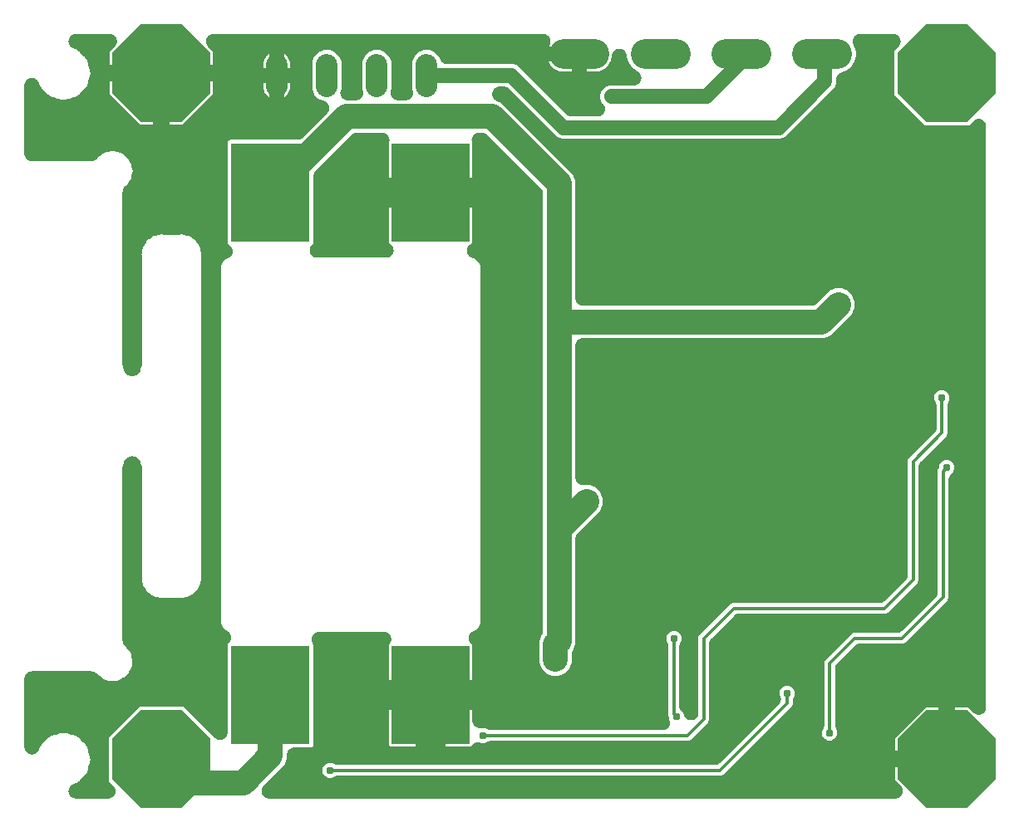
<source format=gbr>
G04 EAGLE Gerber RS-274X export*
G75*
%MOMM*%
%FSLAX34Y34*%
%LPD*%
%INTop Copper*%
%IPPOS*%
%AMOC8*
5,1,8,0,0,1.08239X$1,22.5*%
G01*
%ADD10P,10.823900X8X22.500000*%
%ADD11R,8.000000X10.000000*%
%ADD12C,2.200000*%
%ADD13C,3.048000*%
%ADD14C,2.540000*%
%ADD15C,2.540000*%
%ADD16C,0.787400*%
%ADD17C,1.524000*%
%ADD18C,1.524000*%
%ADD19C,0.304800*%

G36*
X1070274Y192255D02*
X1070274Y192255D01*
X1070405Y192253D01*
X1070663Y192275D01*
X1070922Y192289D01*
X1071052Y192309D01*
X1071183Y192320D01*
X1071437Y192368D01*
X1071694Y192408D01*
X1071821Y192441D01*
X1071950Y192466D01*
X1072198Y192540D01*
X1072449Y192606D01*
X1072571Y192652D01*
X1072697Y192690D01*
X1072937Y192789D01*
X1073180Y192880D01*
X1073297Y192938D01*
X1073418Y192989D01*
X1073646Y193112D01*
X1073878Y193227D01*
X1073989Y193297D01*
X1074105Y193360D01*
X1074319Y193506D01*
X1074538Y193644D01*
X1074641Y193725D01*
X1074750Y193799D01*
X1074948Y193966D01*
X1075152Y194127D01*
X1075246Y194218D01*
X1075347Y194302D01*
X1075526Y194489D01*
X1075713Y194669D01*
X1075798Y194770D01*
X1075889Y194864D01*
X1076048Y195068D01*
X1076216Y195266D01*
X1076289Y195375D01*
X1076370Y195478D01*
X1076509Y195697D01*
X1076654Y195911D01*
X1076717Y196027D01*
X1076787Y196138D01*
X1076902Y196370D01*
X1077025Y196598D01*
X1077075Y196720D01*
X1077134Y196837D01*
X1077224Y197080D01*
X1077323Y197320D01*
X1077361Y197445D01*
X1077407Y197568D01*
X1077472Y197819D01*
X1077546Y198067D01*
X1077571Y198197D01*
X1077604Y198323D01*
X1077644Y198580D01*
X1077692Y198834D01*
X1077703Y198965D01*
X1077723Y199095D01*
X1077736Y199354D01*
X1077758Y199612D01*
X1077756Y199743D01*
X1077762Y199874D01*
X1077749Y200133D01*
X1077744Y200392D01*
X1077728Y200523D01*
X1077722Y200654D01*
X1077682Y200910D01*
X1077651Y201167D01*
X1077622Y201295D01*
X1077601Y201425D01*
X1077536Y201675D01*
X1077478Y201928D01*
X1077436Y202053D01*
X1077403Y202180D01*
X1077312Y202422D01*
X1077229Y202668D01*
X1077175Y202787D01*
X1077128Y202910D01*
X1077013Y203142D01*
X1076905Y203378D01*
X1076839Y203492D01*
X1076781Y203609D01*
X1076642Y203828D01*
X1076511Y204052D01*
X1076433Y204157D01*
X1076363Y204268D01*
X1076203Y204472D01*
X1076049Y204681D01*
X1075961Y204779D01*
X1075880Y204882D01*
X1075531Y205256D01*
X1070139Y210647D01*
X1070139Y223911D01*
X1087789Y223911D01*
X1087943Y223919D01*
X1088097Y223917D01*
X1088332Y223939D01*
X1088568Y223951D01*
X1088721Y223974D01*
X1088874Y223988D01*
X1089106Y224034D01*
X1089339Y224070D01*
X1089489Y224109D01*
X1089640Y224139D01*
X1089866Y224208D01*
X1090094Y224268D01*
X1090239Y224322D01*
X1090386Y224367D01*
X1090604Y224459D01*
X1090825Y224542D01*
X1090963Y224611D01*
X1091105Y224670D01*
X1091313Y224784D01*
X1091524Y224889D01*
X1091654Y224972D01*
X1091790Y225046D01*
X1091984Y225180D01*
X1092184Y225306D01*
X1092305Y225401D01*
X1092432Y225489D01*
X1092612Y225642D01*
X1092798Y225788D01*
X1092908Y225896D01*
X1093026Y225996D01*
X1093189Y226167D01*
X1093359Y226331D01*
X1093458Y226449D01*
X1093564Y226560D01*
X1093709Y226747D01*
X1093861Y226928D01*
X1093948Y227056D01*
X1094042Y227177D01*
X1094167Y227378D01*
X1094300Y227573D01*
X1094373Y227709D01*
X1094455Y227840D01*
X1094559Y228052D01*
X1094671Y228260D01*
X1094730Y228403D01*
X1094797Y228541D01*
X1094879Y228763D01*
X1094969Y228982D01*
X1095013Y229129D01*
X1095066Y229274D01*
X1095125Y229503D01*
X1095192Y229729D01*
X1095221Y229881D01*
X1095259Y230030D01*
X1095328Y230444D01*
X1095338Y230496D01*
X1095339Y230512D01*
X1095343Y230535D01*
X1095416Y231088D01*
X1095443Y231437D01*
X1095475Y231788D01*
X1095475Y231827D01*
X1095478Y231866D01*
X1095470Y232214D01*
X1095465Y232568D01*
X1095461Y232617D01*
X1095460Y232647D01*
X1095450Y232726D01*
X1095416Y233078D01*
X1095268Y234203D01*
X1095247Y234412D01*
X1095229Y234500D01*
X1095219Y234589D01*
X1095153Y234882D01*
X1095093Y235177D01*
X1095066Y235263D01*
X1095046Y235350D01*
X1094950Y235635D01*
X1094861Y235923D01*
X1094826Y236005D01*
X1094797Y236090D01*
X1094673Y236363D01*
X1094554Y236640D01*
X1094511Y236719D01*
X1094474Y236800D01*
X1094321Y237060D01*
X1094176Y237323D01*
X1094124Y237396D01*
X1094079Y237474D01*
X1093901Y237716D01*
X1093729Y237963D01*
X1093670Y238031D01*
X1093618Y238103D01*
X1093416Y238326D01*
X1093220Y238554D01*
X1093154Y238616D01*
X1093094Y238682D01*
X1092871Y238883D01*
X1092652Y239090D01*
X1092581Y239145D01*
X1092514Y239205D01*
X1092272Y239382D01*
X1092033Y239565D01*
X1091956Y239612D01*
X1091884Y239665D01*
X1091625Y239816D01*
X1091368Y239974D01*
X1091287Y240013D01*
X1091210Y240058D01*
X1090937Y240182D01*
X1090665Y240313D01*
X1090581Y240344D01*
X1090499Y240381D01*
X1090214Y240476D01*
X1089931Y240579D01*
X1089844Y240600D01*
X1089759Y240629D01*
X1089466Y240695D01*
X1089174Y240767D01*
X1089085Y240780D01*
X1088998Y240800D01*
X1088699Y240835D01*
X1088401Y240878D01*
X1088312Y240881D01*
X1088223Y240892D01*
X1087711Y240909D01*
X1070139Y240909D01*
X1070139Y254173D01*
X1100917Y284951D01*
X1114181Y284951D01*
X1114181Y267153D01*
X1114189Y266999D01*
X1114187Y266845D01*
X1114209Y266609D01*
X1114221Y266374D01*
X1114244Y266221D01*
X1114258Y266068D01*
X1114304Y265836D01*
X1114340Y265602D01*
X1114379Y265453D01*
X1114409Y265302D01*
X1114478Y265076D01*
X1114538Y264847D01*
X1114592Y264703D01*
X1114637Y264556D01*
X1114729Y264338D01*
X1114812Y264117D01*
X1114881Y263978D01*
X1114940Y263836D01*
X1115054Y263629D01*
X1115159Y263418D01*
X1115242Y263287D01*
X1115316Y263152D01*
X1115450Y262958D01*
X1115576Y262758D01*
X1115672Y262637D01*
X1115759Y262510D01*
X1115912Y262330D01*
X1116058Y262144D01*
X1116166Y262033D01*
X1116266Y261916D01*
X1116436Y261753D01*
X1116601Y261583D01*
X1116719Y261484D01*
X1116831Y261377D01*
X1117017Y261233D01*
X1117198Y261081D01*
X1117326Y260994D01*
X1117447Y260899D01*
X1117648Y260775D01*
X1117843Y260642D01*
X1117979Y260568D01*
X1118110Y260487D01*
X1118322Y260383D01*
X1118530Y260271D01*
X1118673Y260212D01*
X1118811Y260144D01*
X1119033Y260063D01*
X1119252Y259973D01*
X1119399Y259929D01*
X1119544Y259875D01*
X1119773Y259817D01*
X1119999Y259750D01*
X1120151Y259721D01*
X1120300Y259683D01*
X1120713Y259614D01*
X1120766Y259604D01*
X1120782Y259603D01*
X1120805Y259599D01*
X1121805Y259467D01*
X1122155Y259439D01*
X1122505Y259408D01*
X1122544Y259408D01*
X1122583Y259405D01*
X1122934Y259413D01*
X1123285Y259418D01*
X1123334Y259422D01*
X1123364Y259423D01*
X1123443Y259433D01*
X1123795Y259467D01*
X1124555Y259567D01*
X1124706Y259595D01*
X1124859Y259614D01*
X1125090Y259666D01*
X1125322Y259709D01*
X1125470Y259752D01*
X1125620Y259786D01*
X1125844Y259862D01*
X1126071Y259928D01*
X1126214Y259986D01*
X1126360Y260035D01*
X1126575Y260133D01*
X1126794Y260223D01*
X1126930Y260295D01*
X1127070Y260359D01*
X1127274Y260479D01*
X1127483Y260590D01*
X1127610Y260676D01*
X1127744Y260754D01*
X1127934Y260893D01*
X1128130Y261025D01*
X1128249Y261124D01*
X1128373Y261215D01*
X1128549Y261374D01*
X1128730Y261525D01*
X1128838Y261635D01*
X1128952Y261738D01*
X1129110Y261914D01*
X1129275Y262083D01*
X1129371Y262204D01*
X1129475Y262318D01*
X1129614Y262509D01*
X1129761Y262694D01*
X1129844Y262824D01*
X1129935Y262948D01*
X1130054Y263152D01*
X1130181Y263352D01*
X1130251Y263489D01*
X1130328Y263622D01*
X1130426Y263838D01*
X1130532Y264049D01*
X1130587Y264193D01*
X1130651Y264333D01*
X1130726Y264558D01*
X1130810Y264778D01*
X1130850Y264927D01*
X1130899Y265073D01*
X1130951Y265304D01*
X1131012Y265532D01*
X1131036Y265684D01*
X1131070Y265835D01*
X1131098Y266070D01*
X1131135Y266303D01*
X1131144Y266457D01*
X1131162Y266610D01*
X1131176Y267028D01*
X1131179Y267082D01*
X1131178Y267097D01*
X1131179Y267121D01*
X1131179Y284951D01*
X1144443Y284951D01*
X1149626Y279768D01*
X1149723Y279680D01*
X1149814Y279586D01*
X1150012Y279419D01*
X1150205Y279245D01*
X1150311Y279168D01*
X1150411Y279083D01*
X1150626Y278938D01*
X1150835Y278784D01*
X1150948Y278718D01*
X1151057Y278644D01*
X1151285Y278521D01*
X1151509Y278390D01*
X1151628Y278336D01*
X1151744Y278274D01*
X1151982Y278175D01*
X1152219Y278067D01*
X1152344Y278025D01*
X1152465Y277975D01*
X1152713Y277901D01*
X1152959Y277819D01*
X1153087Y277790D01*
X1153213Y277752D01*
X1153468Y277704D01*
X1153720Y277647D01*
X1153851Y277631D01*
X1153980Y277607D01*
X1154238Y277585D01*
X1154495Y277554D01*
X1154627Y277552D01*
X1154757Y277541D01*
X1155016Y277545D01*
X1155276Y277541D01*
X1155406Y277552D01*
X1155538Y277555D01*
X1155795Y277586D01*
X1156053Y277608D01*
X1156182Y277632D01*
X1156312Y277648D01*
X1156565Y277705D01*
X1156820Y277754D01*
X1156946Y277791D01*
X1157074Y277820D01*
X1157319Y277903D01*
X1157568Y277977D01*
X1157689Y278028D01*
X1157813Y278070D01*
X1158049Y278177D01*
X1158289Y278276D01*
X1158404Y278339D01*
X1158523Y278393D01*
X1158747Y278524D01*
X1158975Y278648D01*
X1159084Y278722D01*
X1159197Y278788D01*
X1159406Y278941D01*
X1159620Y279087D01*
X1159721Y279172D01*
X1159826Y279249D01*
X1160018Y279423D01*
X1160217Y279590D01*
X1160308Y279685D01*
X1160405Y279773D01*
X1160579Y279965D01*
X1160759Y280152D01*
X1160840Y280255D01*
X1160928Y280352D01*
X1161081Y280562D01*
X1161241Y280766D01*
X1161311Y280877D01*
X1161388Y280983D01*
X1161519Y281207D01*
X1161657Y281426D01*
X1161715Y281543D01*
X1161782Y281657D01*
X1161889Y281893D01*
X1162004Y282125D01*
X1162050Y282248D01*
X1162104Y282368D01*
X1162186Y282614D01*
X1162277Y282856D01*
X1162310Y282983D01*
X1162352Y283108D01*
X1162409Y283361D01*
X1162474Y283611D01*
X1162494Y283741D01*
X1162523Y283869D01*
X1162554Y284127D01*
X1162593Y284383D01*
X1162600Y284514D01*
X1162615Y284644D01*
X1162632Y285156D01*
X1162634Y877640D01*
X1162627Y877771D01*
X1162630Y877902D01*
X1162607Y878160D01*
X1162594Y878419D01*
X1162574Y878549D01*
X1162563Y878680D01*
X1162514Y878934D01*
X1162475Y879190D01*
X1162441Y879317D01*
X1162417Y879446D01*
X1162342Y879695D01*
X1162277Y879945D01*
X1162231Y880068D01*
X1162193Y880194D01*
X1162094Y880434D01*
X1162003Y880676D01*
X1161944Y880794D01*
X1161894Y880915D01*
X1161771Y881142D01*
X1161656Y881375D01*
X1161585Y881486D01*
X1161523Y881602D01*
X1161377Y881815D01*
X1161239Y882035D01*
X1161157Y882138D01*
X1161084Y882247D01*
X1160917Y882445D01*
X1160756Y882649D01*
X1160665Y882743D01*
X1160580Y882843D01*
X1160394Y883023D01*
X1160214Y883210D01*
X1160113Y883294D01*
X1160019Y883385D01*
X1159815Y883545D01*
X1159617Y883712D01*
X1159508Y883786D01*
X1159405Y883867D01*
X1159186Y884005D01*
X1158971Y884151D01*
X1158856Y884213D01*
X1158745Y884284D01*
X1158512Y884399D01*
X1158284Y884522D01*
X1158163Y884572D01*
X1158046Y884630D01*
X1157802Y884721D01*
X1157563Y884820D01*
X1157437Y884858D01*
X1157314Y884904D01*
X1157064Y884969D01*
X1156815Y885043D01*
X1156686Y885068D01*
X1156559Y885101D01*
X1156303Y885140D01*
X1156048Y885189D01*
X1155918Y885200D01*
X1155788Y885220D01*
X1155529Y885233D01*
X1155271Y885255D01*
X1155140Y885252D01*
X1155008Y885259D01*
X1154749Y885245D01*
X1154490Y885241D01*
X1154360Y885225D01*
X1154229Y885218D01*
X1153973Y885178D01*
X1153716Y885147D01*
X1153588Y885118D01*
X1153458Y885098D01*
X1153207Y885032D01*
X1152954Y884975D01*
X1152830Y884933D01*
X1152703Y884900D01*
X1152461Y884809D01*
X1152215Y884726D01*
X1152095Y884671D01*
X1151972Y884625D01*
X1151740Y884510D01*
X1151505Y884402D01*
X1151391Y884336D01*
X1151274Y884277D01*
X1151054Y884138D01*
X1150831Y884008D01*
X1150726Y883930D01*
X1150614Y883860D01*
X1150411Y883699D01*
X1150202Y883546D01*
X1150104Y883458D01*
X1150001Y883377D01*
X1149627Y883027D01*
X1144969Y878369D01*
X1100391Y878369D01*
X1068869Y909891D01*
X1068869Y954469D01*
X1073311Y958910D01*
X1073398Y959008D01*
X1073493Y959099D01*
X1073660Y959298D01*
X1073833Y959490D01*
X1073911Y959596D01*
X1073995Y959696D01*
X1074141Y959911D01*
X1074294Y960120D01*
X1074361Y960233D01*
X1074434Y960342D01*
X1074557Y960570D01*
X1074688Y960793D01*
X1074743Y960913D01*
X1074805Y961028D01*
X1074904Y961268D01*
X1075011Y961504D01*
X1075053Y961628D01*
X1075103Y961750D01*
X1075178Y961999D01*
X1075260Y962244D01*
X1075289Y962371D01*
X1075326Y962498D01*
X1075375Y962752D01*
X1075432Y963005D01*
X1075447Y963135D01*
X1075472Y963264D01*
X1075494Y963522D01*
X1075525Y963780D01*
X1075527Y963911D01*
X1075538Y964042D01*
X1075533Y964301D01*
X1075538Y964560D01*
X1075526Y964691D01*
X1075524Y964822D01*
X1075493Y965080D01*
X1075471Y965338D01*
X1075446Y965467D01*
X1075431Y965597D01*
X1075373Y965850D01*
X1075325Y966105D01*
X1075287Y966230D01*
X1075258Y966358D01*
X1075176Y966604D01*
X1075101Y966852D01*
X1075051Y966974D01*
X1075009Y967098D01*
X1074902Y967334D01*
X1074802Y967573D01*
X1074740Y967689D01*
X1074685Y967808D01*
X1074554Y968032D01*
X1074431Y968260D01*
X1074357Y968368D01*
X1074291Y968482D01*
X1074138Y968691D01*
X1073992Y968905D01*
X1073907Y969005D01*
X1073829Y969111D01*
X1073656Y969303D01*
X1073489Y969502D01*
X1073394Y969593D01*
X1073306Y969690D01*
X1073113Y969864D01*
X1072927Y970044D01*
X1072824Y970125D01*
X1072726Y970213D01*
X1072517Y970365D01*
X1072313Y970525D01*
X1072202Y970595D01*
X1072096Y970673D01*
X1071872Y970804D01*
X1071653Y970942D01*
X1071535Y971000D01*
X1071422Y971066D01*
X1071186Y971173D01*
X1070954Y971289D01*
X1070831Y971334D01*
X1070711Y971389D01*
X1070465Y971471D01*
X1070223Y971562D01*
X1070096Y971595D01*
X1069971Y971637D01*
X1069718Y971694D01*
X1069467Y971759D01*
X1069338Y971779D01*
X1069210Y971808D01*
X1068952Y971838D01*
X1068696Y971878D01*
X1068565Y971885D01*
X1068435Y971900D01*
X1067923Y971917D01*
X1034270Y971917D01*
X1033966Y971902D01*
X1033661Y971893D01*
X1033576Y971882D01*
X1033491Y971877D01*
X1033189Y971831D01*
X1032887Y971791D01*
X1032804Y971771D01*
X1032719Y971758D01*
X1032424Y971680D01*
X1032128Y971610D01*
X1032047Y971582D01*
X1031964Y971560D01*
X1031678Y971453D01*
X1031391Y971352D01*
X1031314Y971316D01*
X1031234Y971286D01*
X1030960Y971150D01*
X1030684Y971021D01*
X1030611Y970977D01*
X1030535Y970939D01*
X1030277Y970776D01*
X1030015Y970619D01*
X1029947Y970567D01*
X1029875Y970522D01*
X1029635Y970333D01*
X1029391Y970150D01*
X1029328Y970092D01*
X1029261Y970039D01*
X1029042Y969827D01*
X1028818Y969620D01*
X1028762Y969556D01*
X1028700Y969497D01*
X1028504Y969264D01*
X1028302Y969035D01*
X1028252Y968965D01*
X1028198Y968900D01*
X1028026Y968648D01*
X1027849Y968399D01*
X1027807Y968325D01*
X1027759Y968255D01*
X1027614Y967986D01*
X1027463Y967721D01*
X1027429Y967643D01*
X1027388Y967568D01*
X1027271Y967286D01*
X1027149Y967007D01*
X1027122Y966925D01*
X1027090Y966846D01*
X1027002Y966554D01*
X1026909Y966264D01*
X1026891Y966181D01*
X1026867Y966099D01*
X1026810Y965799D01*
X1026746Y965500D01*
X1026737Y965415D01*
X1026721Y965332D01*
X1026696Y965028D01*
X1026663Y964724D01*
X1026662Y964639D01*
X1026655Y964554D01*
X1026661Y964250D01*
X1026659Y963944D01*
X1026667Y963859D01*
X1026669Y963774D01*
X1026706Y963471D01*
X1026735Y963167D01*
X1026752Y963084D01*
X1026763Y962999D01*
X1026830Y962701D01*
X1026891Y962402D01*
X1026916Y962321D01*
X1026935Y962238D01*
X1027032Y961949D01*
X1027123Y961657D01*
X1027157Y961579D01*
X1027184Y961498D01*
X1027311Y961220D01*
X1027431Y960940D01*
X1027482Y960844D01*
X1027508Y960788D01*
X1027556Y960705D01*
X1027672Y960488D01*
X1028853Y958443D01*
X1030151Y953598D01*
X1030151Y948582D01*
X1028852Y943737D01*
X1026344Y939393D01*
X1022797Y935846D01*
X1018453Y933338D01*
X1015298Y932492D01*
X1015254Y932478D01*
X1015210Y932468D01*
X1014884Y932358D01*
X1014555Y932252D01*
X1014513Y932233D01*
X1014470Y932219D01*
X1014156Y932076D01*
X1013841Y931937D01*
X1013802Y931914D01*
X1013760Y931895D01*
X1013462Y931720D01*
X1013163Y931550D01*
X1013126Y931524D01*
X1013086Y931500D01*
X1012809Y931297D01*
X1012528Y931096D01*
X1012494Y931066D01*
X1012457Y931039D01*
X1012201Y930808D01*
X1011943Y930580D01*
X1011912Y930546D01*
X1011878Y930516D01*
X1011648Y930260D01*
X1011414Y930007D01*
X1011386Y929970D01*
X1011355Y929936D01*
X1011153Y929658D01*
X1010946Y929382D01*
X1010922Y929342D01*
X1010895Y929305D01*
X1010721Y929008D01*
X1010544Y928713D01*
X1010525Y928671D01*
X1010502Y928631D01*
X1010359Y928317D01*
X1010213Y928006D01*
X1010198Y927963D01*
X1010179Y927921D01*
X1010069Y927592D01*
X1009956Y927269D01*
X1009946Y927224D01*
X1009931Y927181D01*
X1009856Y926844D01*
X1009776Y926509D01*
X1009770Y926464D01*
X1009760Y926419D01*
X1009720Y926078D01*
X1009675Y925736D01*
X1009673Y925690D01*
X1009668Y925644D01*
X1009651Y925132D01*
X1009651Y921016D01*
X1007910Y916815D01*
X957705Y866610D01*
X953504Y864869D01*
X730146Y864869D01*
X725945Y866610D01*
X676597Y915958D01*
X676595Y915960D01*
X676592Y915962D01*
X676309Y916218D01*
X676017Y916481D01*
X676015Y916482D01*
X676013Y916485D01*
X675710Y916706D01*
X675388Y916941D01*
X675385Y916943D01*
X675382Y916945D01*
X675066Y917130D01*
X674714Y917335D01*
X674711Y917337D01*
X674708Y917338D01*
X674358Y917497D01*
X674003Y917658D01*
X674000Y917659D01*
X673997Y917661D01*
X673640Y917781D01*
X673264Y917907D01*
X673260Y917908D01*
X673257Y917909D01*
X672896Y917990D01*
X672502Y918079D01*
X672499Y918079D01*
X672496Y918080D01*
X672130Y918123D01*
X671727Y918172D01*
X671724Y918172D01*
X671721Y918172D01*
X671209Y918189D01*
X667044Y918189D01*
X666978Y918186D01*
X666913Y918188D01*
X666589Y918166D01*
X666265Y918149D01*
X666199Y918139D01*
X666134Y918135D01*
X665814Y918080D01*
X665493Y918030D01*
X665430Y918013D01*
X665365Y918002D01*
X665052Y917914D01*
X664738Y917832D01*
X664677Y917809D01*
X664614Y917791D01*
X664312Y917672D01*
X664007Y917558D01*
X663949Y917529D01*
X663888Y917505D01*
X663599Y917355D01*
X663308Y917211D01*
X663253Y917176D01*
X663195Y917145D01*
X662923Y916967D01*
X662649Y916794D01*
X662597Y916753D01*
X662542Y916717D01*
X662291Y916512D01*
X662035Y916311D01*
X661988Y916266D01*
X661937Y916224D01*
X661708Y915995D01*
X661474Y915769D01*
X661432Y915718D01*
X661385Y915672D01*
X661180Y915420D01*
X660971Y915172D01*
X660934Y915118D01*
X660893Y915067D01*
X660715Y914795D01*
X660532Y914527D01*
X660501Y914469D01*
X660465Y914414D01*
X660316Y914125D01*
X660162Y913840D01*
X660137Y913779D01*
X660107Y913721D01*
X659988Y913419D01*
X659864Y913118D01*
X659845Y913055D01*
X659821Y912994D01*
X659733Y912682D01*
X659640Y912371D01*
X659628Y912306D01*
X659611Y912243D01*
X659556Y911923D01*
X659495Y911604D01*
X659490Y911538D01*
X659478Y911474D01*
X659456Y911149D01*
X659429Y910826D01*
X659430Y910760D01*
X659426Y910695D01*
X659437Y910370D01*
X659443Y910046D01*
X659451Y909980D01*
X659453Y909915D01*
X659497Y909592D01*
X659536Y909271D01*
X659551Y909207D01*
X659560Y909142D01*
X659637Y908826D01*
X659709Y908510D01*
X659730Y908447D01*
X659745Y908384D01*
X659854Y908078D01*
X659958Y907770D01*
X659985Y907710D01*
X660007Y907648D01*
X660147Y907355D01*
X660281Y907060D01*
X660315Y907003D01*
X660343Y906944D01*
X660512Y906666D01*
X660676Y906386D01*
X660715Y906333D01*
X660749Y906277D01*
X660946Y906018D01*
X661137Y905757D01*
X661181Y905708D01*
X661221Y905656D01*
X661443Y905419D01*
X661661Y905178D01*
X661710Y905134D01*
X661754Y905086D01*
X661999Y904873D01*
X662241Y904656D01*
X662294Y904617D01*
X662343Y904574D01*
X662609Y904386D01*
X662871Y904195D01*
X662928Y904162D01*
X662981Y904124D01*
X663265Y903965D01*
X663545Y903802D01*
X663605Y903775D01*
X663662Y903742D01*
X664128Y903531D01*
X668483Y901727D01*
X741707Y828503D01*
X744221Y822434D01*
X744221Y702310D01*
X744234Y702048D01*
X744239Y701786D01*
X744254Y701659D01*
X744261Y701531D01*
X744301Y701271D01*
X744332Y701011D01*
X744361Y700886D01*
X744380Y700759D01*
X744447Y700505D01*
X744505Y700250D01*
X744546Y700128D01*
X744578Y700004D01*
X744670Y699758D01*
X744754Y699510D01*
X744807Y699393D01*
X744852Y699273D01*
X744969Y699039D01*
X745077Y698800D01*
X745142Y698689D01*
X745199Y698575D01*
X745339Y698353D01*
X745472Y698126D01*
X745548Y698023D01*
X745616Y697915D01*
X745778Y697708D01*
X745933Y697497D01*
X746019Y697402D01*
X746099Y697301D01*
X746281Y697112D01*
X746457Y696918D01*
X746552Y696832D01*
X746641Y696740D01*
X746842Y696571D01*
X747037Y696395D01*
X747140Y696320D01*
X747238Y696237D01*
X747455Y696090D01*
X747667Y695935D01*
X747777Y695871D01*
X747883Y695799D01*
X748115Y695674D01*
X748341Y695542D01*
X748458Y695489D01*
X748570Y695428D01*
X748813Y695328D01*
X749052Y695219D01*
X749173Y695179D01*
X749292Y695130D01*
X749543Y695054D01*
X749792Y694971D01*
X749917Y694943D01*
X750039Y694907D01*
X750298Y694858D01*
X750553Y694800D01*
X750680Y694785D01*
X750806Y694761D01*
X751068Y694739D01*
X751328Y694708D01*
X751500Y694702D01*
X751584Y694695D01*
X751668Y694697D01*
X751840Y694691D01*
X984415Y694691D01*
X984418Y694691D01*
X984421Y694691D01*
X984807Y694711D01*
X985194Y694731D01*
X985198Y694731D01*
X985201Y694731D01*
X985568Y694789D01*
X985966Y694850D01*
X985969Y694851D01*
X985972Y694852D01*
X986339Y694948D01*
X986721Y695048D01*
X986724Y695049D01*
X986727Y695050D01*
X987093Y695188D01*
X987452Y695322D01*
X987454Y695323D01*
X987457Y695324D01*
X987813Y695501D01*
X988150Y695669D01*
X988153Y695671D01*
X988156Y695672D01*
X988488Y695882D01*
X988810Y696086D01*
X988813Y696088D01*
X988815Y696090D01*
X989121Y696331D01*
X989424Y696569D01*
X989426Y696571D01*
X989429Y696573D01*
X989803Y696922D01*
X1002837Y709957D01*
X1008906Y712471D01*
X1015474Y712471D01*
X1021543Y709957D01*
X1026187Y705313D01*
X1028701Y699244D01*
X1028701Y692676D01*
X1026187Y686607D01*
X1003763Y664183D01*
X997694Y661669D01*
X751840Y661669D01*
X751578Y661656D01*
X751316Y661651D01*
X751189Y661636D01*
X751061Y661629D01*
X750801Y661589D01*
X750541Y661558D01*
X750416Y661529D01*
X750289Y661510D01*
X750035Y661443D01*
X749780Y661385D01*
X749658Y661344D01*
X749534Y661312D01*
X749288Y661220D01*
X749040Y661136D01*
X748923Y661083D01*
X748803Y661038D01*
X748569Y660921D01*
X748330Y660813D01*
X748219Y660748D01*
X748105Y660691D01*
X747883Y660551D01*
X747656Y660418D01*
X747553Y660342D01*
X747445Y660274D01*
X747238Y660112D01*
X747027Y659957D01*
X746932Y659871D01*
X746831Y659791D01*
X746642Y659609D01*
X746448Y659433D01*
X746362Y659338D01*
X746270Y659249D01*
X746101Y659048D01*
X745925Y658853D01*
X745850Y658750D01*
X745767Y658652D01*
X745620Y658435D01*
X745465Y658223D01*
X745401Y658113D01*
X745329Y658007D01*
X745204Y657775D01*
X745072Y657549D01*
X745019Y657432D01*
X744958Y657320D01*
X744858Y657077D01*
X744749Y656838D01*
X744709Y656717D01*
X744660Y656598D01*
X744584Y656347D01*
X744501Y656098D01*
X744473Y655973D01*
X744437Y655851D01*
X744388Y655592D01*
X744330Y655337D01*
X744315Y655210D01*
X744291Y655084D01*
X744269Y654822D01*
X744238Y654562D01*
X744232Y654390D01*
X744225Y654306D01*
X744227Y654222D01*
X744221Y654050D01*
X744221Y519430D01*
X744234Y519168D01*
X744239Y518906D01*
X744254Y518779D01*
X744261Y518651D01*
X744301Y518391D01*
X744332Y518131D01*
X744361Y518006D01*
X744380Y517879D01*
X744447Y517625D01*
X744505Y517370D01*
X744546Y517248D01*
X744578Y517124D01*
X744670Y516878D01*
X744754Y516630D01*
X744807Y516513D01*
X744852Y516393D01*
X744969Y516159D01*
X745077Y515920D01*
X745142Y515809D01*
X745199Y515695D01*
X745339Y515473D01*
X745472Y515246D01*
X745548Y515143D01*
X745616Y515035D01*
X745778Y514828D01*
X745933Y514617D01*
X746019Y514522D01*
X746099Y514421D01*
X746281Y514232D01*
X746457Y514038D01*
X746552Y513952D01*
X746641Y513860D01*
X746842Y513691D01*
X747037Y513515D01*
X747140Y513440D01*
X747238Y513357D01*
X747455Y513210D01*
X747667Y513055D01*
X747777Y512991D01*
X747883Y512919D01*
X748115Y512794D01*
X748341Y512662D01*
X748458Y512609D01*
X748570Y512548D01*
X748813Y512448D01*
X749052Y512339D01*
X749173Y512299D01*
X749292Y512250D01*
X749543Y512174D01*
X749792Y512091D01*
X749917Y512063D01*
X750039Y512027D01*
X750298Y511978D01*
X750553Y511920D01*
X750680Y511905D01*
X750806Y511881D01*
X751068Y511859D01*
X751328Y511828D01*
X751500Y511822D01*
X751584Y511815D01*
X751668Y511817D01*
X751840Y511811D01*
X758934Y511811D01*
X765003Y509297D01*
X769647Y504653D01*
X772161Y498584D01*
X772161Y492016D01*
X769647Y485947D01*
X763931Y480231D01*
X746452Y462753D01*
X746450Y462750D01*
X746448Y462748D01*
X746192Y462465D01*
X745929Y462173D01*
X745928Y462171D01*
X745925Y462168D01*
X745704Y461865D01*
X745469Y461543D01*
X745467Y461541D01*
X745465Y461538D01*
X745274Y461211D01*
X745075Y460870D01*
X745073Y460867D01*
X745072Y460864D01*
X744913Y460514D01*
X744752Y460159D01*
X744751Y460156D01*
X744749Y460153D01*
X744626Y459784D01*
X744503Y459419D01*
X744502Y459416D01*
X744501Y459413D01*
X744416Y459032D01*
X744331Y458658D01*
X744331Y458655D01*
X744330Y458652D01*
X744287Y458286D01*
X744238Y457883D01*
X744238Y457880D01*
X744238Y457877D01*
X744221Y457365D01*
X744221Y349776D01*
X741436Y343052D01*
X741265Y342760D01*
X741263Y342757D01*
X741262Y342754D01*
X741098Y342394D01*
X740942Y342049D01*
X740941Y342046D01*
X740939Y342043D01*
X740818Y341681D01*
X740693Y341309D01*
X740692Y341306D01*
X740691Y341303D01*
X740609Y340938D01*
X740521Y340548D01*
X740521Y340545D01*
X740520Y340542D01*
X740477Y340176D01*
X740428Y339773D01*
X740428Y339770D01*
X740428Y339767D01*
X740411Y339255D01*
X740411Y330726D01*
X737897Y324657D01*
X733253Y320013D01*
X727184Y317499D01*
X720616Y317499D01*
X714547Y320013D01*
X709903Y324657D01*
X707389Y330726D01*
X707389Y352534D01*
X710174Y359258D01*
X710345Y359550D01*
X710347Y359553D01*
X710348Y359556D01*
X710507Y359906D01*
X710668Y360261D01*
X710669Y360264D01*
X710671Y360267D01*
X710784Y360605D01*
X710917Y361001D01*
X710918Y361004D01*
X710919Y361007D01*
X711000Y361368D01*
X711089Y361762D01*
X711089Y361765D01*
X711090Y361768D01*
X711130Y362107D01*
X711182Y362537D01*
X711182Y362540D01*
X711182Y362543D01*
X711199Y363055D01*
X711199Y809155D01*
X711199Y809158D01*
X711199Y809161D01*
X711179Y809547D01*
X711159Y809934D01*
X711159Y809938D01*
X711159Y809941D01*
X711103Y810300D01*
X711040Y810706D01*
X711039Y810709D01*
X711038Y810712D01*
X710946Y811065D01*
X710842Y811461D01*
X710841Y811464D01*
X710840Y811467D01*
X710707Y811821D01*
X710568Y812192D01*
X710567Y812194D01*
X710566Y812197D01*
X710389Y812553D01*
X710221Y812890D01*
X710219Y812893D01*
X710218Y812896D01*
X710008Y813228D01*
X709804Y813550D01*
X709802Y813553D01*
X709800Y813555D01*
X709561Y813859D01*
X709321Y814164D01*
X709319Y814166D01*
X709317Y814169D01*
X708968Y814543D01*
X654523Y868988D01*
X654520Y868990D01*
X654518Y868992D01*
X654235Y869248D01*
X653943Y869511D01*
X653941Y869512D01*
X653938Y869515D01*
X653642Y869731D01*
X653313Y869971D01*
X653311Y869973D01*
X653308Y869975D01*
X652981Y870166D01*
X652640Y870365D01*
X652637Y870367D01*
X652634Y870368D01*
X652284Y870527D01*
X651929Y870688D01*
X651926Y870689D01*
X651923Y870691D01*
X651565Y870811D01*
X651189Y870937D01*
X651186Y870938D01*
X651183Y870939D01*
X650822Y871020D01*
X650428Y871109D01*
X650425Y871109D01*
X650422Y871110D01*
X650056Y871153D01*
X649653Y871202D01*
X649650Y871202D01*
X649647Y871202D01*
X649135Y871219D01*
X646198Y871219D01*
X646001Y871209D01*
X645804Y871209D01*
X645612Y871189D01*
X645418Y871179D01*
X645223Y871149D01*
X645028Y871129D01*
X644838Y871089D01*
X644647Y871060D01*
X644456Y871010D01*
X644263Y870970D01*
X644079Y870911D01*
X643892Y870862D01*
X643708Y870793D01*
X643520Y870733D01*
X643342Y870656D01*
X643161Y870588D01*
X642985Y870500D01*
X642804Y870422D01*
X642635Y870327D01*
X642462Y870241D01*
X642295Y870135D01*
X642124Y870039D01*
X641966Y869927D01*
X641802Y869824D01*
X641648Y869702D01*
X641487Y869588D01*
X641341Y869461D01*
X641189Y869341D01*
X641047Y869205D01*
X640899Y869075D01*
X640767Y868934D01*
X640628Y868799D01*
X640501Y868648D01*
X640366Y868504D01*
X640250Y868350D01*
X640125Y868202D01*
X640014Y868039D01*
X639895Y867882D01*
X639795Y867717D01*
X639686Y867557D01*
X639593Y867383D01*
X639490Y867215D01*
X639407Y867040D01*
X639316Y866870D01*
X639240Y866688D01*
X639156Y866510D01*
X639091Y866327D01*
X639017Y866148D01*
X638961Y865960D01*
X638895Y865774D01*
X638849Y865586D01*
X638794Y865401D01*
X638757Y865207D01*
X638711Y865016D01*
X638685Y864824D01*
X638649Y864634D01*
X638632Y864437D01*
X638605Y864242D01*
X638599Y864049D01*
X638583Y863856D01*
X638586Y863659D01*
X638580Y863462D01*
X638593Y863269D01*
X638596Y863076D01*
X638620Y862880D01*
X638634Y862684D01*
X638667Y862493D01*
X638690Y862301D01*
X638733Y862109D01*
X638767Y861915D01*
X638820Y861728D01*
X638862Y861540D01*
X638925Y861353D01*
X638979Y861163D01*
X639082Y860888D01*
X639112Y860800D01*
X639131Y860758D01*
X639142Y860729D01*
X639241Y860230D01*
X639241Y825219D01*
X604320Y825219D01*
X604058Y825206D01*
X603796Y825201D01*
X603669Y825186D01*
X603541Y825179D01*
X603281Y825139D01*
X603021Y825108D01*
X602896Y825079D01*
X602769Y825060D01*
X602515Y824993D01*
X602260Y824935D01*
X602138Y824894D01*
X602014Y824862D01*
X601769Y824770D01*
X601520Y824686D01*
X601404Y824633D01*
X601284Y824588D01*
X601049Y824471D01*
X600810Y824362D01*
X600699Y824298D01*
X600585Y824241D01*
X600363Y824101D01*
X600136Y823968D01*
X600033Y823892D01*
X599925Y823824D01*
X599718Y823661D01*
X599507Y823506D01*
X599412Y823421D01*
X599311Y823341D01*
X599123Y823159D01*
X598928Y822983D01*
X598842Y822888D01*
X598750Y822799D01*
X598581Y822598D01*
X598406Y822403D01*
X598330Y822300D01*
X598248Y822202D01*
X598100Y821984D01*
X597945Y821773D01*
X597881Y821663D01*
X597809Y821556D01*
X597684Y821325D01*
X597552Y821099D01*
X597499Y820982D01*
X597438Y820870D01*
X597338Y820627D01*
X597229Y820388D01*
X597189Y820267D01*
X597140Y820148D01*
X597065Y819897D01*
X596981Y819648D01*
X596953Y819523D01*
X596917Y819400D01*
X596868Y819142D01*
X596810Y818887D01*
X596795Y818760D01*
X596771Y818634D01*
X596749Y818372D01*
X596718Y818112D01*
X596712Y817940D01*
X596705Y817856D01*
X596707Y817772D01*
X596701Y817600D01*
X596701Y802360D01*
X596714Y802098D01*
X596719Y801836D01*
X596734Y801709D01*
X596741Y801581D01*
X596781Y801321D01*
X596812Y801061D01*
X596841Y800936D01*
X596860Y800809D01*
X596927Y800555D01*
X596985Y800300D01*
X597026Y800178D01*
X597058Y800054D01*
X597150Y799808D01*
X597234Y799560D01*
X597287Y799444D01*
X597332Y799324D01*
X597449Y799089D01*
X597558Y798850D01*
X597623Y798739D01*
X597679Y798625D01*
X597819Y798403D01*
X597952Y798176D01*
X598028Y798073D01*
X598096Y797965D01*
X598259Y797758D01*
X598414Y797547D01*
X598499Y797452D01*
X598579Y797351D01*
X598761Y797163D01*
X598937Y796968D01*
X599032Y796882D01*
X599121Y796790D01*
X599322Y796621D01*
X599517Y796446D01*
X599620Y796370D01*
X599718Y796287D01*
X599936Y796140D01*
X600147Y795985D01*
X600258Y795921D01*
X600364Y795849D01*
X600595Y795724D01*
X600821Y795592D01*
X600938Y795539D01*
X601051Y795478D01*
X601293Y795378D01*
X601532Y795269D01*
X601653Y795229D01*
X601772Y795180D01*
X602023Y795105D01*
X602272Y795021D01*
X602397Y794993D01*
X602520Y794957D01*
X602778Y794908D01*
X603033Y794850D01*
X603160Y794835D01*
X603286Y794811D01*
X603548Y794789D01*
X603808Y794758D01*
X603980Y794752D01*
X604064Y794745D01*
X604148Y794747D01*
X604320Y794741D01*
X639241Y794741D01*
X639241Y759730D01*
X639143Y759239D01*
X638952Y758777D01*
X638674Y758360D01*
X638320Y758006D01*
X637761Y757633D01*
X637647Y757579D01*
X637534Y757510D01*
X637417Y757450D01*
X637201Y757308D01*
X636980Y757173D01*
X636875Y757094D01*
X636765Y757022D01*
X636564Y756858D01*
X636358Y756702D01*
X636262Y756612D01*
X636160Y756529D01*
X635977Y756346D01*
X635788Y756169D01*
X635701Y756070D01*
X635608Y755977D01*
X635445Y755776D01*
X635275Y755581D01*
X635199Y755473D01*
X635116Y755371D01*
X634974Y755154D01*
X634825Y754943D01*
X634760Y754828D01*
X634688Y754718D01*
X634569Y754488D01*
X634442Y754263D01*
X634390Y754142D01*
X634329Y754025D01*
X634235Y753784D01*
X634131Y753547D01*
X634092Y753421D01*
X634043Y753299D01*
X633974Y753049D01*
X633896Y752803D01*
X633869Y752674D01*
X633833Y752547D01*
X633789Y752292D01*
X633737Y752039D01*
X633724Y751908D01*
X633701Y751778D01*
X633684Y751519D01*
X633657Y751262D01*
X633657Y751131D01*
X633649Y750999D01*
X633658Y750741D01*
X633658Y750482D01*
X633671Y750351D01*
X633676Y750219D01*
X633711Y749963D01*
X633738Y749705D01*
X633765Y749577D01*
X633783Y749446D01*
X633844Y749194D01*
X633897Y748941D01*
X633937Y748816D01*
X633968Y748688D01*
X634055Y748444D01*
X634133Y748197D01*
X634186Y748077D01*
X634230Y747953D01*
X634341Y747719D01*
X634445Y747482D01*
X634509Y747367D01*
X634566Y747248D01*
X634700Y747027D01*
X634827Y746802D01*
X634903Y746694D01*
X634972Y746582D01*
X635128Y746376D01*
X635278Y746164D01*
X635364Y746065D01*
X635444Y745960D01*
X635621Y745771D01*
X635791Y745576D01*
X635887Y745486D01*
X635977Y745391D01*
X636172Y745221D01*
X636362Y745044D01*
X636467Y744964D01*
X636566Y744878D01*
X636777Y744729D01*
X636984Y744573D01*
X637097Y744504D01*
X637204Y744429D01*
X637430Y744302D01*
X637651Y744168D01*
X637770Y744111D01*
X637885Y744047D01*
X638351Y743835D01*
X642739Y742018D01*
X645738Y739019D01*
X647361Y735101D01*
X647361Y370859D01*
X645738Y366941D01*
X642739Y363942D01*
X640256Y362914D01*
X640099Y362839D01*
X639938Y362773D01*
X639747Y362672D01*
X639552Y362579D01*
X639403Y362488D01*
X639249Y362406D01*
X639069Y362286D01*
X638885Y362173D01*
X638746Y362068D01*
X638601Y361971D01*
X638435Y361832D01*
X638263Y361702D01*
X638136Y361583D01*
X638002Y361471D01*
X637850Y361316D01*
X637693Y361169D01*
X637578Y361037D01*
X637456Y360913D01*
X637322Y360744D01*
X637180Y360580D01*
X637079Y360438D01*
X636971Y360302D01*
X636854Y360119D01*
X636730Y359943D01*
X636645Y359791D01*
X636551Y359644D01*
X636453Y359451D01*
X636347Y359262D01*
X636278Y359103D01*
X636200Y358947D01*
X636123Y358745D01*
X636037Y358546D01*
X635984Y358380D01*
X635922Y358218D01*
X635866Y358009D01*
X635801Y357802D01*
X635765Y357632D01*
X635720Y357464D01*
X635686Y357250D01*
X635642Y357038D01*
X635624Y356865D01*
X635597Y356693D01*
X635585Y356477D01*
X635563Y356262D01*
X635563Y356088D01*
X635553Y355914D01*
X635563Y355698D01*
X635563Y355481D01*
X635581Y355308D01*
X635589Y355134D01*
X635621Y354921D01*
X635643Y354705D01*
X635679Y354534D01*
X635705Y354362D01*
X635758Y354153D01*
X635802Y353941D01*
X635855Y353775D01*
X635898Y353606D01*
X635973Y353403D01*
X636039Y353197D01*
X636108Y353038D01*
X636169Y352874D01*
X636264Y352680D01*
X636350Y352481D01*
X636436Y352330D01*
X636512Y352173D01*
X636627Y351990D01*
X636733Y351801D01*
X636834Y351659D01*
X636926Y351511D01*
X636954Y351476D01*
X636957Y351471D01*
X637006Y351409D01*
X637059Y351341D01*
X637184Y351164D01*
X637298Y351033D01*
X637405Y350895D01*
X637433Y350866D01*
X637439Y350858D01*
X637612Y350674D01*
X637697Y350576D01*
X637744Y350532D01*
X637789Y350484D01*
X638674Y349600D01*
X638952Y349183D01*
X639143Y348721D01*
X639241Y348230D01*
X639241Y313219D01*
X604320Y313219D01*
X604058Y313206D01*
X603796Y313201D01*
X603669Y313186D01*
X603541Y313179D01*
X603281Y313139D01*
X603021Y313108D01*
X602896Y313079D01*
X602769Y313060D01*
X602515Y312993D01*
X602260Y312935D01*
X602138Y312894D01*
X602014Y312862D01*
X601769Y312770D01*
X601520Y312686D01*
X601404Y312633D01*
X601284Y312588D01*
X601049Y312471D01*
X600810Y312362D01*
X600699Y312298D01*
X600585Y312241D01*
X600363Y312101D01*
X600136Y311968D01*
X600033Y311892D01*
X599925Y311824D01*
X599718Y311661D01*
X599507Y311506D01*
X599412Y311421D01*
X599311Y311341D01*
X599123Y311159D01*
X598928Y310983D01*
X598842Y310888D01*
X598750Y310799D01*
X598581Y310598D01*
X598406Y310403D01*
X598330Y310300D01*
X598248Y310202D01*
X598100Y309984D01*
X597945Y309773D01*
X597881Y309663D01*
X597809Y309556D01*
X597684Y309325D01*
X597552Y309099D01*
X597499Y308982D01*
X597438Y308870D01*
X597338Y308627D01*
X597229Y308388D01*
X597189Y308267D01*
X597140Y308148D01*
X597065Y307897D01*
X596981Y307648D01*
X596953Y307523D01*
X596917Y307400D01*
X596868Y307142D01*
X596810Y306887D01*
X596795Y306760D01*
X596771Y306634D01*
X596749Y306372D01*
X596718Y306112D01*
X596712Y305940D01*
X596705Y305856D01*
X596707Y305772D01*
X596701Y305600D01*
X596701Y297979D01*
X596699Y297979D01*
X596699Y305600D01*
X596686Y305862D01*
X596681Y306124D01*
X596666Y306251D01*
X596659Y306379D01*
X596619Y306639D01*
X596588Y306899D01*
X596559Y307024D01*
X596540Y307151D01*
X596473Y307405D01*
X596415Y307660D01*
X596374Y307782D01*
X596342Y307906D01*
X596250Y308151D01*
X596166Y308400D01*
X596113Y308516D01*
X596068Y308636D01*
X595951Y308871D01*
X595842Y309110D01*
X595777Y309221D01*
X595721Y309335D01*
X595581Y309557D01*
X595448Y309784D01*
X595372Y309887D01*
X595304Y309995D01*
X595141Y310202D01*
X594986Y310413D01*
X594901Y310508D01*
X594821Y310609D01*
X594639Y310797D01*
X594463Y310992D01*
X594368Y311078D01*
X594279Y311170D01*
X594078Y311339D01*
X593883Y311514D01*
X593780Y311590D01*
X593682Y311672D01*
X593464Y311820D01*
X593253Y311975D01*
X593142Y312039D01*
X593036Y312111D01*
X592805Y312236D01*
X592579Y312368D01*
X592462Y312421D01*
X592349Y312482D01*
X592107Y312582D01*
X591868Y312691D01*
X591747Y312731D01*
X591628Y312780D01*
X591377Y312855D01*
X591128Y312939D01*
X591003Y312967D01*
X590880Y313003D01*
X590622Y313052D01*
X590367Y313110D01*
X590240Y313125D01*
X590114Y313149D01*
X589852Y313171D01*
X589592Y313202D01*
X589420Y313208D01*
X589336Y313215D01*
X589252Y313213D01*
X589080Y313219D01*
X554159Y313219D01*
X554159Y348230D01*
X554257Y348721D01*
X554448Y349183D01*
X554806Y349719D01*
X554962Y349891D01*
X555040Y349998D01*
X555124Y350098D01*
X555270Y350312D01*
X555423Y350521D01*
X555489Y350635D01*
X555563Y350744D01*
X555686Y350971D01*
X555817Y351195D01*
X555871Y351315D01*
X555934Y351430D01*
X556033Y351670D01*
X556140Y351905D01*
X556182Y352030D01*
X556232Y352152D01*
X556306Y352400D01*
X556389Y352645D01*
X556417Y352773D01*
X556455Y352900D01*
X556503Y353154D01*
X556560Y353407D01*
X556576Y353537D01*
X556600Y353666D01*
X556622Y353924D01*
X556653Y354181D01*
X556655Y354313D01*
X556667Y354444D01*
X556662Y354703D01*
X556666Y354962D01*
X556655Y355093D01*
X556653Y355224D01*
X556622Y355481D01*
X556600Y355739D01*
X556575Y355869D01*
X556559Y355999D01*
X556502Y356252D01*
X556454Y356506D01*
X556416Y356632D01*
X556387Y356760D01*
X556304Y357006D01*
X556230Y357254D01*
X556180Y357375D01*
X556138Y357500D01*
X556030Y357736D01*
X555931Y357975D01*
X555869Y358090D01*
X555814Y358210D01*
X555683Y358434D01*
X555560Y358661D01*
X555486Y358770D01*
X555420Y358884D01*
X555267Y359092D01*
X555121Y359307D01*
X555036Y359407D01*
X554958Y359513D01*
X554784Y359705D01*
X554618Y359903D01*
X554523Y359994D01*
X554435Y360092D01*
X554243Y360265D01*
X554056Y360445D01*
X553953Y360527D01*
X553855Y360615D01*
X553646Y360767D01*
X553442Y360927D01*
X553331Y360997D01*
X553225Y361075D01*
X553001Y361205D01*
X552782Y361344D01*
X552664Y361402D01*
X552551Y361468D01*
X552315Y361575D01*
X552083Y361690D01*
X551960Y361736D01*
X551840Y361791D01*
X551594Y361873D01*
X551352Y361964D01*
X551225Y361997D01*
X551100Y362039D01*
X550847Y362096D01*
X550597Y362161D01*
X550467Y362181D01*
X550338Y362210D01*
X550082Y362240D01*
X549825Y362280D01*
X549694Y362287D01*
X549563Y362302D01*
X549052Y362319D01*
X483144Y362319D01*
X483013Y362313D01*
X482882Y362315D01*
X482624Y362293D01*
X482365Y362279D01*
X482235Y362259D01*
X482104Y362248D01*
X481850Y362199D01*
X481594Y362160D01*
X481466Y362126D01*
X481337Y362102D01*
X481089Y362028D01*
X480839Y361962D01*
X480716Y361916D01*
X480590Y361878D01*
X480350Y361779D01*
X480108Y361688D01*
X479990Y361629D01*
X479869Y361579D01*
X479641Y361456D01*
X479409Y361341D01*
X479298Y361271D01*
X479182Y361208D01*
X478968Y361062D01*
X478749Y360924D01*
X478646Y360843D01*
X478537Y360768D01*
X478339Y360602D01*
X478136Y360441D01*
X478041Y360350D01*
X477941Y360265D01*
X477761Y360079D01*
X477574Y359899D01*
X477490Y359798D01*
X477398Y359704D01*
X477239Y359500D01*
X477072Y359302D01*
X476998Y359193D01*
X476917Y359090D01*
X476779Y358871D01*
X476633Y358657D01*
X476570Y358541D01*
X476500Y358430D01*
X476385Y358198D01*
X476262Y357970D01*
X476212Y357848D01*
X476154Y357730D01*
X476063Y357488D01*
X475964Y357248D01*
X475926Y357122D01*
X475880Y356999D01*
X475815Y356749D01*
X475741Y356501D01*
X475716Y356371D01*
X475683Y356244D01*
X475644Y355988D01*
X475596Y355734D01*
X475584Y355603D01*
X475564Y355473D01*
X475551Y355214D01*
X475529Y354956D01*
X475532Y354825D01*
X475525Y354693D01*
X475539Y354435D01*
X475543Y354176D01*
X475559Y354045D01*
X475566Y353914D01*
X475606Y353658D01*
X475637Y353401D01*
X475666Y353273D01*
X475686Y353143D01*
X475752Y352892D01*
X475809Y352640D01*
X475851Y352515D01*
X475884Y352388D01*
X475976Y352145D01*
X476058Y351900D01*
X476113Y351780D01*
X476159Y351657D01*
X476274Y351426D01*
X476382Y351190D01*
X476449Y351076D01*
X476507Y350959D01*
X476645Y350740D01*
X476768Y350530D01*
X477511Y348738D01*
X477511Y247222D01*
X476931Y245821D01*
X475859Y244749D01*
X474458Y244169D01*
X457830Y244169D01*
X457568Y244156D01*
X457306Y244151D01*
X457179Y244136D01*
X457051Y244129D01*
X456791Y244089D01*
X456531Y244058D01*
X456406Y244029D01*
X456279Y244010D01*
X456025Y243943D01*
X455770Y243885D01*
X455648Y243844D01*
X455524Y243812D01*
X455278Y243720D01*
X455030Y243636D01*
X454913Y243583D01*
X454793Y243538D01*
X454559Y243421D01*
X454320Y243313D01*
X454209Y243248D01*
X454095Y243191D01*
X453873Y243051D01*
X453646Y242918D01*
X453543Y242842D01*
X453435Y242774D01*
X453228Y242612D01*
X453017Y242457D01*
X452922Y242371D01*
X452821Y242291D01*
X452632Y242109D01*
X452438Y241933D01*
X452352Y241838D01*
X452260Y241749D01*
X452091Y241548D01*
X451915Y241353D01*
X451840Y241250D01*
X451757Y241152D01*
X451610Y240935D01*
X451455Y240723D01*
X451391Y240613D01*
X451319Y240507D01*
X451194Y240275D01*
X451062Y240049D01*
X451009Y239932D01*
X450948Y239820D01*
X450848Y239577D01*
X450739Y239338D01*
X450699Y239217D01*
X450650Y239098D01*
X450574Y238847D01*
X450491Y238598D01*
X450463Y238473D01*
X450427Y238351D01*
X450378Y238092D01*
X450320Y237837D01*
X450305Y237710D01*
X450281Y237584D01*
X450259Y237322D01*
X450228Y237062D01*
X450222Y236890D01*
X450215Y236806D01*
X450217Y236722D01*
X450211Y236550D01*
X450211Y232296D01*
X447697Y226227D01*
X426725Y205256D01*
X426637Y205158D01*
X426543Y205067D01*
X426376Y204868D01*
X426202Y204676D01*
X426125Y204570D01*
X426040Y204470D01*
X425895Y204255D01*
X425742Y204046D01*
X425675Y203933D01*
X425601Y203824D01*
X425478Y203596D01*
X425348Y203373D01*
X425293Y203253D01*
X425231Y203138D01*
X425132Y202898D01*
X425024Y202662D01*
X424983Y202538D01*
X424932Y202416D01*
X424858Y202168D01*
X424776Y201922D01*
X424747Y201795D01*
X424709Y201668D01*
X424661Y201414D01*
X424604Y201161D01*
X424589Y201031D01*
X424564Y200902D01*
X424542Y200644D01*
X424511Y200386D01*
X424509Y200255D01*
X424498Y200124D01*
X424503Y199865D01*
X424498Y199606D01*
X424509Y199475D01*
X424512Y199344D01*
X424543Y199086D01*
X424565Y198828D01*
X424590Y198699D01*
X424605Y198569D01*
X424662Y198316D01*
X424711Y198061D01*
X424749Y197936D01*
X424778Y197808D01*
X424860Y197562D01*
X424935Y197314D01*
X424985Y197192D01*
X425027Y197068D01*
X425134Y196832D01*
X425234Y196593D01*
X425296Y196477D01*
X425350Y196358D01*
X425481Y196134D01*
X425605Y195906D01*
X425679Y195797D01*
X425745Y195684D01*
X425898Y195475D01*
X426044Y195261D01*
X426129Y195161D01*
X426206Y195055D01*
X426380Y194862D01*
X426547Y194664D01*
X426642Y194573D01*
X426730Y194476D01*
X426922Y194303D01*
X427109Y194122D01*
X427212Y194041D01*
X427310Y193953D01*
X427518Y193801D01*
X427723Y193641D01*
X427834Y193570D01*
X427940Y193493D01*
X428164Y193363D01*
X428383Y193224D01*
X428500Y193166D01*
X428614Y193100D01*
X428850Y192992D01*
X429082Y192877D01*
X429205Y192832D01*
X429325Y192777D01*
X429571Y192695D01*
X429813Y192604D01*
X429940Y192571D01*
X430065Y192529D01*
X430317Y192472D01*
X430568Y192407D01*
X430698Y192387D01*
X430826Y192358D01*
X431084Y192328D01*
X431340Y192288D01*
X431471Y192281D01*
X431601Y192266D01*
X432113Y192249D01*
X1070143Y192249D01*
X1070274Y192255D01*
G37*
G36*
X268378Y192255D02*
X268378Y192255D01*
X268509Y192253D01*
X268767Y192275D01*
X269026Y192289D01*
X269156Y192309D01*
X269287Y192320D01*
X269541Y192368D01*
X269798Y192408D01*
X269925Y192441D01*
X270054Y192466D01*
X270302Y192540D01*
X270553Y192606D01*
X270675Y192652D01*
X270801Y192690D01*
X271041Y192789D01*
X271283Y192880D01*
X271401Y192938D01*
X271522Y192989D01*
X271750Y193112D01*
X271982Y193227D01*
X272093Y193297D01*
X272209Y193360D01*
X272423Y193506D01*
X272642Y193644D01*
X272745Y193725D01*
X272854Y193799D01*
X273052Y193966D01*
X273256Y194127D01*
X273350Y194218D01*
X273450Y194302D01*
X273630Y194489D01*
X273817Y194669D01*
X273902Y194770D01*
X273993Y194864D01*
X274152Y195068D01*
X274319Y195266D01*
X274393Y195375D01*
X274474Y195478D01*
X274613Y195697D01*
X274758Y195911D01*
X274821Y196027D01*
X274891Y196138D01*
X275006Y196370D01*
X275129Y196598D01*
X275179Y196720D01*
X275237Y196837D01*
X275328Y197080D01*
X275427Y197320D01*
X275465Y197446D01*
X275511Y197568D01*
X275576Y197819D01*
X275650Y198067D01*
X275675Y198197D01*
X275708Y198323D01*
X275747Y198580D01*
X275796Y198834D01*
X275807Y198965D01*
X275827Y199095D01*
X275840Y199354D01*
X275862Y199612D01*
X275860Y199743D01*
X275866Y199874D01*
X275853Y200133D01*
X275848Y200392D01*
X275832Y200523D01*
X275826Y200654D01*
X275786Y200910D01*
X275755Y201167D01*
X275726Y201295D01*
X275705Y201425D01*
X275640Y201675D01*
X275582Y201928D01*
X275540Y202053D01*
X275507Y202180D01*
X275416Y202422D01*
X275333Y202668D01*
X275279Y202787D01*
X275232Y202910D01*
X275117Y203142D01*
X275009Y203378D01*
X274943Y203492D01*
X274885Y203609D01*
X274746Y203828D01*
X274615Y204052D01*
X274537Y204157D01*
X274467Y204268D01*
X274307Y204472D01*
X274153Y204681D01*
X274065Y204779D01*
X273984Y204882D01*
X273635Y205256D01*
X268769Y210121D01*
X268769Y254699D01*
X300291Y286221D01*
X344869Y286221D01*
X376882Y254207D01*
X376980Y254120D01*
X377071Y254025D01*
X377270Y253858D01*
X377462Y253685D01*
X377568Y253607D01*
X377668Y253523D01*
X377883Y253377D01*
X378092Y253224D01*
X378205Y253157D01*
X378314Y253084D01*
X378542Y252961D01*
X378765Y252830D01*
X378885Y252775D01*
X379000Y252713D01*
X379240Y252614D01*
X379476Y252507D01*
X379600Y252465D01*
X379722Y252415D01*
X379971Y252340D01*
X380216Y252258D01*
X380343Y252229D01*
X380470Y252192D01*
X380724Y252143D01*
X380977Y252086D01*
X381107Y252071D01*
X381236Y252046D01*
X381494Y252024D01*
X381752Y251993D01*
X381883Y251991D01*
X382014Y251980D01*
X382273Y251985D01*
X382532Y251980D01*
X382663Y251992D01*
X382794Y251994D01*
X383052Y252025D01*
X383310Y252047D01*
X383439Y252072D01*
X383569Y252087D01*
X383822Y252145D01*
X384077Y252193D01*
X384202Y252231D01*
X384330Y252260D01*
X384576Y252342D01*
X384824Y252417D01*
X384946Y252467D01*
X385070Y252509D01*
X385306Y252616D01*
X385545Y252716D01*
X385661Y252778D01*
X385780Y252833D01*
X386004Y252964D01*
X386232Y253087D01*
X386341Y253161D01*
X386454Y253227D01*
X386663Y253380D01*
X386877Y253526D01*
X386977Y253611D01*
X387083Y253689D01*
X387276Y253862D01*
X387474Y254029D01*
X387565Y254124D01*
X387662Y254212D01*
X387835Y254404D01*
X388016Y254591D01*
X388097Y254694D01*
X388185Y254792D01*
X388337Y255001D01*
X388497Y255205D01*
X388568Y255316D01*
X388645Y255422D01*
X388775Y255646D01*
X388914Y255865D01*
X388972Y255983D01*
X389038Y256096D01*
X389146Y256333D01*
X389261Y256564D01*
X389306Y256687D01*
X389361Y256807D01*
X389443Y257053D01*
X389534Y257295D01*
X389567Y257422D01*
X389609Y257547D01*
X389666Y257800D01*
X389731Y258051D01*
X389751Y258180D01*
X389780Y258308D01*
X389810Y258566D01*
X389850Y258822D01*
X389857Y258953D01*
X389872Y259083D01*
X389889Y259595D01*
X389889Y348738D01*
X390469Y350139D01*
X391344Y351014D01*
X391476Y351160D01*
X391615Y351299D01*
X391738Y351449D01*
X391867Y351593D01*
X391983Y351752D01*
X392108Y351905D01*
X392214Y352067D01*
X392328Y352223D01*
X392427Y352393D01*
X392535Y352557D01*
X392624Y352730D01*
X392722Y352897D01*
X392804Y353076D01*
X392894Y353251D01*
X392965Y353431D01*
X393045Y353607D01*
X393108Y353793D01*
X393180Y353977D01*
X393232Y354163D01*
X393294Y354347D01*
X393337Y354539D01*
X393390Y354728D01*
X393423Y354920D01*
X393466Y355108D01*
X393489Y355303D01*
X393522Y355498D01*
X393535Y355691D01*
X393558Y355883D01*
X393562Y356080D01*
X393575Y356276D01*
X393568Y356470D01*
X393572Y356664D01*
X393555Y356860D01*
X393548Y357056D01*
X393521Y357248D01*
X393505Y357441D01*
X393468Y357635D01*
X393441Y357830D01*
X393395Y358018D01*
X393359Y358208D01*
X393302Y358396D01*
X393256Y358588D01*
X393190Y358771D01*
X393135Y358956D01*
X393060Y359137D01*
X392994Y359323D01*
X392910Y359498D01*
X392836Y359677D01*
X392742Y359850D01*
X392658Y360027D01*
X392557Y360192D01*
X392465Y360363D01*
X392354Y360525D01*
X392252Y360694D01*
X392134Y360848D01*
X392026Y361008D01*
X391899Y361159D01*
X391780Y361315D01*
X391647Y361457D01*
X391522Y361605D01*
X391381Y361741D01*
X391246Y361885D01*
X391100Y362012D01*
X390961Y362147D01*
X390806Y362268D01*
X390658Y362398D01*
X390499Y362509D01*
X390347Y362629D01*
X390181Y362733D01*
X390019Y362847D01*
X389850Y362942D01*
X389687Y363045D01*
X389511Y363132D01*
X389339Y363229D01*
X389071Y363350D01*
X388988Y363392D01*
X388944Y363408D01*
X388873Y363441D01*
X387661Y363942D01*
X384662Y366941D01*
X383039Y370859D01*
X383039Y735101D01*
X384662Y739019D01*
X387661Y742018D01*
X390390Y743148D01*
X390509Y743205D01*
X390631Y743253D01*
X390860Y743372D01*
X391095Y743483D01*
X391207Y743552D01*
X391324Y743612D01*
X391540Y743754D01*
X391761Y743889D01*
X391866Y743968D01*
X391976Y744041D01*
X392177Y744204D01*
X392383Y744360D01*
X392479Y744450D01*
X392582Y744534D01*
X392764Y744716D01*
X392954Y744893D01*
X393040Y744993D01*
X393133Y745086D01*
X393296Y745286D01*
X393466Y745481D01*
X393542Y745589D01*
X393625Y745691D01*
X393767Y745908D01*
X393916Y746119D01*
X393981Y746234D01*
X394053Y746344D01*
X394172Y746574D01*
X394299Y746800D01*
X394351Y746921D01*
X394412Y747037D01*
X394506Y747278D01*
X394609Y747516D01*
X394649Y747641D01*
X394698Y747764D01*
X394767Y748013D01*
X394845Y748260D01*
X394872Y748389D01*
X394908Y748515D01*
X394951Y748770D01*
X395004Y749024D01*
X395017Y749155D01*
X395040Y749285D01*
X395057Y749543D01*
X395083Y749800D01*
X395083Y749932D01*
X395092Y750063D01*
X395083Y750322D01*
X395083Y750581D01*
X395069Y750712D01*
X395065Y750843D01*
X395029Y751100D01*
X395003Y751357D01*
X394976Y751486D01*
X394958Y751616D01*
X394896Y751868D01*
X394844Y752121D01*
X394804Y752246D01*
X394772Y752375D01*
X394685Y752619D01*
X394607Y752865D01*
X394555Y752985D01*
X394510Y753110D01*
X394399Y753344D01*
X394296Y753580D01*
X394231Y753695D01*
X394175Y753814D01*
X394040Y754035D01*
X393913Y754261D01*
X393837Y754368D01*
X393768Y754481D01*
X393612Y754687D01*
X393462Y754898D01*
X393376Y754997D01*
X393296Y755102D01*
X393119Y755291D01*
X392949Y755486D01*
X392853Y755576D01*
X392763Y755672D01*
X392568Y755842D01*
X392378Y756018D01*
X392273Y756098D01*
X392174Y756184D01*
X391963Y756333D01*
X391943Y756348D01*
X390469Y757821D01*
X389889Y759222D01*
X389889Y860738D01*
X390469Y862139D01*
X391541Y863211D01*
X392942Y863791D01*
X461005Y863791D01*
X461008Y863791D01*
X461011Y863791D01*
X461397Y863811D01*
X461784Y863831D01*
X461788Y863831D01*
X461791Y863831D01*
X462158Y863889D01*
X462556Y863950D01*
X462559Y863951D01*
X462562Y863952D01*
X462929Y864048D01*
X463311Y864148D01*
X463314Y864149D01*
X463317Y864150D01*
X463682Y864287D01*
X464042Y864422D01*
X464044Y864423D01*
X464047Y864424D01*
X464403Y864601D01*
X464741Y864769D01*
X464743Y864771D01*
X464746Y864772D01*
X465078Y864982D01*
X465400Y865186D01*
X465403Y865188D01*
X465405Y865190D01*
X465711Y865431D01*
X466014Y865669D01*
X466016Y865671D01*
X466019Y865673D01*
X466393Y866022D01*
X491376Y891005D01*
X491508Y891152D01*
X491647Y891291D01*
X491769Y891441D01*
X491899Y891585D01*
X492015Y891744D01*
X492139Y891896D01*
X492245Y892058D01*
X492360Y892215D01*
X492459Y892385D01*
X492567Y892549D01*
X492656Y892721D01*
X492754Y892888D01*
X492835Y893068D01*
X492925Y893242D01*
X492996Y893423D01*
X493077Y893599D01*
X493139Y893786D01*
X493211Y893969D01*
X493264Y894155D01*
X493325Y894339D01*
X493369Y894531D01*
X493422Y894720D01*
X493454Y894911D01*
X493497Y895100D01*
X493520Y895295D01*
X493554Y895490D01*
X493567Y895683D01*
X493590Y895875D01*
X493593Y896072D01*
X493606Y896268D01*
X493600Y896462D01*
X493603Y896655D01*
X493586Y896851D01*
X493579Y897048D01*
X493553Y897240D01*
X493536Y897433D01*
X493499Y897626D01*
X493472Y897821D01*
X493426Y898009D01*
X493390Y898200D01*
X493334Y898388D01*
X493287Y898579D01*
X493222Y898762D01*
X493166Y898947D01*
X493091Y899129D01*
X493025Y899315D01*
X492942Y899489D01*
X492867Y899668D01*
X492774Y899842D01*
X492689Y900019D01*
X492589Y900184D01*
X492496Y900355D01*
X492385Y900518D01*
X492283Y900686D01*
X492166Y900840D01*
X492057Y901000D01*
X491930Y901150D01*
X491811Y901307D01*
X491678Y901449D01*
X491554Y901597D01*
X491412Y901733D01*
X491278Y901877D01*
X491132Y902004D01*
X490992Y902139D01*
X490837Y902260D01*
X490689Y902389D01*
X490531Y902501D01*
X490378Y902620D01*
X490212Y902726D01*
X490051Y902839D01*
X489882Y902934D01*
X489718Y903037D01*
X489542Y903124D01*
X489370Y903221D01*
X489102Y903342D01*
X489019Y903384D01*
X488976Y903400D01*
X488904Y903432D01*
X482550Y906064D01*
X478384Y910230D01*
X476129Y915674D01*
X476129Y943566D01*
X478384Y949010D01*
X482550Y953176D01*
X487994Y955431D01*
X493886Y955431D01*
X499330Y953176D01*
X503496Y949010D01*
X505751Y943566D01*
X505751Y915674D01*
X505379Y914776D01*
X505313Y914590D01*
X505238Y914408D01*
X505182Y914223D01*
X505117Y914040D01*
X505071Y913849D01*
X505014Y913660D01*
X504978Y913470D01*
X504933Y913282D01*
X504906Y913087D01*
X504869Y912894D01*
X504853Y912701D01*
X504826Y912509D01*
X504820Y912312D01*
X504803Y912116D01*
X504806Y911923D01*
X504800Y911729D01*
X504813Y911532D01*
X504817Y911336D01*
X504840Y911143D01*
X504853Y910950D01*
X504887Y910756D01*
X504910Y910561D01*
X504953Y910372D01*
X504986Y910181D01*
X505039Y909992D01*
X505083Y909800D01*
X505145Y909616D01*
X505197Y909430D01*
X505269Y909246D01*
X505332Y909060D01*
X505412Y908884D01*
X505483Y908704D01*
X505574Y908529D01*
X505655Y908350D01*
X505753Y908183D01*
X505843Y908011D01*
X505951Y907846D01*
X506050Y907676D01*
X506164Y907520D01*
X506271Y907358D01*
X506395Y907206D01*
X506511Y907047D01*
X506641Y906903D01*
X506764Y906753D01*
X506903Y906614D01*
X507035Y906468D01*
X507179Y906338D01*
X507316Y906201D01*
X507469Y906077D01*
X507615Y905945D01*
X507771Y905831D01*
X507921Y905709D01*
X508086Y905601D01*
X508245Y905485D01*
X508412Y905388D01*
X508574Y905281D01*
X508749Y905191D01*
X508919Y905092D01*
X509096Y905012D01*
X509267Y904923D01*
X509450Y904851D01*
X509630Y904769D01*
X509813Y904708D01*
X509994Y904637D01*
X510183Y904584D01*
X510370Y904521D01*
X510558Y904479D01*
X510745Y904427D01*
X510939Y904393D01*
X511131Y904350D01*
X511323Y904327D01*
X511514Y904294D01*
X511711Y904281D01*
X511906Y904258D01*
X512200Y904248D01*
X512293Y904242D01*
X512339Y904243D01*
X512418Y904241D01*
X520462Y904241D01*
X520659Y904251D01*
X520855Y904251D01*
X521048Y904271D01*
X521241Y904281D01*
X521436Y904311D01*
X521632Y904331D01*
X521821Y904371D01*
X522013Y904400D01*
X522203Y904450D01*
X522396Y904490D01*
X522580Y904549D01*
X522768Y904598D01*
X522952Y904667D01*
X523140Y904727D01*
X523317Y904804D01*
X523499Y904872D01*
X523675Y904960D01*
X523855Y905038D01*
X524024Y905133D01*
X524198Y905219D01*
X524364Y905324D01*
X524535Y905421D01*
X524694Y905533D01*
X524857Y905636D01*
X525012Y905758D01*
X525173Y905871D01*
X525319Y905999D01*
X525471Y906119D01*
X525612Y906255D01*
X525761Y906385D01*
X525893Y906526D01*
X526032Y906661D01*
X526159Y906812D01*
X526293Y906956D01*
X526410Y907110D01*
X526535Y907258D01*
X526645Y907421D01*
X526764Y907578D01*
X526865Y907743D01*
X526974Y907903D01*
X527067Y908077D01*
X527169Y908245D01*
X527252Y908420D01*
X527344Y908590D01*
X527419Y908772D01*
X527504Y908950D01*
X527568Y909133D01*
X527642Y909312D01*
X527699Y909500D01*
X527764Y909686D01*
X527810Y909874D01*
X527866Y910059D01*
X527902Y910253D01*
X527949Y910444D01*
X527975Y910636D01*
X528011Y910826D01*
X528028Y911023D01*
X528054Y911217D01*
X528061Y911411D01*
X528077Y911604D01*
X528074Y911801D01*
X528080Y911997D01*
X528067Y912191D01*
X528063Y912384D01*
X528040Y912580D01*
X528026Y912776D01*
X527993Y912967D01*
X527970Y913159D01*
X527926Y913351D01*
X527893Y913545D01*
X527840Y913731D01*
X527797Y913920D01*
X527734Y914107D01*
X527681Y914296D01*
X527578Y914572D01*
X527548Y914660D01*
X527529Y914702D01*
X527501Y914776D01*
X527129Y915674D01*
X527129Y943566D01*
X529384Y949010D01*
X533550Y953176D01*
X538994Y955431D01*
X544886Y955431D01*
X550330Y953176D01*
X554496Y949010D01*
X556751Y943566D01*
X556751Y915674D01*
X556379Y914776D01*
X556313Y914590D01*
X556238Y914408D01*
X556182Y914223D01*
X556117Y914040D01*
X556071Y913849D01*
X556014Y913660D01*
X555978Y913470D01*
X555933Y913282D01*
X555906Y913087D01*
X555869Y912894D01*
X555853Y912701D01*
X555826Y912509D01*
X555820Y912312D01*
X555803Y912116D01*
X555806Y911923D01*
X555800Y911729D01*
X555813Y911532D01*
X555817Y911336D01*
X555840Y911143D01*
X555853Y910950D01*
X555887Y910756D01*
X555910Y910561D01*
X555953Y910372D01*
X555986Y910181D01*
X556039Y909992D01*
X556083Y909800D01*
X556145Y909616D01*
X556197Y909430D01*
X556269Y909246D01*
X556332Y909060D01*
X556412Y908884D01*
X556483Y908704D01*
X556574Y908529D01*
X556655Y908350D01*
X556753Y908183D01*
X556843Y908011D01*
X556951Y907846D01*
X557050Y907676D01*
X557164Y907520D01*
X557271Y907358D01*
X557395Y907206D01*
X557511Y907047D01*
X557641Y906903D01*
X557764Y906753D01*
X557903Y906614D01*
X558035Y906468D01*
X558179Y906338D01*
X558316Y906201D01*
X558469Y906077D01*
X558615Y905945D01*
X558771Y905831D01*
X558921Y905709D01*
X559086Y905601D01*
X559245Y905485D01*
X559412Y905388D01*
X559574Y905281D01*
X559749Y905191D01*
X559919Y905092D01*
X560096Y905012D01*
X560267Y904923D01*
X560450Y904851D01*
X560630Y904769D01*
X560813Y904708D01*
X560994Y904637D01*
X561183Y904584D01*
X561370Y904521D01*
X561558Y904479D01*
X561745Y904427D01*
X561939Y904393D01*
X562131Y904350D01*
X562323Y904327D01*
X562514Y904294D01*
X562711Y904281D01*
X562906Y904258D01*
X563200Y904248D01*
X563293Y904242D01*
X563339Y904243D01*
X563418Y904241D01*
X571262Y904241D01*
X571459Y904251D01*
X571655Y904251D01*
X571848Y904271D01*
X572041Y904281D01*
X572236Y904311D01*
X572432Y904331D01*
X572621Y904371D01*
X572813Y904400D01*
X573003Y904450D01*
X573196Y904490D01*
X573380Y904549D01*
X573568Y904598D01*
X573752Y904667D01*
X573940Y904727D01*
X574117Y904804D01*
X574299Y904872D01*
X574475Y904960D01*
X574655Y905038D01*
X574824Y905133D01*
X574998Y905219D01*
X575164Y905324D01*
X575335Y905421D01*
X575494Y905533D01*
X575657Y905636D01*
X575812Y905758D01*
X575973Y905871D01*
X576119Y905999D01*
X576271Y906119D01*
X576412Y906255D01*
X576561Y906385D01*
X576693Y906526D01*
X576832Y906661D01*
X576959Y906812D01*
X577093Y906956D01*
X577210Y907110D01*
X577335Y907258D01*
X577445Y907421D01*
X577564Y907578D01*
X577665Y907743D01*
X577774Y907903D01*
X577867Y908077D01*
X577969Y908245D01*
X578052Y908420D01*
X578144Y908590D01*
X578219Y908772D01*
X578304Y908950D01*
X578368Y909133D01*
X578442Y909312D01*
X578499Y909500D01*
X578564Y909686D01*
X578610Y909874D01*
X578666Y910059D01*
X578702Y910253D01*
X578749Y910444D01*
X578775Y910636D01*
X578811Y910826D01*
X578828Y911023D01*
X578854Y911217D01*
X578861Y911411D01*
X578877Y911604D01*
X578874Y911801D01*
X578880Y911997D01*
X578867Y912191D01*
X578863Y912384D01*
X578840Y912580D01*
X578826Y912776D01*
X578793Y912967D01*
X578770Y913159D01*
X578726Y913351D01*
X578693Y913545D01*
X578640Y913731D01*
X578597Y913920D01*
X578534Y914107D01*
X578481Y914296D01*
X578378Y914572D01*
X578348Y914660D01*
X578329Y914702D01*
X578301Y914776D01*
X577929Y915674D01*
X577929Y943566D01*
X580184Y949010D01*
X584350Y953176D01*
X589794Y955431D01*
X595686Y955431D01*
X601130Y953176D01*
X605296Y949010D01*
X606644Y945754D01*
X606785Y945458D01*
X606921Y945160D01*
X606953Y945106D01*
X606980Y945049D01*
X607150Y944770D01*
X607316Y944486D01*
X607353Y944436D01*
X607385Y944383D01*
X607583Y944121D01*
X607777Y943857D01*
X607819Y943810D01*
X607857Y943761D01*
X608080Y943521D01*
X608300Y943278D01*
X608347Y943236D01*
X608390Y943190D01*
X608637Y942975D01*
X608880Y942755D01*
X608931Y942719D01*
X608978Y942678D01*
X609246Y942488D01*
X609511Y942295D01*
X609564Y942264D01*
X609616Y942228D01*
X609902Y942067D01*
X610185Y941902D01*
X610241Y941876D01*
X610296Y941845D01*
X610597Y941715D01*
X610895Y941579D01*
X610955Y941559D01*
X611012Y941535D01*
X611324Y941435D01*
X611635Y941331D01*
X611696Y941318D01*
X611756Y941299D01*
X612077Y941232D01*
X612397Y941160D01*
X612459Y941153D01*
X612520Y941140D01*
X612846Y941107D01*
X613172Y941068D01*
X613250Y941065D01*
X613297Y941061D01*
X613390Y941061D01*
X613684Y941051D01*
X681374Y941051D01*
X685575Y939310D01*
X734923Y889962D01*
X734925Y889960D01*
X734928Y889958D01*
X735211Y889702D01*
X735503Y889439D01*
X735505Y889438D01*
X735507Y889435D01*
X735810Y889214D01*
X736132Y888979D01*
X736135Y888977D01*
X736138Y888975D01*
X736465Y888784D01*
X736806Y888585D01*
X736809Y888583D01*
X736812Y888582D01*
X737162Y888423D01*
X737517Y888262D01*
X737520Y888261D01*
X737523Y888259D01*
X737880Y888139D01*
X738256Y888013D01*
X738260Y888012D01*
X738263Y888011D01*
X738624Y887930D01*
X739018Y887841D01*
X739021Y887841D01*
X739024Y887840D01*
X739390Y887797D01*
X739793Y887748D01*
X739796Y887748D01*
X739799Y887748D01*
X740311Y887731D01*
X766809Y887731D01*
X766941Y887737D01*
X767072Y887735D01*
X767330Y887757D01*
X767589Y887771D01*
X767719Y887791D01*
X767849Y887802D01*
X768104Y887850D01*
X768360Y887890D01*
X768487Y887924D01*
X768616Y887948D01*
X768864Y888022D01*
X769115Y888088D01*
X769238Y888134D01*
X769364Y888172D01*
X769603Y888271D01*
X769846Y888362D01*
X769963Y888420D01*
X770085Y888471D01*
X770313Y888594D01*
X770545Y888709D01*
X770656Y888779D01*
X770771Y888842D01*
X770985Y888988D01*
X771205Y889126D01*
X771308Y889207D01*
X771416Y889281D01*
X771614Y889448D01*
X771818Y889609D01*
X771913Y889700D01*
X772013Y889784D01*
X772193Y889971D01*
X772379Y890151D01*
X772464Y890252D01*
X772555Y890346D01*
X772715Y890550D01*
X772882Y890748D01*
X772956Y890857D01*
X773037Y890960D01*
X773175Y891179D01*
X773321Y891393D01*
X773383Y891509D01*
X773453Y891620D01*
X773568Y891852D01*
X773691Y892080D01*
X773742Y892202D01*
X773800Y892319D01*
X773891Y892562D01*
X773990Y892802D01*
X774027Y892927D01*
X774073Y893050D01*
X774139Y893301D01*
X774213Y893549D01*
X774237Y893679D01*
X774270Y893806D01*
X774310Y894061D01*
X774358Y894316D01*
X774369Y894447D01*
X774389Y894577D01*
X774402Y894836D01*
X774424Y895094D01*
X774422Y895225D01*
X774429Y895356D01*
X774415Y895615D01*
X774410Y895874D01*
X774395Y896005D01*
X774388Y896136D01*
X774348Y896392D01*
X774317Y896649D01*
X774288Y896777D01*
X774268Y896907D01*
X774202Y897158D01*
X774145Y897410D01*
X774103Y897535D01*
X774069Y897662D01*
X773978Y897904D01*
X773895Y898150D01*
X773841Y898270D01*
X773795Y898392D01*
X773679Y898624D01*
X773572Y898860D01*
X773505Y898974D01*
X773447Y899091D01*
X773308Y899310D01*
X773177Y899534D01*
X773100Y899639D01*
X773029Y899750D01*
X772869Y899954D01*
X772716Y900163D01*
X772628Y900261D01*
X772547Y900364D01*
X772197Y900738D01*
X771360Y901575D01*
X769619Y905776D01*
X769619Y910324D01*
X771360Y914525D01*
X774575Y917740D01*
X778776Y919481D01*
X803782Y919481D01*
X804129Y919499D01*
X804477Y919512D01*
X804519Y919519D01*
X804561Y919521D01*
X804904Y919574D01*
X805249Y919623D01*
X805291Y919634D01*
X805333Y919640D01*
X805668Y919728D01*
X806006Y919813D01*
X806046Y919827D01*
X806088Y919838D01*
X806413Y919960D01*
X806740Y920078D01*
X806779Y920097D01*
X806819Y920112D01*
X807130Y920267D01*
X807443Y920418D01*
X807479Y920440D01*
X807517Y920459D01*
X807812Y920645D01*
X808107Y920827D01*
X808141Y920853D01*
X808177Y920876D01*
X808451Y921091D01*
X808726Y921303D01*
X808757Y921332D01*
X808791Y921359D01*
X809042Y921601D01*
X809293Y921839D01*
X809321Y921871D01*
X809352Y921901D01*
X809577Y922169D01*
X809803Y922430D01*
X809827Y922465D01*
X809855Y922498D01*
X810051Y922787D01*
X810249Y923071D01*
X810269Y923108D01*
X810293Y923143D01*
X810459Y923450D01*
X810627Y923754D01*
X810644Y923793D01*
X810664Y923830D01*
X810797Y924152D01*
X810933Y924471D01*
X810946Y924512D01*
X810962Y924552D01*
X811062Y924885D01*
X811165Y925217D01*
X811173Y925259D01*
X811185Y925299D01*
X811250Y925642D01*
X811319Y925982D01*
X811323Y926024D01*
X811331Y926066D01*
X811360Y926413D01*
X811394Y926759D01*
X811393Y926801D01*
X811397Y926844D01*
X811391Y927190D01*
X811389Y927539D01*
X811384Y927582D01*
X811383Y927624D01*
X811342Y927968D01*
X811304Y928315D01*
X811295Y928357D01*
X811290Y928399D01*
X811213Y928738D01*
X811140Y929078D01*
X811127Y929119D01*
X811117Y929160D01*
X811007Y929489D01*
X810899Y929820D01*
X810882Y929860D01*
X810868Y929900D01*
X810724Y930216D01*
X810583Y930534D01*
X810562Y930571D01*
X810544Y930610D01*
X810369Y930910D01*
X810196Y931212D01*
X810171Y931247D01*
X810150Y931284D01*
X809945Y931564D01*
X809742Y931847D01*
X809714Y931879D01*
X809688Y931913D01*
X809455Y932172D01*
X809225Y932431D01*
X809194Y932460D01*
X809165Y932492D01*
X808907Y932725D01*
X808651Y932960D01*
X808617Y932986D01*
X808585Y933014D01*
X808305Y933219D01*
X808026Y933428D01*
X807981Y933456D01*
X807955Y933475D01*
X807883Y933517D01*
X807592Y933698D01*
X803873Y935846D01*
X800326Y939393D01*
X797818Y943737D01*
X796519Y948582D01*
X796519Y949220D01*
X796501Y949572D01*
X796487Y949926D01*
X796481Y949963D01*
X796479Y950000D01*
X796425Y950349D01*
X796374Y950698D01*
X796365Y950734D01*
X796360Y950771D01*
X796270Y951114D01*
X796184Y951455D01*
X796171Y951490D01*
X796162Y951526D01*
X796038Y951857D01*
X795917Y952189D01*
X795901Y952222D01*
X795888Y952257D01*
X795731Y952572D01*
X795577Y952891D01*
X795557Y952923D01*
X795541Y952956D01*
X795353Y953253D01*
X795166Y953555D01*
X795144Y953584D01*
X795124Y953615D01*
X794905Y953893D01*
X794690Y954173D01*
X794664Y954200D01*
X794641Y954229D01*
X794395Y954484D01*
X794153Y954739D01*
X794125Y954763D01*
X794099Y954790D01*
X793828Y955018D01*
X793561Y955248D01*
X793530Y955269D01*
X793502Y955293D01*
X793209Y955492D01*
X792920Y955693D01*
X792887Y955711D01*
X792857Y955732D01*
X792545Y955900D01*
X792236Y956070D01*
X792202Y956085D01*
X792170Y956102D01*
X791843Y956238D01*
X791518Y956376D01*
X791483Y956386D01*
X791448Y956401D01*
X791108Y956502D01*
X790772Y956606D01*
X790736Y956613D01*
X790701Y956624D01*
X790352Y956690D01*
X790007Y956759D01*
X789970Y956762D01*
X789934Y956769D01*
X789581Y956799D01*
X789230Y956832D01*
X789193Y956832D01*
X789156Y956835D01*
X788802Y956829D01*
X788449Y956826D01*
X788413Y956822D01*
X788376Y956821D01*
X788026Y956779D01*
X787674Y956740D01*
X787637Y956732D01*
X787601Y956728D01*
X787258Y956650D01*
X786911Y956575D01*
X786876Y956564D01*
X786840Y956556D01*
X786505Y956443D01*
X786169Y956333D01*
X786135Y956318D01*
X786100Y956306D01*
X785778Y956160D01*
X785456Y956016D01*
X785424Y955998D01*
X785390Y955983D01*
X785084Y955804D01*
X784778Y955628D01*
X784748Y955607D01*
X784716Y955588D01*
X784431Y955379D01*
X784144Y955173D01*
X784117Y955149D01*
X784087Y955127D01*
X783825Y954890D01*
X783560Y954655D01*
X783535Y954628D01*
X783508Y954603D01*
X783271Y954340D01*
X783032Y954081D01*
X783010Y954051D01*
X782986Y954024D01*
X782777Y953738D01*
X782566Y953455D01*
X782547Y953423D01*
X782525Y953393D01*
X782347Y953088D01*
X782166Y952785D01*
X782150Y952751D01*
X782132Y952719D01*
X781986Y952397D01*
X781837Y952077D01*
X781825Y952042D01*
X781809Y952008D01*
X781697Y951674D01*
X781581Y951340D01*
X781573Y951303D01*
X781561Y951268D01*
X781484Y950924D01*
X781403Y950580D01*
X781396Y950534D01*
X781390Y950507D01*
X781381Y950430D01*
X781329Y950073D01*
X781107Y948107D01*
X780663Y946160D01*
X780003Y944275D01*
X779137Y942475D01*
X778074Y940785D01*
X776829Y939223D01*
X775417Y937811D01*
X773855Y936566D01*
X772165Y935503D01*
X770365Y934637D01*
X768480Y933977D01*
X766533Y933533D01*
X764549Y933309D01*
X755929Y933309D01*
X755929Y951090D01*
X755916Y951352D01*
X755911Y951614D01*
X755896Y951741D01*
X755889Y951869D01*
X755849Y952129D01*
X755818Y952389D01*
X755790Y952514D01*
X755770Y952640D01*
X755703Y952894D01*
X755646Y953150D01*
X755605Y953271D01*
X755572Y953395D01*
X755480Y953641D01*
X755396Y953890D01*
X755343Y954006D01*
X755298Y954126D01*
X755182Y954361D01*
X755073Y954600D01*
X755008Y954711D01*
X754951Y954825D01*
X754811Y955047D01*
X754678Y955273D01*
X754602Y955377D01*
X754534Y955485D01*
X754372Y955691D01*
X754217Y955903D01*
X754131Y955998D01*
X754052Y956099D01*
X753869Y956287D01*
X753693Y956482D01*
X753598Y956568D01*
X753513Y956656D01*
X753509Y956660D01*
X753308Y956829D01*
X753113Y957005D01*
X753010Y957080D01*
X752912Y957163D01*
X752694Y957310D01*
X752483Y957465D01*
X752372Y957529D01*
X752266Y957602D01*
X752035Y957726D01*
X751809Y957858D01*
X751692Y957911D01*
X751579Y957972D01*
X751337Y958072D01*
X751098Y958181D01*
X750976Y958222D01*
X750858Y958271D01*
X750606Y958346D01*
X750358Y958429D01*
X750233Y958457D01*
X750110Y958494D01*
X749852Y958543D01*
X749596Y958600D01*
X749469Y958615D01*
X749343Y958639D01*
X749082Y958661D01*
X748821Y958692D01*
X748649Y958698D01*
X748566Y958705D01*
X748482Y958704D01*
X748310Y958709D01*
X717004Y958709D01*
X717483Y959705D01*
X717823Y960244D01*
X717850Y960294D01*
X717883Y960342D01*
X718041Y960635D01*
X718203Y960925D01*
X718226Y960978D01*
X718253Y961028D01*
X718381Y961337D01*
X718513Y961642D01*
X718530Y961697D01*
X718552Y961750D01*
X718647Y962070D01*
X718747Y962387D01*
X718758Y962443D01*
X718775Y962498D01*
X718837Y962825D01*
X718904Y963151D01*
X718909Y963208D01*
X718920Y963264D01*
X718948Y963596D01*
X718981Y963928D01*
X718981Y963985D01*
X718986Y964042D01*
X718980Y964375D01*
X718979Y964708D01*
X718973Y964765D01*
X718972Y964822D01*
X718932Y965153D01*
X718898Y965484D01*
X718886Y965540D01*
X718879Y965597D01*
X718805Y965922D01*
X718737Y966248D01*
X718719Y966303D01*
X718707Y966358D01*
X718600Y966674D01*
X718499Y966991D01*
X718476Y967044D01*
X718457Y967098D01*
X718319Y967401D01*
X718186Y967706D01*
X718157Y967756D01*
X718134Y967808D01*
X717965Y968096D01*
X717801Y968386D01*
X717768Y968432D01*
X717739Y968482D01*
X717542Y968750D01*
X717349Y969022D01*
X717312Y969065D01*
X717278Y969111D01*
X717054Y969358D01*
X716835Y969609D01*
X716793Y969648D01*
X716754Y969690D01*
X716507Y969913D01*
X716263Y970140D01*
X716217Y970174D01*
X716174Y970213D01*
X715906Y970409D01*
X715639Y970609D01*
X715590Y970639D01*
X715544Y970673D01*
X715256Y970841D01*
X714971Y971013D01*
X714920Y971037D01*
X714870Y971066D01*
X714567Y971204D01*
X714266Y971346D01*
X714212Y971365D01*
X714159Y971389D01*
X713843Y971495D01*
X713529Y971605D01*
X713474Y971619D01*
X713419Y971637D01*
X713095Y971710D01*
X712771Y971788D01*
X712714Y971795D01*
X712658Y971808D01*
X712328Y971847D01*
X711997Y971892D01*
X711940Y971893D01*
X711883Y971900D01*
X711371Y971917D01*
X375541Y971917D01*
X375410Y971911D01*
X375279Y971913D01*
X375021Y971891D01*
X374762Y971877D01*
X374632Y971857D01*
X374501Y971846D01*
X374247Y971798D01*
X373990Y971758D01*
X373863Y971725D01*
X373734Y971700D01*
X373486Y971626D01*
X373235Y971560D01*
X373113Y971514D01*
X372987Y971476D01*
X372747Y971377D01*
X372504Y971286D01*
X372387Y971228D01*
X372266Y971177D01*
X372038Y971054D01*
X371806Y970939D01*
X371695Y970869D01*
X371579Y970806D01*
X371365Y970660D01*
X371146Y970522D01*
X371043Y970441D01*
X370934Y970367D01*
X370736Y970200D01*
X370532Y970039D01*
X370438Y969948D01*
X370337Y969864D01*
X370158Y969677D01*
X369971Y969497D01*
X369886Y969396D01*
X369795Y969302D01*
X369636Y969098D01*
X369468Y968900D01*
X369395Y968791D01*
X369314Y968688D01*
X369175Y968469D01*
X369030Y968255D01*
X368967Y968139D01*
X368897Y968028D01*
X368782Y967796D01*
X368659Y967568D01*
X368609Y967446D01*
X368550Y967329D01*
X368460Y967086D01*
X368361Y966846D01*
X368323Y966720D01*
X368277Y966598D01*
X368212Y966347D01*
X368138Y966099D01*
X368113Y965969D01*
X368080Y965843D01*
X368040Y965586D01*
X367992Y965332D01*
X367981Y965201D01*
X367961Y965071D01*
X367948Y964812D01*
X367926Y964554D01*
X367928Y964423D01*
X367922Y964292D01*
X367935Y964033D01*
X367940Y963774D01*
X367956Y963643D01*
X367962Y963512D01*
X368002Y963256D01*
X368033Y962999D01*
X368062Y962871D01*
X368083Y962741D01*
X368148Y962491D01*
X368206Y962238D01*
X368248Y962113D01*
X368281Y961986D01*
X368372Y961744D01*
X368455Y961498D01*
X368509Y961379D01*
X368556Y961256D01*
X368671Y961024D01*
X368779Y960788D01*
X368845Y960674D01*
X368903Y960557D01*
X369042Y960338D01*
X369173Y960114D01*
X369251Y960009D01*
X369321Y959898D01*
X369481Y959694D01*
X369635Y959485D01*
X369723Y959387D01*
X369804Y959284D01*
X370153Y958910D01*
X375121Y953943D01*
X375121Y940679D01*
X357865Y940679D01*
X357711Y940671D01*
X357557Y940673D01*
X357321Y940651D01*
X357086Y940639D01*
X356933Y940616D01*
X356780Y940602D01*
X356548Y940556D01*
X356314Y940520D01*
X356165Y940481D01*
X356014Y940451D01*
X355788Y940382D01*
X355559Y940322D01*
X355415Y940268D01*
X355268Y940223D01*
X355050Y940131D01*
X354829Y940048D01*
X354691Y939979D01*
X354548Y939920D01*
X354341Y939806D01*
X354130Y939701D01*
X353999Y939618D01*
X353864Y939544D01*
X353669Y939410D01*
X353470Y939284D01*
X353349Y939189D01*
X353222Y939101D01*
X353042Y938947D01*
X352856Y938801D01*
X352745Y938694D01*
X352628Y938594D01*
X352465Y938423D01*
X352295Y938259D01*
X352196Y938141D01*
X352089Y938029D01*
X351945Y937843D01*
X351792Y937662D01*
X351706Y937534D01*
X351611Y937413D01*
X351487Y937212D01*
X351354Y937017D01*
X351280Y936881D01*
X351199Y936750D01*
X351095Y936538D01*
X350983Y936330D01*
X350924Y936187D01*
X350856Y936049D01*
X350775Y935827D01*
X350685Y935608D01*
X350640Y935460D01*
X350587Y935316D01*
X350529Y935087D01*
X350462Y934861D01*
X350433Y934709D01*
X350395Y934560D01*
X350326Y934147D01*
X350316Y934094D01*
X350315Y934078D01*
X350311Y934055D01*
X350182Y933078D01*
X350154Y932728D01*
X350123Y932379D01*
X350123Y932339D01*
X350120Y932300D01*
X350128Y931947D01*
X350133Y931598D01*
X350137Y931549D01*
X350138Y931519D01*
X350148Y931440D01*
X350182Y931089D01*
X350285Y930305D01*
X350313Y930156D01*
X350330Y930017D01*
X350330Y930015D01*
X350332Y930001D01*
X350384Y929770D01*
X350427Y929538D01*
X350470Y929390D01*
X350504Y929240D01*
X350580Y929016D01*
X350646Y928789D01*
X350704Y928646D01*
X350753Y928500D01*
X350851Y928285D01*
X350941Y928066D01*
X351013Y927930D01*
X351077Y927790D01*
X351197Y927586D01*
X351308Y927377D01*
X351394Y927249D01*
X351472Y927116D01*
X351611Y926926D01*
X351743Y926730D01*
X351842Y926611D01*
X351933Y926487D01*
X352092Y926311D01*
X352243Y926130D01*
X352353Y926022D01*
X352456Y925908D01*
X352632Y925750D01*
X352801Y925585D01*
X352922Y925489D01*
X353036Y925385D01*
X353227Y925246D01*
X353412Y925099D01*
X353542Y925016D01*
X353666Y924925D01*
X353871Y924806D01*
X354070Y924679D01*
X354207Y924609D01*
X354341Y924532D01*
X354556Y924434D01*
X354767Y924328D01*
X354911Y924273D01*
X355051Y924209D01*
X355275Y924134D01*
X355496Y924050D01*
X355645Y924010D01*
X355791Y923961D01*
X356022Y923909D01*
X356250Y923848D01*
X356402Y923824D01*
X356553Y923790D01*
X356787Y923762D01*
X357021Y923725D01*
X357175Y923716D01*
X357328Y923698D01*
X357746Y923684D01*
X357800Y923681D01*
X357815Y923682D01*
X357840Y923681D01*
X375121Y923681D01*
X375121Y910417D01*
X344343Y879639D01*
X331079Y879639D01*
X331079Y897057D01*
X331071Y897212D01*
X331073Y897366D01*
X331051Y897601D01*
X331039Y897837D01*
X331016Y897990D01*
X331002Y898143D01*
X330956Y898374D01*
X330920Y898608D01*
X330881Y898757D01*
X330851Y898909D01*
X330782Y899134D01*
X330722Y899363D01*
X330668Y899508D01*
X330623Y899655D01*
X330531Y899873D01*
X330448Y900094D01*
X330379Y900232D01*
X330319Y900374D01*
X330206Y900581D01*
X330101Y900793D01*
X330018Y900923D01*
X329944Y901058D01*
X329810Y901253D01*
X329684Y901453D01*
X329589Y901574D01*
X329501Y901701D01*
X329347Y901881D01*
X329201Y902066D01*
X329094Y902177D01*
X328994Y902294D01*
X328823Y902457D01*
X328659Y902627D01*
X328541Y902727D01*
X328429Y902833D01*
X328243Y902978D01*
X328062Y903130D01*
X327934Y903217D01*
X327812Y903311D01*
X327612Y903436D01*
X327417Y903569D01*
X327281Y903642D01*
X327150Y903724D01*
X326938Y903827D01*
X326730Y903939D01*
X326587Y903998D01*
X326449Y904066D01*
X326227Y904148D01*
X326008Y904238D01*
X325860Y904282D01*
X325716Y904335D01*
X325487Y904393D01*
X325261Y904461D01*
X325109Y904490D01*
X324960Y904528D01*
X324547Y904596D01*
X324494Y904606D01*
X324478Y904608D01*
X324454Y904611D01*
X323792Y904699D01*
X323443Y904727D01*
X323093Y904758D01*
X323054Y904758D01*
X323014Y904761D01*
X322664Y904753D01*
X322313Y904748D01*
X322264Y904744D01*
X322234Y904743D01*
X322154Y904733D01*
X321803Y904699D01*
X320705Y904554D01*
X320554Y904526D01*
X320401Y904508D01*
X320171Y904456D01*
X319938Y904413D01*
X319790Y904369D01*
X319640Y904335D01*
X319416Y904260D01*
X319189Y904194D01*
X319046Y904135D01*
X318900Y904086D01*
X318685Y903988D01*
X318466Y903899D01*
X318330Y903826D01*
X318190Y903763D01*
X317986Y903643D01*
X317777Y903532D01*
X317649Y903446D01*
X317516Y903368D01*
X317326Y903228D01*
X317130Y903096D01*
X317011Y902998D01*
X316887Y902907D01*
X316712Y902748D01*
X316530Y902597D01*
X316422Y902486D01*
X316308Y902383D01*
X316150Y902207D01*
X315985Y902039D01*
X315889Y901918D01*
X315785Y901803D01*
X315646Y901612D01*
X315499Y901427D01*
X315416Y901297D01*
X315325Y901173D01*
X315206Y900969D01*
X315079Y900770D01*
X315009Y900632D01*
X314932Y900499D01*
X314834Y900284D01*
X314728Y900073D01*
X314673Y899929D01*
X314609Y899788D01*
X314534Y899564D01*
X314450Y899343D01*
X314410Y899194D01*
X314361Y899048D01*
X314309Y898818D01*
X314248Y898589D01*
X314224Y898437D01*
X314190Y898287D01*
X314162Y898052D01*
X314125Y897819D01*
X314116Y897665D01*
X314098Y897512D01*
X314084Y897093D01*
X314081Y897039D01*
X314082Y897024D01*
X314081Y897000D01*
X314081Y879639D01*
X300817Y879639D01*
X270039Y910417D01*
X270039Y923681D01*
X287756Y923681D01*
X287910Y923689D01*
X288065Y923687D01*
X288300Y923709D01*
X288536Y923721D01*
X288688Y923744D01*
X288842Y923758D01*
X289074Y923804D01*
X289307Y923840D01*
X289456Y923879D01*
X289608Y923909D01*
X289833Y923978D01*
X290062Y924038D01*
X290207Y924092D01*
X290354Y924137D01*
X290571Y924229D01*
X290793Y924312D01*
X290931Y924381D01*
X291073Y924440D01*
X291280Y924554D01*
X291492Y924659D01*
X291622Y924742D01*
X291757Y924816D01*
X291952Y924950D01*
X292152Y925076D01*
X292273Y925171D01*
X292400Y925259D01*
X292579Y925412D01*
X292765Y925558D01*
X292876Y925666D01*
X292993Y925766D01*
X293156Y925936D01*
X293326Y926101D01*
X293426Y926219D01*
X293532Y926330D01*
X293677Y926517D01*
X293829Y926698D01*
X293916Y926826D01*
X294010Y926947D01*
X294135Y927148D01*
X294268Y927343D01*
X294341Y927479D01*
X294423Y927610D01*
X294526Y927822D01*
X294639Y928030D01*
X294698Y928173D01*
X294765Y928311D01*
X294846Y928533D01*
X294937Y928752D01*
X294981Y928899D01*
X295034Y929044D01*
X295092Y929273D01*
X295160Y929499D01*
X295189Y929651D01*
X295227Y929800D01*
X295295Y930214D01*
X295305Y930266D01*
X295306Y930275D01*
X295307Y930282D01*
X295308Y930291D01*
X295311Y930305D01*
X295414Y931088D01*
X295441Y931437D01*
X295473Y931787D01*
X295473Y931827D01*
X295476Y931866D01*
X295468Y932214D01*
X295463Y932568D01*
X295459Y932617D01*
X295458Y932647D01*
X295448Y932726D01*
X295414Y933077D01*
X295285Y934054D01*
X295257Y934206D01*
X295239Y934359D01*
X295186Y934590D01*
X295144Y934822D01*
X295100Y934970D01*
X295066Y935120D01*
X294991Y935344D01*
X294925Y935571D01*
X294866Y935714D01*
X294817Y935860D01*
X294719Y936075D01*
X294630Y936294D01*
X294557Y936430D01*
X294493Y936570D01*
X294374Y936774D01*
X294263Y936983D01*
X294177Y937111D01*
X294099Y937244D01*
X293959Y937434D01*
X293827Y937630D01*
X293729Y937749D01*
X293637Y937873D01*
X293479Y938049D01*
X293328Y938230D01*
X293218Y938338D01*
X293114Y938452D01*
X292939Y938610D01*
X292770Y938775D01*
X292649Y938871D01*
X292534Y938975D01*
X292344Y939114D01*
X292158Y939261D01*
X292028Y939344D01*
X291904Y939435D01*
X291700Y939554D01*
X291501Y939681D01*
X291363Y939751D01*
X291230Y939828D01*
X291015Y939926D01*
X290804Y940032D01*
X290660Y940087D01*
X290519Y940151D01*
X290295Y940226D01*
X290074Y940310D01*
X289925Y940350D01*
X289779Y940399D01*
X289549Y940451D01*
X289320Y940512D01*
X289168Y940536D01*
X289018Y940570D01*
X288783Y940598D01*
X288550Y940635D01*
X288396Y940644D01*
X288243Y940662D01*
X287825Y940676D01*
X287770Y940679D01*
X287755Y940678D01*
X287731Y940679D01*
X270039Y940679D01*
X270039Y953943D01*
X275007Y958910D01*
X275094Y959008D01*
X275189Y959099D01*
X275356Y959298D01*
X275529Y959490D01*
X275607Y959596D01*
X275692Y959696D01*
X275837Y959911D01*
X275990Y960120D01*
X276057Y960233D01*
X276130Y960342D01*
X276254Y960570D01*
X276384Y960793D01*
X276439Y960913D01*
X276501Y961028D01*
X276600Y961268D01*
X276707Y961504D01*
X276749Y961628D01*
X276799Y961750D01*
X276874Y961999D01*
X276956Y962244D01*
X276985Y962371D01*
X277022Y962498D01*
X277071Y962752D01*
X277128Y963005D01*
X277143Y963135D01*
X277168Y963264D01*
X277190Y963522D01*
X277221Y963780D01*
X277223Y963911D01*
X277234Y964042D01*
X277229Y964301D01*
X277234Y964560D01*
X277222Y964691D01*
X277220Y964822D01*
X277189Y965080D01*
X277167Y965338D01*
X277142Y965467D01*
X277127Y965597D01*
X277070Y965850D01*
X277021Y966105D01*
X276983Y966230D01*
X276954Y966358D01*
X276872Y966604D01*
X276797Y966852D01*
X276747Y966974D01*
X276705Y967098D01*
X276598Y967334D01*
X276498Y967573D01*
X276436Y967689D01*
X276381Y967808D01*
X276250Y968032D01*
X276127Y968260D01*
X276053Y968368D01*
X275987Y968482D01*
X275834Y968691D01*
X275688Y968905D01*
X275603Y969005D01*
X275525Y969111D01*
X275352Y969303D01*
X275185Y969502D01*
X275090Y969593D01*
X275002Y969690D01*
X274810Y969863D01*
X274623Y970044D01*
X274520Y970125D01*
X274422Y970213D01*
X274213Y970365D01*
X274009Y970525D01*
X273898Y970595D01*
X273792Y970673D01*
X273568Y970804D01*
X273349Y970942D01*
X273231Y971000D01*
X273118Y971066D01*
X272882Y971173D01*
X272650Y971289D01*
X272527Y971334D01*
X272407Y971389D01*
X272161Y971471D01*
X271919Y971562D01*
X271792Y971595D01*
X271667Y971637D01*
X271414Y971694D01*
X271164Y971759D01*
X271034Y971779D01*
X270906Y971808D01*
X270648Y971838D01*
X270392Y971878D01*
X270261Y971885D01*
X270131Y971900D01*
X269619Y971917D01*
X235541Y971917D01*
X235476Y971914D01*
X235410Y971916D01*
X235087Y971894D01*
X234762Y971877D01*
X234697Y971867D01*
X234632Y971863D01*
X234312Y971808D01*
X233991Y971758D01*
X233927Y971741D01*
X233863Y971730D01*
X233550Y971642D01*
X233236Y971560D01*
X233174Y971537D01*
X233111Y971519D01*
X232809Y971400D01*
X232505Y971286D01*
X232446Y971257D01*
X232385Y971233D01*
X232096Y971083D01*
X231806Y970939D01*
X231751Y970904D01*
X231692Y970873D01*
X231420Y970695D01*
X231146Y970522D01*
X231095Y970481D01*
X231040Y970445D01*
X230788Y970240D01*
X230533Y970039D01*
X230485Y969994D01*
X230434Y969952D01*
X230205Y969723D01*
X229972Y969497D01*
X229929Y969447D01*
X229883Y969400D01*
X229678Y969149D01*
X229469Y968900D01*
X229432Y968846D01*
X229391Y968795D01*
X229213Y968524D01*
X229030Y968255D01*
X228999Y968197D01*
X228963Y968142D01*
X228814Y967854D01*
X228659Y967568D01*
X228634Y967507D01*
X228604Y967449D01*
X228485Y967147D01*
X228361Y966846D01*
X228342Y966784D01*
X228318Y966722D01*
X228231Y966410D01*
X228138Y966099D01*
X228126Y966034D01*
X228108Y965971D01*
X228053Y965650D01*
X227993Y965332D01*
X227987Y965266D01*
X227976Y965202D01*
X227954Y964877D01*
X227927Y964554D01*
X227928Y964488D01*
X227923Y964423D01*
X227935Y964097D01*
X227940Y963774D01*
X227948Y963708D01*
X227950Y963643D01*
X227995Y963321D01*
X228034Y962999D01*
X228048Y962935D01*
X228057Y962870D01*
X228134Y962554D01*
X228206Y962238D01*
X228227Y962175D01*
X228243Y962112D01*
X228352Y961806D01*
X228455Y961498D01*
X228483Y961438D01*
X228505Y961376D01*
X228644Y961083D01*
X228779Y960788D01*
X228812Y960731D01*
X228840Y960672D01*
X229009Y960395D01*
X229174Y960114D01*
X229212Y960061D01*
X229247Y960005D01*
X229443Y959747D01*
X229635Y959485D01*
X229679Y959436D01*
X229719Y959384D01*
X229940Y959147D01*
X230158Y958906D01*
X230207Y958862D01*
X230252Y958814D01*
X230496Y958601D01*
X230738Y958384D01*
X230791Y958345D01*
X230841Y958302D01*
X231106Y958115D01*
X231368Y957923D01*
X231425Y957890D01*
X231479Y957852D01*
X231761Y957694D01*
X232042Y957530D01*
X232102Y957502D01*
X232160Y957470D01*
X232626Y957259D01*
X234111Y956643D01*
X234340Y956562D01*
X234565Y956472D01*
X234761Y956413D01*
X234847Y956382D01*
X234919Y956364D01*
X235055Y956323D01*
X235929Y956089D01*
X236205Y955895D01*
X236239Y955875D01*
X236271Y955853D01*
X236579Y955685D01*
X236885Y955513D01*
X236930Y955493D01*
X236956Y955478D01*
X237030Y955447D01*
X237035Y955445D01*
X237662Y954818D01*
X237842Y954655D01*
X238016Y954486D01*
X238174Y954356D01*
X238241Y954295D01*
X238301Y954251D01*
X238411Y954161D01*
X239129Y953610D01*
X239309Y953325D01*
X239334Y953294D01*
X239355Y953261D01*
X239575Y952988D01*
X239792Y952712D01*
X239826Y952676D01*
X239844Y952653D01*
X239901Y952596D01*
X240142Y952338D01*
X243053Y949427D01*
X243313Y949192D01*
X243571Y948954D01*
X243603Y948930D01*
X243632Y948904D01*
X243916Y948697D01*
X244196Y948487D01*
X244238Y948461D01*
X244262Y948443D01*
X244332Y948402D01*
X244336Y948400D01*
X244876Y947696D01*
X245033Y947512D01*
X245183Y947321D01*
X245323Y947172D01*
X245382Y947102D01*
X245436Y947051D01*
X245533Y946947D01*
X246173Y946307D01*
X246314Y946001D01*
X246334Y945967D01*
X246351Y945932D01*
X246534Y945632D01*
X246713Y945330D01*
X246741Y945291D01*
X246757Y945265D01*
X246805Y945201D01*
X246808Y945197D01*
X247038Y944340D01*
X247113Y944109D01*
X247178Y943876D01*
X247250Y943685D01*
X247278Y943598D01*
X247309Y943529D01*
X247358Y943396D01*
X247705Y942560D01*
X247718Y942224D01*
X247724Y942184D01*
X247726Y942145D01*
X247780Y941799D01*
X247830Y941451D01*
X247841Y941404D01*
X247846Y941374D01*
X247866Y941296D01*
X247946Y940952D01*
X249011Y936976D01*
X249040Y936887D01*
X249043Y936875D01*
X249072Y936787D01*
X249119Y936642D01*
X249224Y936307D01*
X249239Y936271D01*
X249252Y936233D01*
X249283Y936162D01*
X249292Y936135D01*
X249381Y935941D01*
X249393Y935912D01*
X249532Y935590D01*
X249554Y935547D01*
X249567Y935519D01*
X249597Y935466D01*
X249610Y935438D01*
X249725Y934566D01*
X249769Y934327D01*
X249803Y934087D01*
X249849Y933888D01*
X249866Y933798D01*
X249887Y933726D01*
X249919Y933588D01*
X250153Y932714D01*
X250123Y932379D01*
X250123Y932339D01*
X250120Y932300D01*
X250128Y931951D01*
X250133Y931598D01*
X250137Y931549D01*
X250138Y931519D01*
X250148Y931440D01*
X250149Y931435D01*
X249919Y930578D01*
X249868Y930340D01*
X249808Y930105D01*
X249775Y929904D01*
X249756Y929815D01*
X249748Y929740D01*
X249725Y929600D01*
X249607Y928703D01*
X249450Y928405D01*
X249435Y928368D01*
X249417Y928333D01*
X249291Y928006D01*
X249160Y927680D01*
X249146Y927633D01*
X249135Y927605D01*
X249114Y927528D01*
X249011Y927190D01*
X247946Y923214D01*
X247872Y922871D01*
X247796Y922528D01*
X247791Y922489D01*
X247783Y922450D01*
X247745Y922100D01*
X247703Y921753D01*
X247702Y921705D01*
X247698Y921674D01*
X247698Y921594D01*
X247698Y921589D01*
X247358Y920770D01*
X247277Y920541D01*
X247187Y920316D01*
X247127Y920120D01*
X247097Y920034D01*
X247079Y919962D01*
X247038Y919826D01*
X246804Y918952D01*
X246610Y918676D01*
X246590Y918642D01*
X246568Y918609D01*
X246400Y918303D01*
X246228Y917996D01*
X246208Y917951D01*
X246193Y917925D01*
X246163Y917852D01*
X246160Y917846D01*
X245533Y917219D01*
X245370Y917039D01*
X245201Y916865D01*
X245071Y916707D01*
X245010Y916640D01*
X244966Y916579D01*
X244876Y916470D01*
X244325Y915752D01*
X244040Y915572D01*
X244009Y915547D01*
X243976Y915526D01*
X243704Y915307D01*
X243427Y915089D01*
X243391Y915055D01*
X243368Y915036D01*
X243311Y914980D01*
X243053Y914739D01*
X240142Y911828D01*
X239906Y911567D01*
X239669Y911310D01*
X239646Y911278D01*
X239619Y911249D01*
X239412Y910965D01*
X239202Y910685D01*
X239176Y910643D01*
X239158Y910619D01*
X239118Y910549D01*
X239115Y910545D01*
X238411Y910005D01*
X238227Y909848D01*
X238036Y909698D01*
X237886Y909558D01*
X237817Y909499D01*
X237766Y909445D01*
X237662Y909348D01*
X237022Y908708D01*
X236716Y908567D01*
X236682Y908546D01*
X236647Y908529D01*
X236347Y908347D01*
X236045Y908168D01*
X236006Y908140D01*
X235980Y908124D01*
X235916Y908075D01*
X235912Y908073D01*
X235055Y907843D01*
X234824Y907768D01*
X234591Y907703D01*
X234400Y907631D01*
X234313Y907603D01*
X234244Y907573D01*
X234111Y907523D01*
X233275Y907176D01*
X232939Y907163D01*
X232900Y907157D01*
X232860Y907155D01*
X232513Y907101D01*
X232166Y907051D01*
X232118Y907040D01*
X232089Y907035D01*
X232011Y907015D01*
X231667Y906935D01*
X227691Y905870D01*
X227358Y905762D01*
X227022Y905657D01*
X226986Y905641D01*
X226948Y905629D01*
X226628Y905488D01*
X226305Y905349D01*
X226261Y905326D01*
X226234Y905314D01*
X226165Y905275D01*
X226160Y905272D01*
X225281Y905156D01*
X225042Y905112D01*
X224802Y905078D01*
X224603Y905032D01*
X224513Y905015D01*
X224442Y904994D01*
X224303Y904962D01*
X223429Y904728D01*
X223093Y904758D01*
X223054Y904758D01*
X223014Y904761D01*
X222662Y904753D01*
X222313Y904748D01*
X222265Y904744D01*
X222234Y904743D01*
X222154Y904733D01*
X222150Y904732D01*
X221293Y904962D01*
X221056Y905013D01*
X220821Y905073D01*
X220619Y905106D01*
X220530Y905125D01*
X220455Y905133D01*
X220315Y905156D01*
X219418Y905274D01*
X219120Y905431D01*
X219083Y905446D01*
X219048Y905464D01*
X218721Y905590D01*
X218395Y905721D01*
X218348Y905735D01*
X218320Y905746D01*
X218242Y905767D01*
X217905Y905870D01*
X213929Y906935D01*
X213586Y907009D01*
X213243Y907085D01*
X213204Y907090D01*
X213165Y907098D01*
X212816Y907136D01*
X212468Y907178D01*
X212420Y907179D01*
X212389Y907183D01*
X212309Y907183D01*
X212304Y907183D01*
X211485Y907523D01*
X211256Y907604D01*
X211031Y907694D01*
X210835Y907753D01*
X210749Y907784D01*
X210677Y907802D01*
X210541Y907843D01*
X209667Y908077D01*
X209391Y908271D01*
X209357Y908291D01*
X209325Y908313D01*
X209017Y908481D01*
X208711Y908653D01*
X208666Y908673D01*
X208640Y908688D01*
X208566Y908719D01*
X208561Y908721D01*
X207934Y909348D01*
X207754Y909511D01*
X207580Y909680D01*
X207422Y909810D01*
X207355Y909871D01*
X207295Y909915D01*
X207185Y910005D01*
X206467Y910556D01*
X206287Y910841D01*
X206262Y910872D01*
X206241Y910905D01*
X206022Y911177D01*
X205804Y911454D01*
X205770Y911490D01*
X205752Y911513D01*
X205696Y911570D01*
X205454Y911828D01*
X202543Y914739D01*
X202283Y914974D01*
X202024Y915212D01*
X201993Y915236D01*
X201964Y915262D01*
X201681Y915469D01*
X201399Y915679D01*
X201358Y915705D01*
X201334Y915723D01*
X201264Y915763D01*
X201260Y915766D01*
X200720Y916470D01*
X200563Y916654D01*
X200413Y916845D01*
X200273Y916994D01*
X200214Y917064D01*
X200160Y917115D01*
X200063Y917219D01*
X199423Y917859D01*
X199282Y918165D01*
X199262Y918199D01*
X199245Y918234D01*
X199062Y918534D01*
X198883Y918836D01*
X198855Y918875D01*
X198839Y918901D01*
X198791Y918965D01*
X198788Y918969D01*
X198558Y919826D01*
X198483Y920057D01*
X198418Y920290D01*
X198346Y920481D01*
X198318Y920568D01*
X198288Y920636D01*
X198238Y920770D01*
X197622Y922255D01*
X197594Y922315D01*
X197571Y922376D01*
X197427Y922666D01*
X197287Y922960D01*
X197253Y923016D01*
X197224Y923075D01*
X197050Y923349D01*
X196881Y923627D01*
X196842Y923679D01*
X196807Y923735D01*
X196606Y923990D01*
X196410Y924249D01*
X196365Y924297D01*
X196324Y924348D01*
X196098Y924582D01*
X195877Y924819D01*
X195828Y924862D01*
X195782Y924909D01*
X195533Y925119D01*
X195289Y925332D01*
X195235Y925370D01*
X195185Y925412D01*
X194916Y925595D01*
X194651Y925782D01*
X194594Y925814D01*
X194539Y925851D01*
X194253Y926005D01*
X193971Y926164D01*
X193910Y926190D01*
X193853Y926222D01*
X193553Y926346D01*
X193255Y926475D01*
X193192Y926495D01*
X193131Y926520D01*
X192820Y926613D01*
X192511Y926711D01*
X192446Y926724D01*
X192383Y926743D01*
X192065Y926803D01*
X191746Y926869D01*
X191681Y926876D01*
X191617Y926888D01*
X191293Y926916D01*
X190970Y926949D01*
X190904Y926949D01*
X190839Y926954D01*
X190515Y926949D01*
X190190Y926949D01*
X190124Y926942D01*
X190059Y926941D01*
X189736Y926902D01*
X189413Y926868D01*
X189349Y926855D01*
X189284Y926847D01*
X188967Y926775D01*
X188649Y926709D01*
X188587Y926689D01*
X188523Y926675D01*
X188214Y926571D01*
X187905Y926473D01*
X187845Y926447D01*
X187783Y926426D01*
X187486Y926291D01*
X187190Y926161D01*
X187133Y926129D01*
X187073Y926102D01*
X186792Y925938D01*
X186510Y925779D01*
X186456Y925741D01*
X186399Y925707D01*
X186138Y925516D01*
X185872Y925328D01*
X185823Y925285D01*
X185770Y925246D01*
X185529Y925029D01*
X185284Y924815D01*
X185240Y924767D01*
X185191Y924723D01*
X184974Y924482D01*
X184752Y924244D01*
X184712Y924191D01*
X184668Y924143D01*
X184478Y923881D01*
X184281Y923622D01*
X184247Y923565D01*
X184208Y923513D01*
X184045Y923232D01*
X183876Y922955D01*
X183848Y922895D01*
X183815Y922839D01*
X183680Y922542D01*
X183541Y922249D01*
X183519Y922188D01*
X183492Y922128D01*
X183389Y921820D01*
X183281Y921514D01*
X183265Y921450D01*
X183244Y921388D01*
X183173Y921072D01*
X183096Y920755D01*
X183087Y920690D01*
X183073Y920626D01*
X183035Y920305D01*
X182991Y919982D01*
X182989Y919916D01*
X182981Y919851D01*
X182964Y919340D01*
X182964Y849868D01*
X182977Y849606D01*
X182982Y849344D01*
X182997Y849217D01*
X183004Y849089D01*
X183044Y848829D01*
X183075Y848569D01*
X183104Y848444D01*
X183123Y848317D01*
X183190Y848063D01*
X183248Y847808D01*
X183289Y847686D01*
X183321Y847562D01*
X183413Y847316D01*
X183497Y847068D01*
X183550Y846951D01*
X183595Y846831D01*
X183712Y846597D01*
X183820Y846358D01*
X183885Y846247D01*
X183942Y846133D01*
X184082Y845911D01*
X184215Y845684D01*
X184291Y845581D01*
X184359Y845473D01*
X184521Y845266D01*
X184676Y845055D01*
X184762Y844960D01*
X184842Y844859D01*
X185024Y844670D01*
X185200Y844476D01*
X185295Y844390D01*
X185384Y844298D01*
X185585Y844129D01*
X185780Y843953D01*
X185883Y843878D01*
X185981Y843795D01*
X186198Y843648D01*
X186410Y843493D01*
X186520Y843429D01*
X186626Y843357D01*
X186858Y843232D01*
X187084Y843100D01*
X187201Y843047D01*
X187313Y842986D01*
X187556Y842886D01*
X187795Y842777D01*
X187916Y842737D01*
X188035Y842688D01*
X188286Y842612D01*
X188535Y842529D01*
X188660Y842501D01*
X188782Y842465D01*
X189041Y842416D01*
X189296Y842358D01*
X189423Y842343D01*
X189549Y842319D01*
X189811Y842297D01*
X190071Y842266D01*
X190243Y842260D01*
X190327Y842253D01*
X190411Y842255D01*
X190583Y842249D01*
X251491Y842249D01*
X251868Y842268D01*
X252243Y842286D01*
X252257Y842288D01*
X252270Y842289D01*
X252641Y842346D01*
X253015Y842403D01*
X253028Y842406D01*
X253042Y842408D01*
X253403Y842503D01*
X253770Y842598D01*
X253783Y842602D01*
X253797Y842606D01*
X254151Y842739D01*
X254502Y842869D01*
X254514Y842875D01*
X254527Y842880D01*
X254868Y843049D01*
X255202Y843214D01*
X255214Y843221D01*
X255226Y843227D01*
X255544Y843428D01*
X255863Y843628D01*
X255874Y843637D01*
X255886Y843644D01*
X256184Y843878D01*
X256479Y844108D01*
X256489Y844118D01*
X256500Y844127D01*
X256771Y844389D01*
X257042Y844649D01*
X257051Y844659D01*
X257061Y844669D01*
X257300Y844953D01*
X257547Y845244D01*
X257556Y845258D01*
X257563Y845266D01*
X257587Y845300D01*
X257844Y845661D01*
X258392Y846489D01*
X260054Y847590D01*
X260073Y847604D01*
X260107Y847625D01*
X260300Y847755D01*
X260356Y847798D01*
X260416Y847835D01*
X260450Y847862D01*
X263229Y849730D01*
X263232Y849732D01*
X263237Y849735D01*
X264905Y850860D01*
X266883Y851259D01*
X266886Y851260D01*
X266892Y851261D01*
X267381Y851361D01*
X267423Y851371D01*
X267465Y851378D01*
X267721Y851447D01*
X270071Y851907D01*
X270091Y851912D01*
X270123Y851918D01*
X270264Y851947D01*
X270300Y851952D01*
X270796Y852049D01*
X270812Y852054D01*
X270838Y852058D01*
X272798Y852454D01*
X274761Y852057D01*
X274778Y852055D01*
X274804Y852049D01*
X275297Y851952D01*
X275323Y851948D01*
X275350Y851943D01*
X275369Y851939D01*
X275379Y851937D01*
X275489Y851915D01*
X275510Y851912D01*
X275542Y851904D01*
X277750Y851472D01*
X278214Y851361D01*
X278710Y851260D01*
X278714Y851259D01*
X278720Y851258D01*
X280691Y850860D01*
X282360Y849735D01*
X282364Y849733D01*
X282369Y849729D01*
X285189Y847833D01*
X285296Y847755D01*
X285491Y847624D01*
X285513Y847611D01*
X285545Y847588D01*
X287204Y846489D01*
X288306Y844826D01*
X288320Y844806D01*
X288341Y844773D01*
X288471Y844581D01*
X288509Y844529D01*
X288544Y844474D01*
X288574Y844436D01*
X290442Y841657D01*
X290444Y841654D01*
X290447Y841649D01*
X291575Y839976D01*
X291973Y838005D01*
X291974Y838001D01*
X291975Y837995D01*
X292076Y837499D01*
X292087Y837457D01*
X292094Y837414D01*
X292162Y837160D01*
X292619Y834827D01*
X292625Y834806D01*
X292630Y834773D01*
X292661Y834620D01*
X292667Y834581D01*
X292764Y834087D01*
X292768Y834070D01*
X292773Y834044D01*
X293169Y832083D01*
X292773Y830120D01*
X292770Y830103D01*
X292764Y830077D01*
X292667Y829584D01*
X292664Y829558D01*
X292653Y829503D01*
X292650Y829494D01*
X292650Y829490D01*
X292632Y829403D01*
X292629Y829383D01*
X292622Y829350D01*
X292187Y827132D01*
X292076Y826666D01*
X291974Y826163D01*
X291973Y826159D01*
X291972Y826154D01*
X291575Y824190D01*
X290446Y822515D01*
X290444Y822511D01*
X290440Y822506D01*
X288546Y819689D01*
X288470Y819584D01*
X288340Y819391D01*
X288327Y819370D01*
X288305Y819338D01*
X287204Y817676D01*
X286376Y817128D01*
X286074Y816905D01*
X285770Y816682D01*
X285760Y816673D01*
X285749Y816665D01*
X285472Y816413D01*
X285191Y816159D01*
X285182Y816148D01*
X285171Y816139D01*
X284921Y815859D01*
X284668Y815579D01*
X284660Y815568D01*
X284651Y815557D01*
X284430Y815252D01*
X284208Y814949D01*
X284201Y814937D01*
X284193Y814926D01*
X284004Y814600D01*
X283815Y814275D01*
X283809Y814262D01*
X283802Y814250D01*
X283648Y813907D01*
X283492Y813564D01*
X283488Y813551D01*
X283482Y813538D01*
X283364Y813182D01*
X283244Y812824D01*
X283241Y812810D01*
X283237Y812797D01*
X283156Y812431D01*
X283073Y812062D01*
X283072Y812049D01*
X283069Y812035D01*
X283025Y811660D01*
X282981Y811287D01*
X282980Y811271D01*
X282979Y811260D01*
X282979Y811218D01*
X282964Y810776D01*
X282964Y634424D01*
X282982Y634075D01*
X282996Y633724D01*
X283002Y633684D01*
X283004Y633645D01*
X283057Y633299D01*
X283108Y632951D01*
X283119Y632904D01*
X283123Y632874D01*
X283144Y632796D01*
X283223Y632453D01*
X284063Y629317D01*
X284118Y629149D01*
X284163Y628977D01*
X284238Y628778D01*
X284304Y628575D01*
X284375Y628412D01*
X284438Y628247D01*
X284533Y628056D01*
X284619Y627861D01*
X284706Y627707D01*
X284786Y627548D01*
X284900Y627368D01*
X285005Y627183D01*
X285108Y627038D01*
X285203Y626889D01*
X285335Y626721D01*
X285459Y626548D01*
X285576Y626415D01*
X285686Y626275D01*
X285920Y626025D01*
X285975Y625962D01*
X285999Y625940D01*
X286036Y625901D01*
X286617Y625320D01*
X286748Y625202D01*
X286872Y625076D01*
X287038Y624940D01*
X287196Y624797D01*
X287339Y624693D01*
X287476Y624581D01*
X287653Y624463D01*
X287826Y624337D01*
X287979Y624247D01*
X288126Y624150D01*
X288315Y624050D01*
X288500Y623943D01*
X288661Y623869D01*
X288817Y623787D01*
X289016Y623708D01*
X289210Y623620D01*
X289378Y623563D01*
X289542Y623498D01*
X289872Y623397D01*
X289950Y623371D01*
X289982Y623364D01*
X290032Y623349D01*
X290826Y623136D01*
X290999Y623099D01*
X291170Y623052D01*
X291380Y623017D01*
X291589Y622973D01*
X291765Y622954D01*
X291940Y622925D01*
X292153Y622911D01*
X292365Y622888D01*
X292542Y622887D01*
X292719Y622877D01*
X292932Y622885D01*
X293145Y622884D01*
X293322Y622901D01*
X293499Y622908D01*
X293710Y622939D01*
X293922Y622960D01*
X294096Y622995D01*
X294271Y623020D01*
X294606Y623098D01*
X294687Y623114D01*
X294718Y623124D01*
X294770Y623136D01*
X295564Y623348D01*
X295732Y623403D01*
X295904Y623448D01*
X296104Y623523D01*
X296306Y623589D01*
X296468Y623660D01*
X296634Y623723D01*
X296826Y623818D01*
X297021Y623904D01*
X297174Y623991D01*
X297333Y624070D01*
X297513Y624185D01*
X297699Y624290D01*
X297843Y624393D01*
X297992Y624488D01*
X298160Y624620D01*
X298334Y624744D01*
X298466Y624861D01*
X298605Y624971D01*
X298857Y625206D01*
X298919Y625261D01*
X298941Y625284D01*
X298979Y625320D01*
X299561Y625902D01*
X299679Y626033D01*
X299805Y626158D01*
X299940Y626323D01*
X300083Y626481D01*
X300188Y626624D01*
X300300Y626761D01*
X300418Y626939D01*
X300544Y627111D01*
X300634Y627264D01*
X300732Y627411D01*
X300831Y627600D01*
X300938Y627785D01*
X301012Y627946D01*
X301094Y628103D01*
X301173Y628300D01*
X301261Y628495D01*
X301318Y628663D01*
X301383Y628827D01*
X301483Y629156D01*
X301510Y629235D01*
X301517Y629267D01*
X301533Y629317D01*
X302373Y632452D01*
X302446Y632796D01*
X302523Y633138D01*
X302528Y633177D01*
X302536Y633216D01*
X302574Y633565D01*
X302615Y633913D01*
X302617Y633961D01*
X302620Y633992D01*
X302620Y634072D01*
X302632Y634424D01*
X302632Y745357D01*
X302628Y745448D01*
X302630Y745538D01*
X302608Y745837D01*
X302592Y746137D01*
X302578Y746226D01*
X302572Y746317D01*
X302490Y746822D01*
X302433Y747113D01*
X302482Y747353D01*
X302498Y747464D01*
X302523Y747574D01*
X302556Y747849D01*
X302597Y748124D01*
X302602Y748237D01*
X302615Y748349D01*
X302632Y748860D01*
X302632Y749105D01*
X302740Y749365D01*
X302768Y749445D01*
X302804Y749524D01*
X302899Y749813D01*
X303001Y750100D01*
X303021Y750183D01*
X303048Y750265D01*
X303167Y750763D01*
X303621Y752995D01*
X303621Y752999D01*
X303623Y753005D01*
X304021Y754976D01*
X305146Y756644D01*
X305148Y756648D01*
X305151Y756653D01*
X307049Y759475D01*
X307126Y759581D01*
X307256Y759774D01*
X307269Y759796D01*
X307292Y759828D01*
X308392Y761489D01*
X310053Y762589D01*
X310073Y762604D01*
X310106Y762625D01*
X310299Y762755D01*
X310358Y762799D01*
X310420Y762838D01*
X310454Y762864D01*
X313222Y764726D01*
X313226Y764728D01*
X313231Y764731D01*
X314905Y765860D01*
X316874Y766258D01*
X316878Y766259D01*
X316884Y766260D01*
X319119Y766714D01*
X319201Y766735D01*
X319286Y766750D01*
X319580Y766833D01*
X319874Y766908D01*
X319955Y766938D01*
X320037Y766961D01*
X320517Y767141D01*
X320776Y767249D01*
X321021Y767249D01*
X321133Y767254D01*
X321246Y767252D01*
X321523Y767274D01*
X321800Y767289D01*
X321911Y767306D01*
X322024Y767315D01*
X322529Y767399D01*
X322768Y767448D01*
X323059Y767391D01*
X323149Y767378D01*
X323237Y767358D01*
X323534Y767323D01*
X323831Y767280D01*
X323922Y767277D01*
X324012Y767266D01*
X324524Y767249D01*
X341072Y767249D01*
X341163Y767253D01*
X341253Y767251D01*
X341552Y767273D01*
X341851Y767289D01*
X341941Y767302D01*
X342032Y767309D01*
X342537Y767391D01*
X342828Y767448D01*
X343067Y767399D01*
X343179Y767383D01*
X343289Y767358D01*
X343565Y767325D01*
X343839Y767284D01*
X343952Y767279D01*
X344064Y767266D01*
X344575Y767249D01*
X344820Y767249D01*
X345079Y767141D01*
X345160Y767113D01*
X345238Y767078D01*
X345528Y766982D01*
X345815Y766880D01*
X345898Y766860D01*
X345979Y766833D01*
X346477Y766714D01*
X348712Y766260D01*
X348716Y766259D01*
X348722Y766258D01*
X350691Y765860D01*
X352366Y764731D01*
X352369Y764729D01*
X352374Y764725D01*
X355188Y762833D01*
X355297Y762755D01*
X355490Y762624D01*
X355511Y762612D01*
X355543Y762589D01*
X357204Y761489D01*
X358304Y759828D01*
X358319Y759808D01*
X358340Y759774D01*
X358471Y759581D01*
X358508Y759531D01*
X358541Y759479D01*
X358571Y759440D01*
X360445Y756652D01*
X360448Y756649D01*
X360451Y756644D01*
X361575Y754976D01*
X361973Y753004D01*
X361974Y753001D01*
X361975Y752995D01*
X362429Y750763D01*
X362450Y750680D01*
X362465Y750595D01*
X362547Y750302D01*
X362623Y750007D01*
X362653Y749927D01*
X362676Y749844D01*
X362856Y749365D01*
X362964Y749105D01*
X362964Y748860D01*
X362969Y748748D01*
X362967Y748635D01*
X362989Y748358D01*
X363004Y748081D01*
X363021Y747970D01*
X363030Y747858D01*
X363114Y747353D01*
X363163Y747113D01*
X363106Y746822D01*
X363093Y746732D01*
X363073Y746644D01*
X363038Y746346D01*
X362995Y746049D01*
X362992Y745959D01*
X362981Y745869D01*
X362964Y745357D01*
X362964Y418809D01*
X362968Y418718D01*
X362966Y418628D01*
X362988Y418329D01*
X363004Y418029D01*
X363018Y417940D01*
X363024Y417849D01*
X363106Y417344D01*
X363163Y417053D01*
X363114Y416814D01*
X363098Y416702D01*
X363073Y416592D01*
X363040Y416317D01*
X362999Y416042D01*
X362994Y415929D01*
X362981Y415817D01*
X362964Y415306D01*
X362964Y415061D01*
X362856Y414801D01*
X362827Y414720D01*
X362792Y414642D01*
X362697Y414353D01*
X362595Y414066D01*
X362575Y413983D01*
X362548Y413901D01*
X362429Y413403D01*
X361975Y411171D01*
X361975Y411167D01*
X361973Y411161D01*
X361575Y409190D01*
X360450Y407522D01*
X360448Y407518D01*
X360445Y407513D01*
X358547Y404691D01*
X358469Y404584D01*
X358339Y404390D01*
X358327Y404370D01*
X358304Y404338D01*
X357204Y402677D01*
X355543Y401577D01*
X355523Y401562D01*
X355490Y401541D01*
X355297Y401411D01*
X355238Y401367D01*
X355176Y401328D01*
X355143Y401302D01*
X352374Y399440D01*
X352370Y399438D01*
X352365Y399435D01*
X350691Y398306D01*
X348722Y397908D01*
X348718Y397907D01*
X348712Y397906D01*
X346477Y397452D01*
X346394Y397431D01*
X346310Y397416D01*
X346017Y397334D01*
X345722Y397258D01*
X345641Y397228D01*
X345558Y397205D01*
X345079Y397025D01*
X344820Y396917D01*
X344575Y396917D01*
X344463Y396912D01*
X344350Y396914D01*
X344073Y396892D01*
X343796Y396877D01*
X343685Y396860D01*
X343572Y396851D01*
X343067Y396767D01*
X342828Y396718D01*
X342537Y396775D01*
X342447Y396788D01*
X342359Y396808D01*
X342062Y396843D01*
X341765Y396886D01*
X341674Y396889D01*
X341584Y396900D01*
X341072Y396917D01*
X324524Y396917D01*
X324433Y396913D01*
X324343Y396915D01*
X324044Y396893D01*
X323745Y396877D01*
X323655Y396864D01*
X323564Y396857D01*
X323059Y396775D01*
X322768Y396718D01*
X322529Y396767D01*
X322417Y396783D01*
X322307Y396808D01*
X322031Y396841D01*
X321757Y396882D01*
X321644Y396887D01*
X321532Y396900D01*
X321021Y396917D01*
X320776Y396917D01*
X320517Y397025D01*
X320436Y397053D01*
X320358Y397089D01*
X320069Y397184D01*
X319781Y397286D01*
X319698Y397306D01*
X319617Y397333D01*
X319119Y397452D01*
X316883Y397906D01*
X316880Y397907D01*
X316874Y397908D01*
X314905Y398306D01*
X313230Y399435D01*
X313227Y399437D01*
X313222Y399441D01*
X310408Y401333D01*
X310299Y401411D01*
X310106Y401542D01*
X310085Y401554D01*
X310053Y401577D01*
X308392Y402677D01*
X307292Y404338D01*
X307277Y404358D01*
X307256Y404391D01*
X307126Y404584D01*
X307085Y404639D01*
X307049Y404696D01*
X307021Y404732D01*
X305151Y407514D01*
X305148Y407517D01*
X305145Y407522D01*
X304021Y409190D01*
X303623Y411162D01*
X303622Y411165D01*
X303621Y411171D01*
X303167Y413403D01*
X303146Y413486D01*
X303131Y413571D01*
X303049Y413864D01*
X302973Y414159D01*
X302943Y414240D01*
X302920Y414322D01*
X302740Y414801D01*
X302632Y415061D01*
X302632Y415306D01*
X302627Y415418D01*
X302629Y415531D01*
X302607Y415808D01*
X302592Y416085D01*
X302575Y416196D01*
X302566Y416308D01*
X302482Y416813D01*
X302433Y417053D01*
X302490Y417344D01*
X302503Y417434D01*
X302523Y417522D01*
X302558Y417820D01*
X302601Y418117D01*
X302604Y418207D01*
X302615Y418297D01*
X302632Y418809D01*
X302632Y529742D01*
X302614Y530091D01*
X302600Y530442D01*
X302594Y530482D01*
X302592Y530521D01*
X302539Y530867D01*
X302488Y531215D01*
X302477Y531262D01*
X302473Y531292D01*
X302452Y531370D01*
X302373Y531713D01*
X301533Y534849D01*
X301478Y535017D01*
X301433Y535189D01*
X301358Y535388D01*
X301292Y535591D01*
X301221Y535753D01*
X301158Y535919D01*
X301063Y536110D01*
X300977Y536305D01*
X300890Y536459D01*
X300811Y536618D01*
X300696Y536798D01*
X300591Y536983D01*
X300488Y537128D01*
X300393Y537277D01*
X300261Y537445D01*
X300137Y537618D01*
X300020Y537751D01*
X299910Y537890D01*
X299676Y538141D01*
X299621Y538204D01*
X299597Y538226D01*
X299561Y538264D01*
X298979Y538846D01*
X298848Y538964D01*
X298723Y539090D01*
X298558Y539226D01*
X298400Y539368D01*
X298257Y539473D01*
X298120Y539585D01*
X297943Y539703D01*
X297770Y539829D01*
X297617Y539919D01*
X297470Y540017D01*
X297281Y540116D01*
X297096Y540223D01*
X296935Y540297D01*
X296778Y540379D01*
X296580Y540458D01*
X296386Y540546D01*
X296218Y540603D01*
X296054Y540669D01*
X295725Y540769D01*
X295646Y540795D01*
X295614Y540802D01*
X295564Y540818D01*
X294770Y541030D01*
X294597Y541067D01*
X294426Y541114D01*
X294216Y541149D01*
X294007Y541193D01*
X293831Y541212D01*
X293656Y541241D01*
X293443Y541255D01*
X293231Y541278D01*
X293054Y541279D01*
X292877Y541289D01*
X292664Y541281D01*
X292450Y541282D01*
X292274Y541265D01*
X292097Y541258D01*
X291886Y541227D01*
X291674Y541206D01*
X291500Y541171D01*
X291325Y541146D01*
X290990Y541068D01*
X290909Y541052D01*
X290877Y541042D01*
X290826Y541030D01*
X290032Y540818D01*
X289864Y540763D01*
X289692Y540718D01*
X289492Y540643D01*
X289290Y540577D01*
X289128Y540506D01*
X288962Y540443D01*
X288771Y540348D01*
X288576Y540262D01*
X288422Y540175D01*
X288263Y540096D01*
X288083Y539981D01*
X287898Y539876D01*
X287754Y539773D01*
X287604Y539678D01*
X287436Y539546D01*
X287263Y539422D01*
X287130Y539305D01*
X286991Y539195D01*
X286739Y538960D01*
X286677Y538906D01*
X286655Y538882D01*
X286617Y538846D01*
X286035Y538264D01*
X285917Y538133D01*
X285791Y538008D01*
X285655Y537843D01*
X285513Y537685D01*
X285408Y537542D01*
X285296Y537405D01*
X285178Y537227D01*
X285052Y537055D01*
X284962Y536902D01*
X284864Y536755D01*
X284765Y536566D01*
X284658Y536381D01*
X284584Y536220D01*
X284502Y536063D01*
X284423Y535866D01*
X284335Y535671D01*
X284278Y535503D01*
X284212Y535339D01*
X284112Y535010D01*
X284086Y534931D01*
X284079Y534899D01*
X284063Y534849D01*
X283223Y531713D01*
X283150Y531370D01*
X283073Y531028D01*
X283068Y530989D01*
X283060Y530950D01*
X283022Y530602D01*
X282981Y530253D01*
X282979Y530204D01*
X282976Y530174D01*
X282976Y530094D01*
X282964Y529742D01*
X282964Y353531D01*
X282965Y353511D01*
X282964Y353492D01*
X282985Y353122D01*
X283004Y352751D01*
X283007Y352732D01*
X283008Y352712D01*
X283066Y352348D01*
X283123Y351980D01*
X283128Y351961D01*
X283131Y351942D01*
X283227Y351585D01*
X283321Y351225D01*
X283328Y351207D01*
X283333Y351188D01*
X283465Y350841D01*
X283595Y350494D01*
X283604Y350477D01*
X283611Y350458D01*
X283778Y350127D01*
X283942Y349795D01*
X283953Y349779D01*
X283962Y349761D01*
X284161Y349450D01*
X284359Y349136D01*
X284371Y349120D01*
X284382Y349104D01*
X284693Y348697D01*
X285101Y348201D01*
X285169Y348126D01*
X285232Y348046D01*
X285432Y347837D01*
X285626Y347624D01*
X285702Y347556D01*
X285772Y347483D01*
X286157Y347145D01*
X286366Y346973D01*
X286493Y346735D01*
X286546Y346648D01*
X286592Y346557D01*
X286747Y346313D01*
X286896Y346066D01*
X286957Y345985D01*
X287012Y345899D01*
X287323Y345493D01*
X288784Y343713D01*
X288852Y343638D01*
X288915Y343558D01*
X289115Y343349D01*
X289309Y343136D01*
X289385Y343068D01*
X289455Y342995D01*
X289840Y342657D01*
X290049Y342485D01*
X290176Y342247D01*
X290229Y342160D01*
X290275Y342069D01*
X290430Y341825D01*
X290579Y341578D01*
X290640Y341497D01*
X290695Y341411D01*
X291006Y341005D01*
X291178Y340796D01*
X291256Y340537D01*
X291291Y340441D01*
X291318Y340343D01*
X291423Y340074D01*
X291521Y339803D01*
X291565Y339711D01*
X291602Y339616D01*
X291828Y339157D01*
X291955Y338918D01*
X291982Y338649D01*
X291997Y338549D01*
X292005Y338448D01*
X292055Y338163D01*
X292098Y337878D01*
X292123Y337779D01*
X292141Y337679D01*
X292273Y337184D01*
X292352Y336926D01*
X292325Y336657D01*
X292321Y336555D01*
X292308Y336454D01*
X292302Y336166D01*
X292289Y335877D01*
X292294Y335775D01*
X292292Y335674D01*
X292325Y335163D01*
X292551Y332872D01*
X292566Y332771D01*
X292574Y332670D01*
X292624Y332385D01*
X292667Y332100D01*
X292692Y332002D01*
X292710Y331901D01*
X292842Y331407D01*
X292921Y331148D01*
X292894Y330879D01*
X292889Y330777D01*
X292877Y330676D01*
X292871Y330388D01*
X292858Y330099D01*
X292863Y329998D01*
X292861Y329896D01*
X292894Y329385D01*
X292921Y329116D01*
X292842Y328857D01*
X292818Y328759D01*
X292786Y328662D01*
X292724Y328380D01*
X292654Y328100D01*
X292640Y327999D01*
X292618Y327900D01*
X292551Y327392D01*
X292524Y327123D01*
X292397Y326885D01*
X292354Y326793D01*
X292304Y326704D01*
X292188Y326440D01*
X292065Y326179D01*
X292031Y326083D01*
X291990Y325990D01*
X291825Y325505D01*
X291747Y325246D01*
X291575Y325037D01*
X291515Y324955D01*
X291448Y324878D01*
X291283Y324641D01*
X291112Y324409D01*
X291060Y324322D01*
X291002Y324238D01*
X290745Y323795D01*
X289660Y321765D01*
X289617Y321673D01*
X289567Y321584D01*
X289451Y321320D01*
X289328Y321058D01*
X289294Y320962D01*
X289253Y320869D01*
X289088Y320385D01*
X289010Y320126D01*
X288838Y319917D01*
X288778Y319835D01*
X288712Y319758D01*
X288547Y319522D01*
X288375Y319289D01*
X288323Y319201D01*
X288265Y319118D01*
X288009Y318675D01*
X287881Y318436D01*
X287672Y318265D01*
X287597Y318197D01*
X287517Y318134D01*
X287308Y317934D01*
X287095Y317740D01*
X287027Y317664D01*
X286954Y317593D01*
X286616Y317209D01*
X286445Y317000D01*
X286206Y316872D01*
X286119Y316820D01*
X286028Y316774D01*
X285785Y316619D01*
X285537Y316470D01*
X285456Y316408D01*
X285371Y316354D01*
X284964Y316042D01*
X284755Y315871D01*
X284496Y315792D01*
X284401Y315758D01*
X284303Y315731D01*
X284034Y315626D01*
X283762Y315528D01*
X283670Y315484D01*
X283576Y315447D01*
X283116Y315221D01*
X281086Y314135D01*
X280999Y314083D01*
X280908Y314037D01*
X280665Y313882D01*
X280417Y313733D01*
X280336Y313672D01*
X280250Y313617D01*
X279844Y313306D01*
X279635Y313134D01*
X279376Y313056D01*
X279281Y313021D01*
X279182Y312994D01*
X278913Y312889D01*
X278642Y312791D01*
X278550Y312747D01*
X278456Y312710D01*
X277996Y312484D01*
X277758Y312357D01*
X277489Y312330D01*
X277388Y312315D01*
X277287Y312307D01*
X277002Y312257D01*
X276717Y312214D01*
X276619Y312189D01*
X276518Y312171D01*
X276024Y312039D01*
X275765Y311960D01*
X275496Y311987D01*
X275394Y311991D01*
X275293Y312004D01*
X275005Y312010D01*
X274716Y312023D01*
X274615Y312018D01*
X274513Y312020D01*
X274002Y311987D01*
X273733Y311960D01*
X273474Y312039D01*
X273376Y312063D01*
X273279Y312095D01*
X272997Y312157D01*
X272717Y312227D01*
X272616Y312241D01*
X272517Y312263D01*
X272009Y312330D01*
X269718Y312556D01*
X269616Y312561D01*
X269515Y312573D01*
X269227Y312579D01*
X268938Y312592D01*
X268836Y312587D01*
X268735Y312589D01*
X268224Y312556D01*
X267955Y312529D01*
X267696Y312608D01*
X267598Y312632D01*
X267501Y312664D01*
X267219Y312726D01*
X266939Y312796D01*
X266838Y312810D01*
X266739Y312832D01*
X266231Y312899D01*
X265962Y312926D01*
X265724Y313053D01*
X265632Y313096D01*
X265543Y313147D01*
X265279Y313262D01*
X265017Y313385D01*
X264922Y313419D01*
X264828Y313460D01*
X264344Y313625D01*
X264085Y313703D01*
X263876Y313875D01*
X263794Y313935D01*
X263717Y314002D01*
X263481Y314167D01*
X263248Y314338D01*
X263161Y314390D01*
X263077Y314448D01*
X262634Y314705D01*
X262396Y314832D01*
X262224Y315041D01*
X262156Y315116D01*
X262093Y315196D01*
X261893Y315404D01*
X261699Y315618D01*
X261623Y315686D01*
X261553Y315759D01*
X261168Y316097D01*
X259388Y317558D01*
X259306Y317618D01*
X259229Y317685D01*
X258993Y317850D01*
X258761Y318021D01*
X258673Y318073D01*
X258589Y318132D01*
X258146Y318388D01*
X257908Y318515D01*
X257736Y318725D01*
X257668Y318800D01*
X257605Y318880D01*
X257405Y319088D01*
X257211Y319302D01*
X257135Y319369D01*
X257065Y319443D01*
X256680Y319781D01*
X256184Y320188D01*
X256168Y320200D01*
X256154Y320213D01*
X255856Y320430D01*
X255556Y320651D01*
X255539Y320661D01*
X255523Y320673D01*
X255203Y320860D01*
X254884Y321048D01*
X254866Y321056D01*
X254849Y321066D01*
X254511Y321220D01*
X254175Y321374D01*
X254156Y321381D01*
X254138Y321389D01*
X253787Y321507D01*
X253436Y321626D01*
X253417Y321631D01*
X253398Y321637D01*
X253037Y321718D01*
X252676Y321801D01*
X252656Y321804D01*
X252637Y321808D01*
X252272Y321851D01*
X251901Y321897D01*
X251881Y321898D01*
X251862Y321900D01*
X251350Y321917D01*
X190583Y321917D01*
X190321Y321904D01*
X190059Y321899D01*
X189932Y321884D01*
X189804Y321877D01*
X189544Y321837D01*
X189284Y321806D01*
X189159Y321778D01*
X189032Y321758D01*
X188778Y321691D01*
X188523Y321633D01*
X188401Y321593D01*
X188277Y321560D01*
X188031Y321468D01*
X187783Y321384D01*
X187666Y321331D01*
X187546Y321286D01*
X187312Y321169D01*
X187073Y321061D01*
X186962Y320996D01*
X186848Y320939D01*
X186626Y320799D01*
X186399Y320666D01*
X186296Y320590D01*
X186188Y320522D01*
X185981Y320360D01*
X185770Y320205D01*
X185675Y320119D01*
X185574Y320040D01*
X185385Y319857D01*
X185191Y319681D01*
X185105Y319586D01*
X185013Y319497D01*
X184844Y319296D01*
X184668Y319101D01*
X184593Y318998D01*
X184510Y318900D01*
X184363Y318683D01*
X184208Y318471D01*
X184144Y318361D01*
X184072Y318255D01*
X183947Y318024D01*
X183815Y317797D01*
X183762Y317680D01*
X183701Y317568D01*
X183601Y317325D01*
X183492Y317086D01*
X183452Y316965D01*
X183403Y316847D01*
X183327Y316595D01*
X183244Y316346D01*
X183216Y316222D01*
X183180Y316099D01*
X183131Y315840D01*
X183073Y315585D01*
X183058Y315458D01*
X183034Y315332D01*
X183012Y315070D01*
X182981Y314810D01*
X182975Y314638D01*
X182968Y314554D01*
X182970Y314470D01*
X182964Y314298D01*
X182964Y244826D01*
X182967Y244761D01*
X182965Y244695D01*
X182987Y244372D01*
X183004Y244047D01*
X183014Y243982D01*
X183018Y243917D01*
X183073Y243597D01*
X183123Y243276D01*
X183140Y243212D01*
X183151Y243148D01*
X183239Y242835D01*
X183321Y242521D01*
X183344Y242459D01*
X183362Y242396D01*
X183481Y242094D01*
X183595Y241790D01*
X183624Y241731D01*
X183648Y241670D01*
X183798Y241381D01*
X183942Y241091D01*
X183977Y241036D01*
X184008Y240977D01*
X184186Y240705D01*
X184359Y240431D01*
X184400Y240380D01*
X184436Y240325D01*
X184641Y240073D01*
X184842Y239818D01*
X184887Y239770D01*
X184929Y239720D01*
X185158Y239490D01*
X185384Y239257D01*
X185434Y239214D01*
X185481Y239168D01*
X185732Y238963D01*
X185981Y238754D01*
X186035Y238717D01*
X186086Y238676D01*
X186357Y238498D01*
X186626Y238315D01*
X186684Y238284D01*
X186739Y238248D01*
X187027Y238099D01*
X187313Y237944D01*
X187374Y237919D01*
X187432Y237889D01*
X187734Y237770D01*
X188035Y237646D01*
X188097Y237627D01*
X188159Y237603D01*
X188471Y237516D01*
X188782Y237423D01*
X188847Y237411D01*
X188910Y237393D01*
X189231Y237338D01*
X189549Y237278D01*
X189615Y237272D01*
X189679Y237261D01*
X190004Y237239D01*
X190327Y237212D01*
X190393Y237213D01*
X190458Y237208D01*
X190783Y237220D01*
X191107Y237225D01*
X191173Y237233D01*
X191238Y237235D01*
X191560Y237280D01*
X191882Y237319D01*
X191946Y237333D01*
X192011Y237342D01*
X192327Y237419D01*
X192643Y237491D01*
X192706Y237512D01*
X192769Y237528D01*
X193075Y237637D01*
X193383Y237740D01*
X193443Y237768D01*
X193505Y237790D01*
X193797Y237929D01*
X194093Y238064D01*
X194150Y238097D01*
X194209Y238125D01*
X194486Y238294D01*
X194767Y238459D01*
X194820Y238497D01*
X194876Y238532D01*
X195134Y238728D01*
X195396Y238920D01*
X195445Y238964D01*
X195497Y239004D01*
X195734Y239225D01*
X195975Y239443D01*
X196019Y239492D01*
X196067Y239537D01*
X196280Y239782D01*
X196497Y240023D01*
X196536Y240076D01*
X196579Y240126D01*
X196766Y240391D01*
X196958Y240653D01*
X196991Y240710D01*
X197029Y240764D01*
X197187Y241046D01*
X197351Y241327D01*
X197379Y241388D01*
X197411Y241445D01*
X197622Y241911D01*
X198238Y243396D01*
X198319Y243625D01*
X198409Y243850D01*
X198469Y244046D01*
X198499Y244132D01*
X198517Y244204D01*
X198558Y244340D01*
X198792Y245214D01*
X198986Y245490D01*
X199006Y245524D01*
X199028Y245557D01*
X199196Y245863D01*
X199368Y246170D01*
X199388Y246215D01*
X199403Y246241D01*
X199433Y246314D01*
X199436Y246320D01*
X200063Y246947D01*
X200226Y247127D01*
X200395Y247301D01*
X200525Y247459D01*
X200586Y247526D01*
X200630Y247587D01*
X200720Y247696D01*
X201271Y248414D01*
X201556Y248594D01*
X201587Y248619D01*
X201620Y248640D01*
X201892Y248859D01*
X202169Y249077D01*
X202205Y249111D01*
X202228Y249130D01*
X202285Y249186D01*
X202543Y249427D01*
X205454Y252338D01*
X205690Y252599D01*
X205927Y252856D01*
X205950Y252888D01*
X205977Y252917D01*
X206184Y253201D01*
X206394Y253481D01*
X206420Y253523D01*
X206438Y253547D01*
X206478Y253616D01*
X206481Y253621D01*
X207185Y254161D01*
X207369Y254318D01*
X207560Y254468D01*
X207710Y254608D01*
X207779Y254667D01*
X207830Y254721D01*
X207934Y254818D01*
X208574Y255458D01*
X208880Y255599D01*
X208914Y255620D01*
X208949Y255637D01*
X209249Y255819D01*
X209551Y255998D01*
X209590Y256026D01*
X209616Y256042D01*
X209680Y256091D01*
X209684Y256093D01*
X210541Y256323D01*
X210772Y256398D01*
X211005Y256463D01*
X211196Y256535D01*
X211283Y256563D01*
X211352Y256593D01*
X211485Y256643D01*
X212321Y256990D01*
X212657Y257003D01*
X212696Y257009D01*
X212736Y257011D01*
X213084Y257065D01*
X213430Y257115D01*
X213477Y257126D01*
X213507Y257131D01*
X213585Y257151D01*
X213929Y257231D01*
X217905Y258296D01*
X218240Y258405D01*
X218574Y258509D01*
X218610Y258524D01*
X218648Y258537D01*
X218970Y258679D01*
X219291Y258817D01*
X219334Y258839D01*
X219362Y258852D01*
X219432Y258892D01*
X219436Y258894D01*
X220315Y259010D01*
X220554Y259054D01*
X220794Y259088D01*
X220993Y259134D01*
X221083Y259151D01*
X221154Y259172D01*
X221293Y259204D01*
X222167Y259438D01*
X222503Y259408D01*
X222542Y259408D01*
X222581Y259405D01*
X222930Y259413D01*
X223283Y259418D01*
X223332Y259422D01*
X223362Y259423D01*
X223441Y259433D01*
X223447Y259434D01*
X224303Y259204D01*
X224540Y259153D01*
X224776Y259093D01*
X224977Y259060D01*
X225066Y259041D01*
X225140Y259033D01*
X225281Y259010D01*
X226178Y258892D01*
X226476Y258735D01*
X226513Y258720D01*
X226548Y258702D01*
X226876Y258575D01*
X227201Y258445D01*
X227248Y258431D01*
X227276Y258420D01*
X227353Y258399D01*
X227691Y258296D01*
X231667Y257231D01*
X232011Y257157D01*
X232353Y257081D01*
X232392Y257076D01*
X232431Y257068D01*
X232780Y257030D01*
X233128Y256988D01*
X233176Y256987D01*
X233207Y256983D01*
X233287Y256983D01*
X233292Y256983D01*
X234111Y256643D01*
X234340Y256562D01*
X234565Y256472D01*
X234761Y256412D01*
X234847Y256382D01*
X234919Y256364D01*
X235055Y256323D01*
X235929Y256089D01*
X236205Y255895D01*
X236239Y255875D01*
X236272Y255853D01*
X236578Y255685D01*
X236885Y255513D01*
X236930Y255493D01*
X236956Y255478D01*
X237029Y255448D01*
X237035Y255445D01*
X237662Y254818D01*
X237842Y254655D01*
X238016Y254486D01*
X238174Y254356D01*
X238241Y254295D01*
X238302Y254251D01*
X238411Y254161D01*
X239129Y253610D01*
X239309Y253325D01*
X239334Y253294D01*
X239355Y253261D01*
X239574Y252989D01*
X239792Y252712D01*
X239826Y252676D01*
X239845Y252653D01*
X239901Y252596D01*
X240142Y252338D01*
X243053Y249427D01*
X243314Y249191D01*
X243571Y248954D01*
X243603Y248931D01*
X243632Y248904D01*
X243916Y248696D01*
X244196Y248487D01*
X244238Y248461D01*
X244262Y248443D01*
X244332Y248403D01*
X244336Y248400D01*
X244876Y247696D01*
X245033Y247512D01*
X245183Y247321D01*
X245323Y247171D01*
X245382Y247102D01*
X245436Y247051D01*
X245533Y246947D01*
X246173Y246307D01*
X246314Y246001D01*
X246335Y245967D01*
X246352Y245932D01*
X246534Y245632D01*
X246713Y245330D01*
X246741Y245291D01*
X246757Y245265D01*
X246806Y245201D01*
X246808Y245197D01*
X247038Y244340D01*
X247113Y244109D01*
X247178Y243876D01*
X247250Y243684D01*
X247278Y243598D01*
X247308Y243529D01*
X247358Y243396D01*
X247705Y242560D01*
X247718Y242224D01*
X247724Y242185D01*
X247726Y242145D01*
X247780Y241796D01*
X247830Y241451D01*
X247841Y241404D01*
X247846Y241374D01*
X247866Y241296D01*
X247946Y240952D01*
X249011Y236976D01*
X249119Y236642D01*
X249224Y236307D01*
X249239Y236271D01*
X249252Y236233D01*
X249393Y235912D01*
X249532Y235590D01*
X249555Y235547D01*
X249567Y235519D01*
X249606Y235450D01*
X249609Y235445D01*
X249725Y234566D01*
X249769Y234327D01*
X249803Y234087D01*
X249850Y233887D01*
X249866Y233798D01*
X249887Y233727D01*
X249919Y233588D01*
X250153Y232714D01*
X250123Y232378D01*
X250123Y232339D01*
X250120Y232300D01*
X250128Y231951D01*
X250133Y231598D01*
X250137Y231549D01*
X250138Y231519D01*
X250148Y231440D01*
X250149Y231435D01*
X249919Y230578D01*
X249868Y230340D01*
X249808Y230105D01*
X249775Y229904D01*
X249756Y229815D01*
X249748Y229741D01*
X249725Y229600D01*
X249607Y228703D01*
X249450Y228405D01*
X249435Y228368D01*
X249417Y228333D01*
X249291Y228006D01*
X249160Y227680D01*
X249146Y227633D01*
X249135Y227605D01*
X249114Y227528D01*
X249011Y227190D01*
X247946Y223214D01*
X247872Y222870D01*
X247796Y222528D01*
X247791Y222489D01*
X247783Y222450D01*
X247745Y222101D01*
X247703Y221753D01*
X247702Y221705D01*
X247698Y221674D01*
X247698Y221594D01*
X247698Y221589D01*
X247358Y220770D01*
X247277Y220541D01*
X247187Y220316D01*
X247127Y220120D01*
X247097Y220034D01*
X247079Y219962D01*
X247038Y219826D01*
X246804Y218952D01*
X246610Y218676D01*
X246590Y218642D01*
X246568Y218610D01*
X246400Y218302D01*
X246228Y217996D01*
X246208Y217951D01*
X246193Y217925D01*
X246162Y217851D01*
X246160Y217846D01*
X245533Y217219D01*
X245370Y217039D01*
X245201Y216865D01*
X245071Y216707D01*
X245010Y216640D01*
X244966Y216580D01*
X244876Y216470D01*
X244325Y215752D01*
X244040Y215572D01*
X244009Y215547D01*
X243976Y215526D01*
X243703Y215306D01*
X243427Y215089D01*
X243391Y215055D01*
X243368Y215036D01*
X243311Y214980D01*
X243053Y214739D01*
X240142Y211828D01*
X239906Y211567D01*
X239669Y211310D01*
X239646Y211278D01*
X239619Y211249D01*
X239412Y210965D01*
X239202Y210685D01*
X239176Y210643D01*
X239158Y210619D01*
X239118Y210549D01*
X239115Y210545D01*
X238411Y210005D01*
X238227Y209848D01*
X238036Y209698D01*
X237886Y209558D01*
X237817Y209499D01*
X237766Y209445D01*
X237662Y209348D01*
X237022Y208708D01*
X236716Y208567D01*
X236682Y208547D01*
X236647Y208530D01*
X236347Y208347D01*
X236045Y208168D01*
X236006Y208140D01*
X235980Y208124D01*
X235916Y208076D01*
X235912Y208073D01*
X235055Y207843D01*
X234824Y207768D01*
X234591Y207703D01*
X234400Y207631D01*
X234313Y207603D01*
X234244Y207573D01*
X234111Y207523D01*
X232626Y206907D01*
X232566Y206879D01*
X232505Y206856D01*
X232214Y206711D01*
X231921Y206572D01*
X231865Y206538D01*
X231806Y206509D01*
X231532Y206335D01*
X231254Y206166D01*
X231202Y206127D01*
X231146Y206092D01*
X230891Y205891D01*
X230632Y205695D01*
X230584Y205650D01*
X230533Y205609D01*
X230299Y205384D01*
X230062Y205162D01*
X230019Y205113D01*
X229972Y205067D01*
X229763Y204819D01*
X229549Y204574D01*
X229511Y204520D01*
X229469Y204470D01*
X229286Y204201D01*
X229099Y203936D01*
X229067Y203879D01*
X229030Y203824D01*
X228875Y203538D01*
X228717Y203256D01*
X228691Y203195D01*
X228659Y203138D01*
X228535Y202837D01*
X228406Y202540D01*
X228386Y202477D01*
X228361Y202416D01*
X228268Y202103D01*
X228170Y201796D01*
X228157Y201732D01*
X228138Y201668D01*
X228077Y201349D01*
X228012Y201031D01*
X228005Y200966D01*
X227993Y200902D01*
X227965Y200578D01*
X227932Y200255D01*
X227932Y200189D01*
X227927Y200124D01*
X227932Y199800D01*
X227932Y199475D01*
X227939Y199409D01*
X227940Y199344D01*
X227979Y199022D01*
X228013Y198698D01*
X228026Y198634D01*
X228034Y198569D01*
X228105Y198253D01*
X228172Y197934D01*
X228192Y197871D01*
X228206Y197808D01*
X228310Y197500D01*
X228408Y197190D01*
X228434Y197130D01*
X228455Y197068D01*
X228590Y196773D01*
X228720Y196475D01*
X228752Y196417D01*
X228779Y196358D01*
X228943Y196077D01*
X229103Y195795D01*
X229140Y195741D01*
X229174Y195684D01*
X229366Y195422D01*
X229553Y195157D01*
X229596Y195108D01*
X229635Y195055D01*
X229853Y194814D01*
X230066Y194569D01*
X230114Y194525D01*
X230158Y194476D01*
X230399Y194259D01*
X230637Y194037D01*
X230690Y193997D01*
X230738Y193953D01*
X231000Y193762D01*
X231259Y193566D01*
X231316Y193532D01*
X231368Y193493D01*
X231648Y193330D01*
X231927Y193161D01*
X231986Y193133D01*
X232042Y193100D01*
X232338Y192965D01*
X232632Y192826D01*
X232693Y192804D01*
X232753Y192777D01*
X233062Y192674D01*
X233367Y192566D01*
X233431Y192550D01*
X233493Y192529D01*
X233810Y192458D01*
X234126Y192381D01*
X234191Y192373D01*
X234255Y192358D01*
X234576Y192320D01*
X234899Y192276D01*
X234965Y192274D01*
X235030Y192266D01*
X235541Y192249D01*
X268247Y192249D01*
X268378Y192255D01*
G37*
%LPC*%
G36*
X611939Y245439D02*
X611939Y245439D01*
X611939Y282741D01*
X639241Y282741D01*
X639241Y271773D01*
X639251Y271576D01*
X639251Y271379D01*
X639271Y271187D01*
X639281Y270994D01*
X639311Y270799D01*
X639331Y270603D01*
X639371Y270414D01*
X639400Y270222D01*
X639450Y270032D01*
X639490Y269839D01*
X639549Y269655D01*
X639598Y269467D01*
X639667Y269283D01*
X639727Y269095D01*
X639804Y268918D01*
X639872Y268737D01*
X639960Y268560D01*
X640038Y268379D01*
X640133Y268211D01*
X640219Y268038D01*
X640324Y267871D01*
X640421Y267699D01*
X640533Y267541D01*
X640636Y267378D01*
X640758Y267223D01*
X640872Y267062D01*
X640999Y266916D01*
X641119Y266764D01*
X641255Y266623D01*
X641385Y266474D01*
X641526Y266342D01*
X641661Y266203D01*
X641812Y266076D01*
X641956Y265942D01*
X642110Y265825D01*
X642258Y265700D01*
X642421Y265590D01*
X642578Y265471D01*
X642743Y265370D01*
X642903Y265262D01*
X643077Y265168D01*
X643245Y265066D01*
X643420Y264983D01*
X643590Y264891D01*
X643773Y264816D01*
X643950Y264731D01*
X644133Y264667D01*
X644312Y264593D01*
X644501Y264536D01*
X644686Y264471D01*
X644874Y264425D01*
X645059Y264370D01*
X645253Y264333D01*
X645444Y264286D01*
X645636Y264260D01*
X645826Y264224D01*
X646023Y264208D01*
X646218Y264181D01*
X646411Y264175D01*
X646604Y264158D01*
X646801Y264162D01*
X646998Y264155D01*
X647191Y264168D01*
X647384Y264172D01*
X647580Y264195D01*
X647776Y264209D01*
X647967Y264242D01*
X648159Y264265D01*
X648258Y264288D01*
X651781Y264288D01*
X655437Y262774D01*
X655514Y262729D01*
X655517Y262727D01*
X655519Y262726D01*
X655877Y262563D01*
X656224Y262406D01*
X656227Y262405D01*
X656230Y262403D01*
X656588Y262283D01*
X656964Y262157D01*
X656967Y262156D01*
X656970Y262155D01*
X657332Y262074D01*
X657725Y261985D01*
X657729Y261985D01*
X657732Y261984D01*
X658098Y261941D01*
X658500Y261892D01*
X658504Y261892D01*
X658507Y261892D01*
X659018Y261875D01*
X832982Y261875D01*
X833178Y261885D01*
X833375Y261885D01*
X833568Y261905D01*
X833761Y261915D01*
X833956Y261945D01*
X834152Y261965D01*
X834341Y262005D01*
X834533Y262034D01*
X834723Y262084D01*
X834916Y262124D01*
X835100Y262183D01*
X835288Y262232D01*
X835472Y262301D01*
X835660Y262361D01*
X835837Y262438D01*
X836018Y262506D01*
X836195Y262594D01*
X836375Y262672D01*
X836544Y262767D01*
X836717Y262853D01*
X836884Y262959D01*
X837055Y263055D01*
X837213Y263167D01*
X837377Y263270D01*
X837532Y263392D01*
X837693Y263505D01*
X837838Y263633D01*
X837991Y263753D01*
X838132Y263890D01*
X838281Y264019D01*
X838412Y264160D01*
X838552Y264295D01*
X838679Y264446D01*
X838813Y264590D01*
X838930Y264744D01*
X839055Y264892D01*
X839165Y265055D01*
X839284Y265212D01*
X839384Y265377D01*
X839493Y265537D01*
X839587Y265711D01*
X839689Y265879D01*
X839772Y266054D01*
X839864Y266224D01*
X839939Y266407D01*
X840024Y266584D01*
X840088Y266766D01*
X840162Y266946D01*
X840219Y267134D01*
X840284Y267320D01*
X840330Y267508D01*
X840385Y267693D01*
X840422Y267887D01*
X840469Y268078D01*
X840495Y268270D01*
X840531Y268460D01*
X840547Y268656D01*
X840574Y268851D01*
X840581Y269045D01*
X840597Y269238D01*
X840593Y269435D01*
X840600Y269632D01*
X840587Y269825D01*
X840583Y270018D01*
X840560Y270214D01*
X840546Y270410D01*
X840513Y270601D01*
X840490Y270793D01*
X840446Y270985D01*
X840413Y271179D01*
X840360Y271365D01*
X840317Y271554D01*
X840254Y271741D01*
X840201Y271930D01*
X840098Y272206D01*
X840068Y272294D01*
X840049Y272336D01*
X840021Y272410D01*
X839342Y274049D01*
X839342Y275247D01*
X839339Y275316D01*
X839341Y275384D01*
X839319Y275705D01*
X839302Y276026D01*
X839292Y276094D01*
X839287Y276163D01*
X839232Y276480D01*
X839215Y276588D01*
X839215Y346822D01*
X839215Y346825D01*
X839215Y346828D01*
X839195Y347214D01*
X839175Y347601D01*
X839175Y347604D01*
X839175Y347608D01*
X839120Y347961D01*
X839056Y348372D01*
X839055Y348376D01*
X839054Y348379D01*
X838960Y348737D01*
X838858Y349127D01*
X838857Y349130D01*
X838856Y349134D01*
X838720Y349496D01*
X838584Y349858D01*
X838583Y349861D01*
X838582Y349864D01*
X838405Y350219D01*
X838333Y350364D01*
X836802Y354059D01*
X836802Y357141D01*
X837982Y359989D01*
X840161Y362168D01*
X843009Y363348D01*
X846091Y363348D01*
X848939Y362168D01*
X851118Y359989D01*
X852298Y357141D01*
X852298Y354059D01*
X850784Y350403D01*
X850739Y350326D01*
X850737Y350323D01*
X850736Y350321D01*
X850573Y349962D01*
X850416Y349616D01*
X850415Y349613D01*
X850413Y349610D01*
X850288Y349236D01*
X850167Y348876D01*
X850166Y348873D01*
X850165Y348870D01*
X850084Y348508D01*
X849995Y348115D01*
X849995Y348111D01*
X849994Y348108D01*
X849950Y347740D01*
X849902Y347340D01*
X849902Y347336D01*
X849902Y347333D01*
X849885Y346822D01*
X849885Y286908D01*
X849885Y286905D01*
X849885Y286902D01*
X849906Y286501D01*
X849925Y286129D01*
X849925Y286126D01*
X849925Y286122D01*
X849985Y285739D01*
X850044Y285358D01*
X850045Y285354D01*
X850046Y285351D01*
X850146Y284968D01*
X850242Y284603D01*
X850243Y284600D01*
X850244Y284596D01*
X850382Y284230D01*
X850516Y283872D01*
X850517Y283869D01*
X850518Y283866D01*
X850695Y283511D01*
X850863Y283173D01*
X850865Y283170D01*
X850866Y283167D01*
X851081Y282829D01*
X851280Y282513D01*
X851282Y282510D01*
X851284Y282508D01*
X851525Y282202D01*
X851763Y281899D01*
X851765Y281897D01*
X851767Y281895D01*
X852116Y281521D01*
X853658Y279979D01*
X855037Y276651D01*
X855065Y276592D01*
X855088Y276530D01*
X855233Y276238D01*
X855372Y275946D01*
X855406Y275890D01*
X855435Y275831D01*
X855609Y275556D01*
X855777Y275279D01*
X855817Y275227D01*
X855852Y275171D01*
X856053Y274916D01*
X856249Y274657D01*
X856294Y274609D01*
X856335Y274558D01*
X856560Y274324D01*
X856782Y274087D01*
X856831Y274044D01*
X856877Y273996D01*
X857126Y273787D01*
X857370Y273574D01*
X857424Y273536D01*
X857474Y273494D01*
X857743Y273311D01*
X858008Y273124D01*
X858065Y273092D01*
X858120Y273055D01*
X858406Y272901D01*
X858688Y272742D01*
X858749Y272716D01*
X858806Y272684D01*
X859107Y272560D01*
X859404Y272431D01*
X859467Y272411D01*
X859528Y272386D01*
X859839Y272293D01*
X860148Y272195D01*
X860212Y272182D01*
X860276Y272163D01*
X860595Y272102D01*
X860912Y272037D01*
X860978Y272030D01*
X861042Y272018D01*
X861366Y271990D01*
X861689Y271957D01*
X861755Y271957D01*
X861820Y271951D01*
X862144Y271957D01*
X862469Y271957D01*
X862535Y271964D01*
X862600Y271965D01*
X862922Y272004D01*
X863246Y272037D01*
X863310Y272051D01*
X863375Y272059D01*
X863691Y272130D01*
X864010Y272197D01*
X864073Y272217D01*
X864136Y272231D01*
X864444Y272335D01*
X864754Y272433D01*
X864814Y272459D01*
X864876Y272480D01*
X865172Y272615D01*
X865469Y272744D01*
X865526Y272777D01*
X865586Y272804D01*
X865867Y272968D01*
X866149Y273127D01*
X866203Y273165D01*
X866260Y273198D01*
X866522Y273391D01*
X866787Y273578D01*
X866836Y273621D01*
X866889Y273660D01*
X867130Y273878D01*
X867375Y274091D01*
X867419Y274139D01*
X867468Y274183D01*
X867685Y274424D01*
X867907Y274662D01*
X867947Y274714D01*
X867991Y274763D01*
X868182Y275025D01*
X868378Y275284D01*
X868412Y275340D01*
X868451Y275393D01*
X868614Y275674D01*
X868783Y275951D01*
X868811Y276011D01*
X868844Y276067D01*
X868979Y276363D01*
X869118Y276656D01*
X869140Y276718D01*
X869167Y276778D01*
X869270Y277086D01*
X869378Y277392D01*
X869394Y277456D01*
X869415Y277518D01*
X869486Y277835D01*
X869563Y278151D01*
X869571Y278216D01*
X869586Y278280D01*
X869624Y278602D01*
X869668Y278924D01*
X869670Y278989D01*
X869678Y279055D01*
X869695Y279566D01*
X869695Y356661D01*
X870507Y358622D01*
X902488Y390603D01*
X904449Y391415D01*
X1053814Y391415D01*
X1053817Y391415D01*
X1053821Y391415D01*
X1054206Y391435D01*
X1054594Y391455D01*
X1054597Y391455D01*
X1054600Y391455D01*
X1054967Y391513D01*
X1055365Y391574D01*
X1055368Y391575D01*
X1055371Y391576D01*
X1055738Y391672D01*
X1056120Y391772D01*
X1056123Y391773D01*
X1056126Y391774D01*
X1056493Y391912D01*
X1056851Y392046D01*
X1056854Y392047D01*
X1056857Y392048D01*
X1057212Y392225D01*
X1057550Y392393D01*
X1057552Y392395D01*
X1057555Y392396D01*
X1057887Y392606D01*
X1058209Y392810D01*
X1058212Y392812D01*
X1058215Y392814D01*
X1058509Y393045D01*
X1058823Y393293D01*
X1058825Y393295D01*
X1058828Y393297D01*
X1059202Y393646D01*
X1080824Y415268D01*
X1080826Y415270D01*
X1080828Y415273D01*
X1081084Y415556D01*
X1081347Y415848D01*
X1081348Y415850D01*
X1081351Y415852D01*
X1081562Y416142D01*
X1081807Y416477D01*
X1081809Y416480D01*
X1081811Y416483D01*
X1081999Y416806D01*
X1082201Y417151D01*
X1082203Y417154D01*
X1082204Y417157D01*
X1082363Y417507D01*
X1082524Y417862D01*
X1082525Y417865D01*
X1082527Y417867D01*
X1082647Y418225D01*
X1082773Y418601D01*
X1082774Y418605D01*
X1082775Y418608D01*
X1082851Y418948D01*
X1082945Y419363D01*
X1082945Y419366D01*
X1082946Y419369D01*
X1082989Y419735D01*
X1083038Y420138D01*
X1083038Y420141D01*
X1083038Y420144D01*
X1083055Y420656D01*
X1083055Y537001D01*
X1083867Y538962D01*
X1110034Y565128D01*
X1110036Y565130D01*
X1110038Y565133D01*
X1110294Y565416D01*
X1110557Y565708D01*
X1110558Y565710D01*
X1110561Y565712D01*
X1110782Y566015D01*
X1111017Y566337D01*
X1111019Y566340D01*
X1111021Y566343D01*
X1111212Y566670D01*
X1111411Y567011D01*
X1111413Y567014D01*
X1111414Y567017D01*
X1111573Y567367D01*
X1111734Y567722D01*
X1111735Y567725D01*
X1111737Y567727D01*
X1111857Y568085D01*
X1111983Y568461D01*
X1111984Y568465D01*
X1111985Y568468D01*
X1112066Y568829D01*
X1112155Y569223D01*
X1112155Y569226D01*
X1112156Y569229D01*
X1112199Y569595D01*
X1112248Y569998D01*
X1112248Y570001D01*
X1112248Y570004D01*
X1112265Y570516D01*
X1112265Y591932D01*
X1112265Y591935D01*
X1112265Y591938D01*
X1112245Y592324D01*
X1112225Y592711D01*
X1112225Y592714D01*
X1112225Y592718D01*
X1112167Y593085D01*
X1112106Y593482D01*
X1112105Y593486D01*
X1112104Y593489D01*
X1112012Y593842D01*
X1111908Y594237D01*
X1111907Y594240D01*
X1111906Y594244D01*
X1111768Y594610D01*
X1111634Y594968D01*
X1111633Y594971D01*
X1111632Y594974D01*
X1111455Y595329D01*
X1111383Y595474D01*
X1109852Y599169D01*
X1109852Y602251D01*
X1111032Y605099D01*
X1113211Y607278D01*
X1116059Y608458D01*
X1119141Y608458D01*
X1121989Y607278D01*
X1124168Y605099D01*
X1125348Y602251D01*
X1125348Y599169D01*
X1123834Y595513D01*
X1123789Y595436D01*
X1123787Y595433D01*
X1123786Y595431D01*
X1123627Y595080D01*
X1123466Y594726D01*
X1123465Y594723D01*
X1123463Y594720D01*
X1123343Y594362D01*
X1123217Y593986D01*
X1123216Y593983D01*
X1123215Y593980D01*
X1123134Y593618D01*
X1123045Y593225D01*
X1123045Y593221D01*
X1123044Y593218D01*
X1123000Y592850D01*
X1122952Y592450D01*
X1122952Y592446D01*
X1122952Y592443D01*
X1122935Y591932D01*
X1122935Y564089D01*
X1122123Y562128D01*
X1095956Y535962D01*
X1095954Y535960D01*
X1095952Y535957D01*
X1095696Y535674D01*
X1095433Y535382D01*
X1095432Y535380D01*
X1095429Y535378D01*
X1095208Y535075D01*
X1094973Y534753D01*
X1094971Y534750D01*
X1094969Y534747D01*
X1094778Y534420D01*
X1094579Y534079D01*
X1094577Y534076D01*
X1094576Y534073D01*
X1094415Y533719D01*
X1094256Y533368D01*
X1094255Y533365D01*
X1094253Y533363D01*
X1094133Y533005D01*
X1094007Y532629D01*
X1094006Y532625D01*
X1094005Y532622D01*
X1093924Y532261D01*
X1093835Y531867D01*
X1093835Y531864D01*
X1093834Y531861D01*
X1093791Y531495D01*
X1093742Y531092D01*
X1093742Y531089D01*
X1093742Y531086D01*
X1093725Y530574D01*
X1093725Y414229D01*
X1092913Y412268D01*
X1062202Y381557D01*
X1060241Y380745D01*
X910876Y380745D01*
X910873Y380745D01*
X910869Y380745D01*
X910484Y380725D01*
X910096Y380705D01*
X910093Y380705D01*
X910090Y380705D01*
X909723Y380647D01*
X909325Y380586D01*
X909322Y380585D01*
X909319Y380584D01*
X908952Y380488D01*
X908570Y380388D01*
X908567Y380387D01*
X908564Y380386D01*
X908197Y380248D01*
X907839Y380114D01*
X907836Y380113D01*
X907833Y380112D01*
X907469Y379930D01*
X907140Y379767D01*
X907138Y379765D01*
X907135Y379764D01*
X906803Y379554D01*
X906481Y379350D01*
X906478Y379348D01*
X906475Y379346D01*
X906170Y379105D01*
X905867Y378867D01*
X905865Y378865D01*
X905862Y378863D01*
X905488Y378514D01*
X882596Y355622D01*
X882594Y355620D01*
X882592Y355617D01*
X882330Y355326D01*
X882073Y355042D01*
X882072Y355040D01*
X882069Y355038D01*
X881836Y354718D01*
X881613Y354413D01*
X881611Y354410D01*
X881609Y354407D01*
X881418Y354080D01*
X881219Y353739D01*
X881217Y353736D01*
X881216Y353733D01*
X881055Y353380D01*
X880896Y353028D01*
X880895Y353025D01*
X880893Y353023D01*
X880770Y352655D01*
X880647Y352289D01*
X880646Y352285D01*
X880645Y352282D01*
X880560Y351903D01*
X880475Y351527D01*
X880475Y351524D01*
X880474Y351521D01*
X880431Y351155D01*
X880382Y350752D01*
X880382Y350749D01*
X880382Y350746D01*
X880365Y350234D01*
X880365Y271989D01*
X879553Y270028D01*
X861542Y252017D01*
X859581Y251205D01*
X659018Y251205D01*
X659015Y251205D01*
X659012Y251205D01*
X658626Y251185D01*
X658239Y251165D01*
X658236Y251165D01*
X658232Y251165D01*
X657865Y251107D01*
X657468Y251046D01*
X657464Y251045D01*
X657461Y251044D01*
X657095Y250948D01*
X656713Y250848D01*
X656710Y250847D01*
X656706Y250846D01*
X656334Y250706D01*
X655982Y250574D01*
X655979Y250573D01*
X655976Y250572D01*
X655621Y250395D01*
X655476Y250323D01*
X651781Y248792D01*
X648699Y248792D01*
X647896Y249125D01*
X647618Y249224D01*
X647343Y249329D01*
X647251Y249354D01*
X647161Y249386D01*
X646874Y249456D01*
X646589Y249533D01*
X646495Y249548D01*
X646403Y249571D01*
X646111Y249611D01*
X645819Y249658D01*
X645724Y249664D01*
X645629Y249677D01*
X645335Y249687D01*
X645040Y249704D01*
X644945Y249700D01*
X644849Y249704D01*
X644555Y249683D01*
X644260Y249670D01*
X644166Y249657D01*
X644071Y249650D01*
X643780Y249600D01*
X643488Y249557D01*
X643396Y249534D01*
X643302Y249517D01*
X643017Y249438D01*
X642731Y249365D01*
X642642Y249332D01*
X642550Y249307D01*
X642276Y249198D01*
X641999Y249097D01*
X641913Y249055D01*
X641824Y249020D01*
X641562Y248884D01*
X641297Y248755D01*
X641216Y248705D01*
X641131Y248661D01*
X640885Y248499D01*
X640634Y248343D01*
X640559Y248285D01*
X640479Y248233D01*
X640250Y248046D01*
X640017Y247866D01*
X639948Y247800D01*
X639874Y247740D01*
X639665Y247531D01*
X639451Y247327D01*
X639389Y247255D01*
X639322Y247188D01*
X639136Y246958D01*
X638944Y246734D01*
X638872Y246634D01*
X638830Y246582D01*
X638778Y246503D01*
X638681Y246368D01*
X638320Y246006D01*
X637903Y245728D01*
X637441Y245537D01*
X636950Y245439D01*
X611939Y245439D01*
G37*
%LPD*%
G36*
X551561Y743646D02*
X551561Y743646D01*
X551660Y743643D01*
X551951Y743666D01*
X552242Y743681D01*
X552340Y743696D01*
X552438Y743703D01*
X552725Y743755D01*
X553014Y743800D01*
X553109Y743825D01*
X553206Y743843D01*
X553486Y743924D01*
X553769Y743998D01*
X553861Y744033D01*
X553955Y744060D01*
X554226Y744169D01*
X554499Y744272D01*
X554588Y744316D01*
X554679Y744353D01*
X554937Y744489D01*
X555198Y744619D01*
X555282Y744672D01*
X555369Y744718D01*
X555611Y744880D01*
X555858Y745036D01*
X555936Y745097D01*
X556017Y745152D01*
X556242Y745338D01*
X556472Y745519D01*
X556543Y745587D01*
X556618Y745650D01*
X556823Y745858D01*
X557033Y746061D01*
X557096Y746136D01*
X557165Y746207D01*
X557347Y746435D01*
X557536Y746658D01*
X557591Y746740D01*
X557652Y746816D01*
X557810Y747062D01*
X557974Y747303D01*
X558021Y747390D01*
X558074Y747473D01*
X558206Y747733D01*
X558345Y747990D01*
X558383Y748082D01*
X558427Y748169D01*
X558532Y748441D01*
X558643Y748712D01*
X558672Y748806D01*
X558707Y748898D01*
X558783Y749180D01*
X558866Y749459D01*
X558885Y749556D01*
X558910Y749651D01*
X558957Y749939D01*
X559012Y750226D01*
X559020Y750325D01*
X559036Y750422D01*
X559053Y750713D01*
X559078Y751004D01*
X559076Y751102D01*
X559082Y751201D01*
X559069Y751493D01*
X559064Y751784D01*
X559052Y751882D01*
X559048Y751980D01*
X559005Y752270D01*
X558971Y752559D01*
X558949Y752655D01*
X558935Y752753D01*
X558863Y753036D01*
X558798Y753320D01*
X558767Y753414D01*
X558743Y753509D01*
X558642Y753783D01*
X558549Y754060D01*
X558508Y754150D01*
X558474Y754242D01*
X558347Y754504D01*
X558225Y754770D01*
X558176Y754855D01*
X558133Y754944D01*
X557978Y755192D01*
X557831Y755444D01*
X557773Y755523D01*
X557721Y755607D01*
X557542Y755838D01*
X557369Y756073D01*
X557303Y756146D01*
X557243Y756224D01*
X557042Y756435D01*
X556846Y756652D01*
X556773Y756718D01*
X556705Y756789D01*
X556483Y756979D01*
X556266Y757174D01*
X556187Y757233D01*
X556112Y757297D01*
X555696Y757595D01*
X555080Y758007D01*
X554726Y758360D01*
X554448Y758777D01*
X554257Y759239D01*
X554159Y759730D01*
X554159Y794741D01*
X589080Y794741D01*
X589342Y794754D01*
X589604Y794759D01*
X589731Y794774D01*
X589859Y794781D01*
X590119Y794821D01*
X590379Y794852D01*
X590504Y794881D01*
X590631Y794900D01*
X590885Y794967D01*
X591140Y795025D01*
X591262Y795066D01*
X591386Y795098D01*
X591631Y795190D01*
X591880Y795274D01*
X591996Y795327D01*
X592116Y795372D01*
X592351Y795489D01*
X592590Y795598D01*
X592701Y795662D01*
X592815Y795719D01*
X593037Y795859D01*
X593264Y795992D01*
X593367Y796068D01*
X593475Y796136D01*
X593682Y796299D01*
X593893Y796454D01*
X593988Y796539D01*
X594089Y796619D01*
X594277Y796801D01*
X594472Y796977D01*
X594558Y797072D01*
X594650Y797161D01*
X594819Y797362D01*
X594994Y797557D01*
X595070Y797660D01*
X595152Y797758D01*
X595300Y797975D01*
X595455Y798187D01*
X595519Y798297D01*
X595591Y798404D01*
X595716Y798635D01*
X595848Y798861D01*
X595901Y798978D01*
X595962Y799090D01*
X596062Y799333D01*
X596171Y799572D01*
X596211Y799693D01*
X596260Y799812D01*
X596335Y800063D01*
X596419Y800312D01*
X596447Y800437D01*
X596483Y800560D01*
X596532Y800818D01*
X596590Y801073D01*
X596605Y801200D01*
X596629Y801326D01*
X596651Y801588D01*
X596682Y801848D01*
X596688Y802020D01*
X596695Y802104D01*
X596693Y802188D01*
X596699Y802360D01*
X596699Y817600D01*
X596686Y817862D01*
X596681Y818124D01*
X596666Y818251D01*
X596659Y818379D01*
X596619Y818639D01*
X596588Y818899D01*
X596559Y819024D01*
X596540Y819151D01*
X596473Y819405D01*
X596415Y819660D01*
X596374Y819782D01*
X596342Y819906D01*
X596250Y820151D01*
X596166Y820400D01*
X596113Y820516D01*
X596068Y820636D01*
X595951Y820871D01*
X595842Y821110D01*
X595777Y821221D01*
X595721Y821335D01*
X595581Y821557D01*
X595448Y821784D01*
X595372Y821887D01*
X595304Y821995D01*
X595141Y822202D01*
X594986Y822413D01*
X594901Y822508D01*
X594821Y822609D01*
X594639Y822797D01*
X594463Y822992D01*
X594368Y823078D01*
X594279Y823170D01*
X594078Y823339D01*
X593883Y823514D01*
X593780Y823590D01*
X593682Y823672D01*
X593464Y823820D01*
X593253Y823975D01*
X593142Y824039D01*
X593036Y824111D01*
X592805Y824236D01*
X592579Y824368D01*
X592462Y824421D01*
X592349Y824482D01*
X592107Y824582D01*
X591868Y824691D01*
X591747Y824731D01*
X591628Y824780D01*
X591377Y824855D01*
X591128Y824939D01*
X591003Y824967D01*
X590880Y825003D01*
X590622Y825052D01*
X590367Y825110D01*
X590240Y825125D01*
X590114Y825149D01*
X589852Y825171D01*
X589592Y825202D01*
X589420Y825208D01*
X589336Y825215D01*
X589252Y825213D01*
X589080Y825219D01*
X554159Y825219D01*
X554159Y860230D01*
X554260Y860735D01*
X554308Y860870D01*
X554383Y861052D01*
X554438Y861237D01*
X554503Y861419D01*
X554550Y861611D01*
X554606Y861800D01*
X554642Y861990D01*
X554688Y862178D01*
X554715Y862373D01*
X554751Y862566D01*
X554768Y862759D01*
X554794Y862951D01*
X554801Y863148D01*
X554817Y863344D01*
X554814Y863537D01*
X554821Y863731D01*
X554807Y863927D01*
X554804Y864124D01*
X554780Y864316D01*
X554767Y864510D01*
X554734Y864704D01*
X554710Y864899D01*
X554667Y865088D01*
X554634Y865279D01*
X554581Y865468D01*
X554538Y865660D01*
X554476Y865844D01*
X554424Y866030D01*
X554351Y866213D01*
X554288Y866400D01*
X554208Y866576D01*
X554137Y866756D01*
X554047Y866931D01*
X553965Y867110D01*
X553867Y867277D01*
X553778Y867449D01*
X553670Y867614D01*
X553570Y867784D01*
X553456Y867940D01*
X553350Y868101D01*
X553225Y868254D01*
X553109Y868413D01*
X552979Y868557D01*
X552857Y868707D01*
X552718Y868846D01*
X552586Y868992D01*
X552442Y869122D01*
X552305Y869258D01*
X552152Y869383D01*
X552006Y869515D01*
X551849Y869629D01*
X551699Y869751D01*
X551534Y869859D01*
X551375Y869975D01*
X551208Y870072D01*
X551046Y870178D01*
X550872Y870269D01*
X550701Y870368D01*
X550525Y870448D01*
X550353Y870537D01*
X550170Y870609D01*
X549991Y870691D01*
X549807Y870752D01*
X549627Y870823D01*
X549438Y870876D01*
X549251Y870939D01*
X549062Y870981D01*
X548875Y871033D01*
X548681Y871067D01*
X548489Y871110D01*
X548297Y871133D01*
X548106Y871165D01*
X547910Y871179D01*
X547714Y871202D01*
X547421Y871212D01*
X547328Y871218D01*
X547281Y871217D01*
X547202Y871219D01*
X521445Y871219D01*
X521442Y871219D01*
X521439Y871219D01*
X521053Y871199D01*
X520666Y871179D01*
X520662Y871179D01*
X520659Y871179D01*
X520292Y871121D01*
X519894Y871060D01*
X519891Y871059D01*
X519888Y871058D01*
X519521Y870962D01*
X519139Y870862D01*
X519136Y870861D01*
X519133Y870860D01*
X518767Y870722D01*
X518408Y870588D01*
X518406Y870587D01*
X518403Y870586D01*
X518047Y870409D01*
X517709Y870241D01*
X517707Y870239D01*
X517704Y870238D01*
X517372Y870028D01*
X517050Y869824D01*
X517047Y869822D01*
X517045Y869820D01*
X516739Y869579D01*
X516436Y869341D01*
X516434Y869339D01*
X516431Y869337D01*
X516057Y868988D01*
X479742Y832673D01*
X479740Y832670D01*
X479738Y832668D01*
X479474Y832375D01*
X479219Y832093D01*
X479218Y832091D01*
X479215Y832088D01*
X478994Y831785D01*
X478759Y831463D01*
X478757Y831461D01*
X478755Y831458D01*
X478564Y831130D01*
X478365Y830790D01*
X478363Y830787D01*
X478362Y830784D01*
X478196Y830419D01*
X478042Y830079D01*
X478041Y830076D01*
X478039Y830073D01*
X477918Y829710D01*
X477793Y829339D01*
X477792Y829336D01*
X477791Y829333D01*
X477706Y828952D01*
X477621Y828578D01*
X477621Y828575D01*
X477620Y828572D01*
X477577Y828205D01*
X477528Y827803D01*
X477528Y827800D01*
X477528Y827797D01*
X477511Y827285D01*
X477511Y759222D01*
X476931Y757821D01*
X475757Y756648D01*
X475669Y756550D01*
X475574Y756459D01*
X475407Y756260D01*
X475234Y756068D01*
X475156Y755962D01*
X475072Y755862D01*
X474926Y755647D01*
X474773Y755438D01*
X474707Y755325D01*
X474633Y755216D01*
X474510Y754988D01*
X474379Y754765D01*
X474325Y754645D01*
X474262Y754530D01*
X474163Y754290D01*
X474056Y754054D01*
X474014Y753930D01*
X473964Y753808D01*
X473890Y753560D01*
X473807Y753314D01*
X473779Y753187D01*
X473741Y753060D01*
X473693Y752805D01*
X473636Y752553D01*
X473620Y752423D01*
X473596Y752294D01*
X473574Y752035D01*
X473543Y751778D01*
X473541Y751647D01*
X473529Y751516D01*
X473534Y751257D01*
X473530Y750998D01*
X473541Y750867D01*
X473543Y750736D01*
X473574Y750479D01*
X473596Y750220D01*
X473621Y750091D01*
X473637Y749961D01*
X473694Y749708D01*
X473742Y749453D01*
X473780Y749328D01*
X473809Y749200D01*
X473892Y748954D01*
X473966Y748706D01*
X474016Y748584D01*
X474058Y748460D01*
X474166Y748224D01*
X474265Y747985D01*
X474327Y747870D01*
X474382Y747750D01*
X474513Y747525D01*
X474636Y747298D01*
X474710Y747190D01*
X474777Y747076D01*
X474930Y746867D01*
X475076Y746653D01*
X475160Y746553D01*
X475238Y746447D01*
X475412Y746254D01*
X475579Y746056D01*
X475673Y745965D01*
X475761Y745868D01*
X475954Y745695D01*
X476140Y745514D01*
X476244Y745433D01*
X476341Y745345D01*
X476550Y745193D01*
X476754Y745033D01*
X476866Y744962D01*
X476971Y744885D01*
X477195Y744755D01*
X477414Y744616D01*
X477532Y744558D01*
X477645Y744492D01*
X477881Y744385D01*
X478114Y744269D01*
X478237Y744223D01*
X478356Y744169D01*
X478602Y744087D01*
X478845Y743996D01*
X478972Y743963D01*
X479096Y743921D01*
X479349Y743864D01*
X479600Y743799D01*
X479730Y743779D01*
X479858Y743750D01*
X480115Y743720D01*
X480371Y743680D01*
X480502Y743673D01*
X480633Y743658D01*
X481144Y743641D01*
X551463Y743641D01*
X551561Y743646D01*
G37*
%LPC*%
G36*
X492489Y213232D02*
X492489Y213232D01*
X489641Y214412D01*
X487462Y216591D01*
X486282Y219439D01*
X486282Y222521D01*
X487462Y225369D01*
X489641Y227548D01*
X492489Y228728D01*
X495571Y228728D01*
X499227Y227214D01*
X499304Y227169D01*
X499307Y227167D01*
X499309Y227166D01*
X499660Y227007D01*
X500014Y226846D01*
X500017Y226845D01*
X500020Y226843D01*
X500378Y226723D01*
X500754Y226597D01*
X500757Y226596D01*
X500760Y226595D01*
X501122Y226514D01*
X501515Y226425D01*
X501519Y226425D01*
X501522Y226424D01*
X501888Y226381D01*
X502290Y226332D01*
X502294Y226332D01*
X502297Y226332D01*
X502808Y226315D01*
X886174Y226315D01*
X886177Y226315D01*
X886181Y226315D01*
X886566Y226335D01*
X886954Y226355D01*
X886957Y226355D01*
X886960Y226355D01*
X887327Y226413D01*
X887725Y226474D01*
X887728Y226475D01*
X887731Y226476D01*
X888098Y226572D01*
X888480Y226672D01*
X888483Y226673D01*
X888486Y226674D01*
X888852Y226812D01*
X889211Y226946D01*
X889214Y226947D01*
X889217Y226948D01*
X889572Y227125D01*
X889910Y227293D01*
X889912Y227295D01*
X889915Y227296D01*
X890244Y227504D01*
X890570Y227710D01*
X890572Y227712D01*
X890575Y227714D01*
X890880Y227955D01*
X891183Y228193D01*
X891185Y228195D01*
X891188Y228197D01*
X891562Y228546D01*
X951356Y288341D01*
X951576Y288584D01*
X951800Y288824D01*
X951837Y288874D01*
X951879Y288920D01*
X952073Y289185D01*
X952271Y289446D01*
X952303Y289500D01*
X952340Y289550D01*
X952506Y289834D01*
X952676Y290113D01*
X952702Y290170D01*
X952734Y290224D01*
X952870Y290523D01*
X953010Y290818D01*
X953031Y290877D01*
X953057Y290934D01*
X953162Y291246D01*
X953271Y291554D01*
X953286Y291615D01*
X953306Y291674D01*
X953378Y291994D01*
X953455Y292313D01*
X953464Y292375D01*
X953477Y292435D01*
X953516Y292761D01*
X953561Y293086D01*
X953563Y293148D01*
X953570Y293210D01*
X953576Y293538D01*
X953587Y293866D01*
X953582Y293928D01*
X953583Y293991D01*
X953555Y294317D01*
X953533Y294645D01*
X953522Y294706D01*
X953517Y294768D01*
X953455Y295091D01*
X953399Y295414D01*
X953382Y295474D01*
X953371Y295535D01*
X953276Y295850D01*
X953188Y296165D01*
X953160Y296238D01*
X953147Y296283D01*
X953111Y296369D01*
X953008Y296644D01*
X952372Y298179D01*
X952372Y301261D01*
X953552Y304109D01*
X955731Y306288D01*
X958579Y307468D01*
X961661Y307468D01*
X964509Y306288D01*
X966688Y304109D01*
X967868Y301261D01*
X967868Y298179D01*
X966354Y294524D01*
X966309Y294448D01*
X966308Y294444D01*
X966306Y294441D01*
X966145Y294087D01*
X965986Y293737D01*
X965985Y293734D01*
X965983Y293730D01*
X965863Y293370D01*
X965737Y292998D01*
X965736Y292994D01*
X965735Y292990D01*
X965653Y292623D01*
X965566Y292236D01*
X965565Y292232D01*
X965564Y292229D01*
X965519Y291850D01*
X965472Y291461D01*
X965472Y291457D01*
X965472Y291454D01*
X965455Y290942D01*
X965455Y288499D01*
X964643Y286538D01*
X897134Y219030D01*
X897134Y219029D01*
X897130Y219026D01*
X897130Y219025D01*
X897129Y219025D01*
X894562Y216457D01*
X892601Y215645D01*
X502808Y215645D01*
X502805Y215645D01*
X502802Y215645D01*
X502416Y215625D01*
X502029Y215605D01*
X502026Y215605D01*
X502022Y215605D01*
X501655Y215547D01*
X501258Y215486D01*
X501254Y215485D01*
X501251Y215484D01*
X500880Y215387D01*
X500503Y215288D01*
X500500Y215287D01*
X500496Y215286D01*
X500130Y215148D01*
X499772Y215014D01*
X499769Y215013D01*
X499766Y215012D01*
X499411Y214835D01*
X499266Y214763D01*
X495571Y213232D01*
X492489Y213232D01*
G37*
%LPD*%
%LPC*%
G36*
X1001759Y251332D02*
X1001759Y251332D01*
X998911Y252512D01*
X996732Y254691D01*
X995552Y257539D01*
X995552Y260621D01*
X997066Y264277D01*
X997111Y264354D01*
X997113Y264357D01*
X997114Y264359D01*
X997273Y264709D01*
X997434Y265064D01*
X997435Y265067D01*
X997437Y265070D01*
X997553Y265418D01*
X997683Y265804D01*
X997684Y265807D01*
X997685Y265810D01*
X997763Y266156D01*
X997855Y266565D01*
X997855Y266569D01*
X997856Y266572D01*
X997897Y266916D01*
X997948Y267340D01*
X997948Y267344D01*
X997948Y267347D01*
X997965Y267858D01*
X997965Y331261D01*
X998777Y333222D01*
X1025678Y360123D01*
X1027639Y360935D01*
X1071594Y360935D01*
X1071597Y360935D01*
X1071601Y360935D01*
X1071986Y360955D01*
X1072374Y360975D01*
X1072377Y360975D01*
X1072380Y360975D01*
X1072747Y361033D01*
X1073145Y361094D01*
X1073148Y361095D01*
X1073151Y361096D01*
X1073518Y361192D01*
X1073900Y361292D01*
X1073903Y361293D01*
X1073906Y361294D01*
X1074273Y361432D01*
X1074631Y361566D01*
X1074634Y361567D01*
X1074637Y361568D01*
X1074992Y361745D01*
X1075330Y361913D01*
X1075332Y361915D01*
X1075335Y361916D01*
X1075664Y362124D01*
X1075989Y362330D01*
X1075992Y362332D01*
X1075995Y362334D01*
X1076297Y362572D01*
X1076603Y362813D01*
X1076605Y362815D01*
X1076608Y362817D01*
X1076982Y363166D01*
X1111304Y397488D01*
X1111306Y397490D01*
X1111308Y397493D01*
X1111564Y397776D01*
X1111827Y398068D01*
X1111828Y398070D01*
X1111831Y398072D01*
X1112050Y398373D01*
X1112287Y398697D01*
X1112289Y398700D01*
X1112291Y398703D01*
X1112482Y399030D01*
X1112681Y399371D01*
X1112683Y399374D01*
X1112684Y399377D01*
X1112843Y399727D01*
X1113004Y400082D01*
X1113005Y400085D01*
X1113007Y400087D01*
X1113126Y400442D01*
X1113253Y400821D01*
X1113254Y400825D01*
X1113255Y400828D01*
X1113336Y401189D01*
X1113425Y401583D01*
X1113425Y401586D01*
X1113426Y401589D01*
X1113467Y401934D01*
X1113518Y402358D01*
X1113518Y402361D01*
X1113518Y402364D01*
X1113535Y402876D01*
X1113535Y526841D01*
X1114352Y528814D01*
X1114375Y528878D01*
X1114404Y528941D01*
X1114506Y529246D01*
X1114614Y529549D01*
X1114630Y529616D01*
X1114652Y529681D01*
X1114722Y529994D01*
X1114798Y530307D01*
X1114808Y530376D01*
X1114823Y530443D01*
X1114861Y530762D01*
X1114901Y531056D01*
X1116112Y533979D01*
X1118291Y536158D01*
X1121139Y537338D01*
X1124221Y537338D01*
X1127069Y536158D01*
X1129248Y533979D01*
X1130428Y531131D01*
X1130428Y528049D01*
X1129248Y525201D01*
X1126436Y522389D01*
X1126434Y522387D01*
X1126432Y522385D01*
X1126176Y522101D01*
X1125913Y521810D01*
X1125912Y521807D01*
X1125909Y521805D01*
X1125680Y521490D01*
X1125453Y521180D01*
X1125451Y521177D01*
X1125449Y521175D01*
X1125258Y520848D01*
X1125059Y520506D01*
X1125057Y520503D01*
X1125056Y520501D01*
X1124895Y520146D01*
X1124736Y519796D01*
X1124735Y519793D01*
X1124733Y519790D01*
X1124613Y519430D01*
X1124487Y519056D01*
X1124486Y519053D01*
X1124485Y519050D01*
X1124402Y518678D01*
X1124315Y518295D01*
X1124315Y518291D01*
X1124314Y518288D01*
X1124271Y517922D01*
X1124222Y517520D01*
X1124222Y517516D01*
X1124222Y517513D01*
X1124205Y517002D01*
X1124205Y396449D01*
X1123393Y394488D01*
X1079982Y351077D01*
X1078021Y350265D01*
X1034066Y350265D01*
X1034063Y350265D01*
X1034059Y350265D01*
X1033674Y350245D01*
X1033286Y350225D01*
X1033283Y350225D01*
X1033280Y350225D01*
X1032913Y350167D01*
X1032515Y350106D01*
X1032512Y350105D01*
X1032509Y350104D01*
X1032142Y350008D01*
X1031760Y349908D01*
X1031757Y349907D01*
X1031754Y349906D01*
X1031387Y349768D01*
X1031029Y349634D01*
X1031026Y349633D01*
X1031023Y349632D01*
X1030664Y349453D01*
X1030330Y349287D01*
X1030328Y349285D01*
X1030325Y349284D01*
X1029986Y349069D01*
X1029671Y348870D01*
X1029668Y348868D01*
X1029665Y348866D01*
X1029360Y348625D01*
X1029057Y348387D01*
X1029055Y348385D01*
X1029052Y348383D01*
X1028678Y348034D01*
X1010866Y330222D01*
X1010864Y330220D01*
X1010862Y330217D01*
X1010597Y329924D01*
X1010343Y329642D01*
X1010342Y329640D01*
X1010339Y329638D01*
X1010118Y329335D01*
X1009883Y329013D01*
X1009881Y329010D01*
X1009879Y329007D01*
X1009688Y328680D01*
X1009489Y328339D01*
X1009487Y328336D01*
X1009486Y328333D01*
X1009317Y327961D01*
X1009166Y327628D01*
X1009165Y327625D01*
X1009163Y327623D01*
X1009043Y327265D01*
X1008917Y326889D01*
X1008916Y326885D01*
X1008915Y326882D01*
X1008834Y326520D01*
X1008745Y326127D01*
X1008745Y326124D01*
X1008744Y326121D01*
X1008701Y325755D01*
X1008652Y325352D01*
X1008652Y325349D01*
X1008652Y325346D01*
X1008635Y324834D01*
X1008635Y267858D01*
X1008635Y267855D01*
X1008635Y267852D01*
X1008655Y267463D01*
X1008675Y267079D01*
X1008675Y267076D01*
X1008675Y267072D01*
X1008734Y266694D01*
X1008794Y266308D01*
X1008795Y266304D01*
X1008796Y266301D01*
X1008892Y265935D01*
X1008992Y265553D01*
X1008993Y265550D01*
X1008994Y265546D01*
X1009136Y265167D01*
X1009266Y264822D01*
X1009267Y264819D01*
X1009268Y264816D01*
X1009453Y264446D01*
X1009517Y264316D01*
X1011048Y260621D01*
X1011048Y257539D01*
X1009868Y254691D01*
X1007689Y252512D01*
X1004841Y251332D01*
X1001759Y251332D01*
G37*
%LPD*%
%LPC*%
G36*
X556450Y245439D02*
X556450Y245439D01*
X555959Y245537D01*
X555497Y245728D01*
X555080Y246006D01*
X554726Y246360D01*
X554448Y246777D01*
X554257Y247239D01*
X554159Y247730D01*
X554159Y282741D01*
X581461Y282741D01*
X581461Y245439D01*
X556450Y245439D01*
G37*
%LPD*%
%LPC*%
G36*
X732071Y933309D02*
X732071Y933309D01*
X730087Y933533D01*
X728140Y933977D01*
X726255Y934637D01*
X724455Y935503D01*
X722765Y936566D01*
X721203Y937811D01*
X719791Y939223D01*
X718546Y940785D01*
X717483Y942475D01*
X717004Y943471D01*
X740691Y943471D01*
X740691Y933309D01*
X732071Y933309D01*
G37*
%LPD*%
%LPC*%
G36*
X447559Y937239D02*
X447559Y937239D01*
X447559Y951841D01*
X448887Y950822D01*
X450142Y949567D01*
X451223Y948159D01*
X452110Y946622D01*
X452790Y944982D01*
X453249Y943267D01*
X453481Y941508D01*
X453481Y937239D01*
X447559Y937239D01*
G37*
%LPD*%
%LPC*%
G36*
X447559Y922001D02*
X447559Y922001D01*
X453481Y922001D01*
X453481Y917732D01*
X453249Y915973D01*
X452790Y914258D01*
X452110Y912618D01*
X451223Y911081D01*
X450142Y909673D01*
X448887Y908418D01*
X447559Y907399D01*
X447559Y922001D01*
G37*
%LPD*%
%LPC*%
G36*
X426399Y937239D02*
X426399Y937239D01*
X426399Y941508D01*
X426631Y943267D01*
X427090Y944982D01*
X427770Y946622D01*
X428657Y948159D01*
X429738Y949567D01*
X430993Y950822D01*
X432321Y951841D01*
X432321Y937239D01*
X426399Y937239D01*
G37*
%LPD*%
%LPC*%
G36*
X430993Y908418D02*
X430993Y908418D01*
X429738Y909673D01*
X428657Y911081D01*
X427770Y912618D01*
X427090Y914258D01*
X426631Y915973D01*
X426399Y917732D01*
X426399Y922001D01*
X432321Y922001D01*
X432321Y907399D01*
X430993Y908418D01*
G37*
%LPD*%
D10*
X322580Y232410D03*
X1122680Y232410D03*
X1122680Y932180D03*
X322580Y932180D03*
D11*
X433700Y809980D03*
X596700Y809980D03*
X433700Y297980D03*
X596700Y297980D03*
D12*
X439940Y918620D02*
X439940Y940620D01*
X490940Y940620D02*
X490940Y918620D01*
X541940Y918620D02*
X541940Y940620D01*
X592740Y940620D02*
X592740Y918620D01*
D13*
X733070Y951090D02*
X763550Y951090D01*
X815570Y951090D02*
X846050Y951090D01*
X898070Y951090D02*
X928550Y951090D01*
X980620Y951090D02*
X1011100Y951090D01*
D14*
X511450Y887730D02*
X433700Y809980D01*
X727710Y819150D02*
X727710Y678180D01*
X727710Y467360D01*
X723900Y349250D02*
X723900Y334010D01*
X659130Y887730D02*
X511450Y887730D01*
X659130Y887730D02*
X727710Y819150D01*
D15*
X723900Y334010D03*
D14*
X727710Y467360D02*
X755650Y495300D01*
D15*
X755650Y495300D03*
D14*
X742950Y678180D02*
X727710Y678180D01*
D15*
X742950Y678180D03*
D14*
X994410Y678180D01*
X1012190Y695960D01*
D15*
X1012190Y695960D03*
D14*
X727710Y353060D02*
X723900Y349250D01*
X727710Y353060D02*
X727710Y467360D01*
D16*
X527050Y203200D03*
X600710Y203200D03*
X676910Y204470D03*
X745490Y203200D03*
D17*
X796290Y402590D03*
D18*
X801370Y407670D02*
X930910Y407670D01*
X801370Y407670D02*
X796290Y402590D01*
D17*
X930910Y407670D03*
X1092200Y693420D03*
X768350Y745490D03*
X769620Y575310D03*
X1012190Y571500D03*
D16*
X1003300Y259080D03*
D19*
X1003300Y330200D01*
X1028700Y355600D02*
X1076960Y355600D01*
X1118870Y397510D01*
X1118870Y525780D02*
X1122680Y529590D01*
D16*
X1122680Y529590D03*
D19*
X1028700Y355600D02*
X1003300Y330200D01*
X1118870Y397510D02*
X1118870Y525780D01*
D14*
X346710Y208280D02*
X322580Y232410D01*
X346710Y208280D02*
X406400Y208280D01*
X429890Y294170D02*
X433700Y297980D01*
X433700Y235580D01*
X406400Y208280D01*
D16*
X494030Y220980D03*
D19*
X891540Y220980D01*
X960120Y289560D02*
X960120Y299720D01*
D16*
X960120Y299720D03*
D19*
X960120Y289560D02*
X891540Y220980D01*
D18*
X951230Y876300D02*
X732420Y876300D01*
X951230Y876300D02*
X998220Y923290D01*
X998220Y948730D01*
X995860Y951090D01*
X679100Y929620D02*
X592740Y929620D01*
X679100Y929620D02*
X732420Y876300D01*
X913310Y943790D02*
X913310Y951090D01*
X913310Y943790D02*
X877570Y908050D01*
X781050Y908050D01*
D17*
X781050Y908050D03*
D16*
X847090Y275590D03*
X844550Y355600D03*
D19*
X844550Y278130D02*
X847090Y275590D01*
X844550Y278130D02*
X844550Y355600D01*
X1088390Y415290D02*
X1088390Y535940D01*
X1117600Y565150D02*
X1117600Y600710D01*
X1117600Y565150D02*
X1088390Y535940D01*
D16*
X1117600Y600710D03*
X650240Y256540D03*
D19*
X858520Y256540D01*
X875030Y273050D01*
X1059180Y386080D02*
X1088390Y415290D01*
X875030Y355600D02*
X875030Y273050D01*
X875030Y355600D02*
X905510Y386080D01*
X1059180Y386080D01*
M02*

</source>
